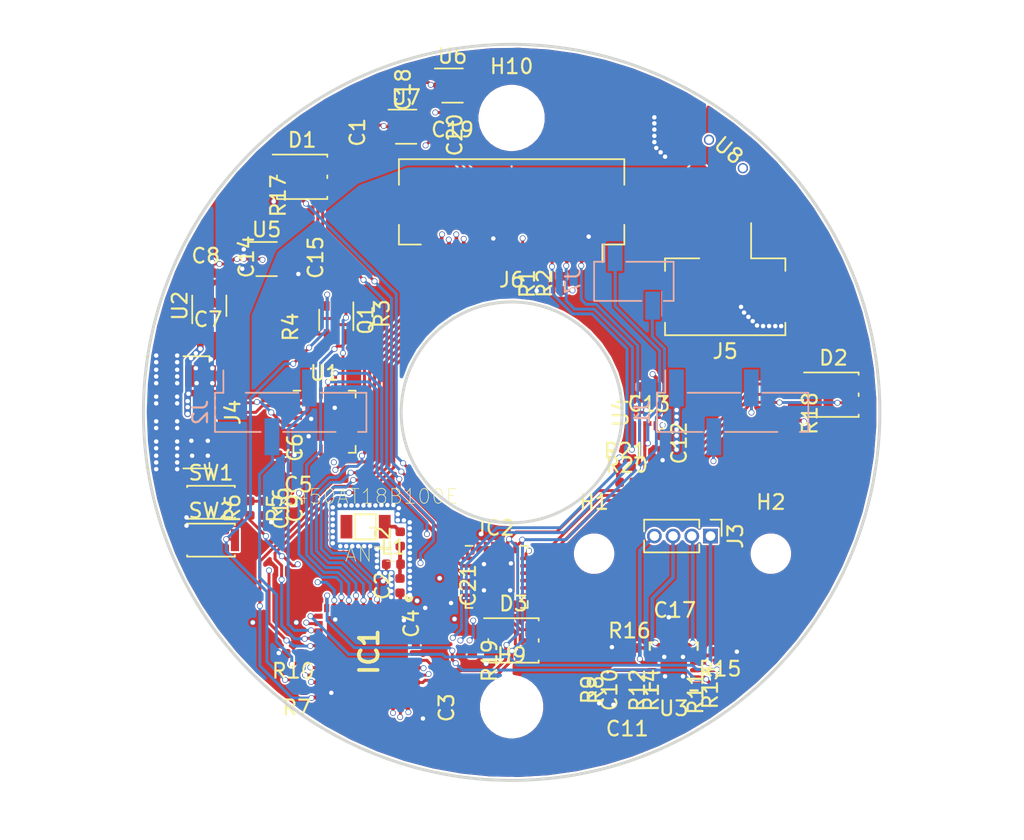
<source format=kicad_pcb>
(kicad_pcb (version 20171130) (host pcbnew 5.1.5-52549c5~84~ubuntu18.04.1)
  (layers (0 F.Cu signal) (1 In1.Cu signal) (2 In2.Cu signal) (31 B.Cu signal) (34 B.Paste user) (35 F.Paste user) (36 B.SilkS user) (37 F.SilkS user) (38 B.Mask user) (39 F.Mask user) (44 Edge.Cuts user))
  (net 0 "")
  (net 1 "Net-(ANT1-Pad1)")
  (net 2 GND)
  (net 3 "Net-(C2-Pad2)")
  (net 4 +3V3)
  (net 5 +5V)
  (net 6 "Net-(C16-Pad1)")
  (net 7 "Net-(C10-Pad1)")
  (net 8 "Net-(C11-Pad1)")
  (net 9 +BATT)
  (net 10 /Sheet5DAF9EB0/LMOTSTEP)
  (net 11 /Sheet5DAF9EB0/LMOTDIR)
  (net 12 /Sheet5DAF9EB0/A2_3)
  (net 13 /Sheet5DAF9EB0/B2_3)
  (net 14 /Sheet5DAF9EB0/B1_3)
  (net 15 /Sheet5DAF9EB0/A1_3)
  (net 16 /Sheet5DAF9EB0/Programmer/D_P)
  (net 17 /Sheet5DAF9EB0/Programmer/D_N)
  (net 18 /Sheet5DAF9EB0/IO0)
  (net 19 /Sheet5DAF9EB0/Programmer/DTR)
  (net 20 /Sheet5DAF9EB0/EN)
  (net 21 /Sheet5DAF9EB0/Programmer/RTS)
  (net 22 /Sheet5DAF9EB0/PENSTEP)
  (net 23 "Net-(R12-Pad1)")
  (net 24 /Sheet5DAF9EB0/PENDIR)
  (net 25 "Net-(R15-Pad2)")
  (net 26 "Net-(R16-Pad2)")
  (net 27 /Sheet5DAF9EB0/RX)
  (net 28 /Sheet5DAF9EB0/TX)
  (net 29 /Sheet5DAF9EB0/SCL)
  (net 30 /Sheet5DAF9EB0/SDA)
  (net 31 "Net-(C2-Pad1)")
  (net 32 /Sheet5DAF9EB0/RMOTDIR)
  (net 33 /Sheet5DAF9EB0/RMOTSTEP)
  (net 34 +2V8)
  (net 35 +1V35)
  (net 36 /Sheet5DAF9EB0/LEDS/L0)
  (net 37 /Sheet5DAF9EB0/LEDS/L2)
  (net 38 "Net-(D1-Pad4)")
  (net 39 /Sheet5DAF9EB0/LEDS/L1)
  (net 40 /Sheet5DAF9EB0/LEDS/L3)
  (net 41 /Sheet5DAF9EB0/LEDS/L5)
  (net 42 "Net-(D2-Pad4)")
  (net 43 /Sheet5DAF9EB0/LEDS/L4)
  (net 44 /Sheet5DAF9EB0/LEDS/L6)
  (net 45 /Sheet5DAF9EB0/LEDS/L8)
  (net 46 "Net-(D3-Pad4)")
  (net 47 /Sheet5DAF9EB0/LEDS/L7)
  (net 48 /Sheet5DAF9EB0/IO5)
  (net 49 /Sheet5DAF9EB0/IO4)
  (net 50 /Sheet5DAF9EB0/IO13)
  (net 51 /Sheet5DAF9EB0/IO14)
  (net 52 /Sheet5DAF9EB0/IO27)
  (net 53 /Sheet5DAF9EB0/IO25)
  (net 54 /Sheet5DAF9EB0/IO35)
  (net 55 /Sheet5DAF9EB0/IO34)
  (net 56 /Sheet5DAF9EB0/S_VN)
  (net 57 /Sheet5DAF9EB0/IO38)
  (net 58 /Sheet5DAF9EB0/IO37)
  (net 59 /Sheet5DAF9EB0/S_VP)
  (net 60 /Sheet5DAF9EB0/Camera/PDWN)
  (net 61 /Sheet5DAF9EB0/Camera/RESET)
  (net 62 /Sheet5DAF9EB0/SCL1)
  (net 63 /Sheet5DAF9EB0/SDA1)
  (net 64 "Net-(Q1-Pad2)")
  (net 65 "Net-(Q1-Pad5)")
  (net 66 +4V)
  (module Connector_JST:JST_PH_B2B-PH-SM4-TB_1x02-1MP_P2.00mm_Vertical (layer F.Cu) (at 14.5 -9.6 180)
    (fp_text reference J5 (at 0 -5.45) (layer F.SilkS))
    (fp_text value Conn_01x02_Male)
    (pad MP smd roundrect (at 3.4 -1.75 180) (size 1.6 3) (layers F.Cu F.Paste F.Mask) (roundrect_rratio 0.15625))
    (pad MP smd roundrect (at -3.4 -1.75 180) (size 1.6 3) (layers F.Cu F.Paste F.Mask) (roundrect_rratio 0.15625))
    (pad 2 smd roundrect (at 1 0.5 180) (size 1 5.5) (layers F.Cu F.Paste F.Mask) (net 66 +4V))
    (pad 1 smd roundrect (at -1 0.5 180) (size 1 5.5) (layers F.Cu F.Paste F.Mask) (net 2 GND))
  )
  (module switch:K3-1296S-E1 (layer F.Cu) (at 14.55 -17.55 320)
    (fp_text reference U8 (at -0.008721 -0.30598 140) (layer F.SilkS))
    (fp_text value MAX314CSE)
    (pad 3 smd rect (at 2.25 2.125 320) (size 1.15 1.25) (layers F.Cu F.Paste F.Mask))
    (pad 2 smd rect (at -2.25 2.125 320) (size 1.15 1.25) (layers F.Cu F.Paste F.Mask) (net 9 +BATT))
    (pad 1 smd rect (at -0.75 2.125 320) (size 1.15 1.25) (layers F.Cu F.Paste F.Mask) (net 66 +4V))
    (pad "" smd rect (at -3.6 1.1 320) (size 0.9 0.8) (layers F.Cu F.Paste F.Mask))
    (pad "" smd rect (at 3.6 1.1 320) (size 0.9 0.8) (layers F.Cu F.Paste F.Mask))
    (pad "" smd rect (at 3.6 -1.1 320) (size 0.9 0.8) (layers F.Cu F.Paste F.Mask))
    (pad "" smd rect (at -3.6 -1.1 320) (size 0.9 0.8) (layers F.Cu F.Paste F.Mask))
    (pad "" np_thru_hole circle (at 1.5 0 320) (size 0.7 0.7) (drill 0.5) (layers *.Cu *.Mask))
    (pad "" np_thru_hole circle (at -1.5 0 320) (size 0.7 0.7) (drill 0.5) (layers *.Cu *.Mask))
  )
  (module Connector_PinSocket_2.54mm:PinSocket_1x02_P2.54mm_Vertical_SMD_Pin1Left (layer B.Cu) (at 8.3 -8.9 270)
    (fp_text reference J7 (at 0 4.14 270) (layer B.SilkS) (effects (justify mirror)))
    (fp_text value Conn_01x02_Female)
    (pad 2 smd rect (at 1.65 -1.27 270) (size 1.9 1) (layers B.Cu B.Paste B.Mask) (net 29 /Sheet5DAF9EB0/SCL))
    (pad 1 smd rect (at -1.65 1.27 270) (size 1.9 1) (layers B.Cu B.Paste B.Mask) (net 30 /Sheet5DAF9EB0/SDA))
  )
  (module Package_TO_SOT_SMD:SOT-363_SC-70-6 (layer F.Cu) (at -11.90498 -6.27634 270)
    (fp_text reference Q1 (at 0 -2 90) (layer F.SilkS))
    (fp_text value MBT3904DW1)
    (pad 6 smd rect (at 0.95 -0.65 270) (size 0.65 0.4) (layers F.Cu F.Paste F.Mask) (net 20 /Sheet5DAF9EB0/EN))
    (pad 4 smd rect (at 0.95 0.65 270) (size 0.65 0.4) (layers F.Cu F.Paste F.Mask) (net 19 /Sheet5DAF9EB0/Programmer/DTR))
    (pad 2 smd rect (at -0.95 0 270) (size 0.65 0.4) (layers F.Cu F.Paste F.Mask) (net 64 "Net-(Q1-Pad2)"))
    (pad 5 smd rect (at 0.95 0 270) (size 0.65 0.4) (layers F.Cu F.Paste F.Mask) (net 65 "Net-(Q1-Pad5)"))
    (pad 3 smd rect (at -0.95 0.65 270) (size 0.65 0.4) (layers F.Cu F.Paste F.Mask) (net 18 /Sheet5DAF9EB0/IO0))
    (pad 1 smd rect (at -0.95 -0.65 270) (size 0.65 0.4) (layers F.Cu F.Paste F.Mask) (net 21 /Sheet5DAF9EB0/Programmer/RTS))
  )
  (module Resistor_SMD:R_0402_1005Metric (layer F.Cu) (at 7.70142 3.77952)
    (fp_text reference R21 (at 0 -1.17) (layer F.SilkS))
    (fp_text value 10K)
    (pad 2 smd roundrect (at 0.485 0) (size 0.59 0.64) (layers F.Cu F.Paste F.Mask) (net 29 /Sheet5DAF9EB0/SCL))
    (pad 1 smd roundrect (at -0.485 0) (size 0.59 0.64) (layers F.Cu F.Paste F.Mask) (net 4 +3V3))
  )
  (module Resistor_SMD:R_0402_1005Metric (layer F.Cu) (at 7.81572 4.7498)
    (fp_text reference R20 (at 0 -1.17) (layer F.SilkS))
    (fp_text value 10K)
    (pad 2 smd roundrect (at 0.485 0) (size 0.59 0.64) (layers F.Cu F.Paste F.Mask) (net 30 /Sheet5DAF9EB0/SDA))
    (pad 1 smd roundrect (at -0.485 0) (size 0.59 0.64) (layers F.Cu F.Paste F.Mask) (net 4 +3V3))
  )
  (module Connector_PinHeader_2.54mm:PinHeader_1x04_P2.54mm_Vertical_SMD_Pin1Left (layer B.Cu) (at -15 0 270)
    (fp_text reference J2 (at 0 6.14 90) (layer B.SilkS) (effects (justify mirror)))
    (fp_text value Conn_01x04_Female)
    (pad 4 smd rect (at 1.655 -3.81 270) (size 2.51 1) (layers B.Cu B.Paste B.Mask) (net 2 GND))
    (pad 2 smd rect (at 1.655 1.27 270) (size 2.51 1) (layers B.Cu B.Paste B.Mask) (net 33 /Sheet5DAF9EB0/RMOTSTEP))
    (pad 3 smd rect (at -1.655 -1.27 270) (size 2.51 1) (layers B.Cu B.Paste B.Mask) (net 32 /Sheet5DAF9EB0/RMOTDIR))
    (pad 1 smd rect (at -1.655 3.81 270) (size 2.51 1) (layers B.Cu B.Paste B.Mask) (net 9 +BATT))
  )
  (module Connector_PinHeader_2.54mm:PinHeader_1x04_P2.54mm_Vertical_SMD_Pin1Left (layer B.Cu) (at 15 0 270)
    (fp_text reference J1 (at 0 6.14 90) (layer B.SilkS) (effects (justify mirror)))
    (fp_text value Conn_01x04_Female)
    (pad 4 smd rect (at 1.655 -3.81 270) (size 2.51 1) (layers B.Cu B.Paste B.Mask) (net 2 GND))
    (pad 2 smd rect (at 1.655 1.27 270) (size 2.51 1) (layers B.Cu B.Paste B.Mask) (net 10 /Sheet5DAF9EB0/LMOTSTEP))
    (pad 3 smd rect (at -1.655 -1.27 270) (size 2.51 1) (layers B.Cu B.Paste B.Mask) (net 11 /Sheet5DAF9EB0/LMOTDIR))
    (pad 1 smd rect (at -1.655 3.81 270) (size 2.51 1) (layers B.Cu B.Paste B.Mask) (net 9 +BATT))
  )
  (module Package_TO_SOT_SMD:SOT-353_SC-70-5 (layer F.Cu) (at -7.1628 -19.4056)
    (fp_text reference U7 (at 0 -2) (layer F.SilkS))
    (fp_text value MIC5366-1.3YC5)
    (pad 5 smd rect (at 0.95 -0.65) (size 0.65 0.4) (layers F.Cu F.Paste F.Mask) (net 35 +1V35))
    (pad 4 smd rect (at 0.95 0.65) (size 0.65 0.4) (layers F.Cu F.Paste F.Mask))
    (pad 2 smd rect (at -0.95 0) (size 0.65 0.4) (layers F.Cu F.Paste F.Mask) (net 2 GND))
    (pad 3 smd rect (at -0.95 0.65) (size 0.65 0.4) (layers F.Cu F.Paste F.Mask) (net 4 +3V3))
    (pad 1 smd rect (at -0.95 -0.65) (size 0.65 0.4) (layers F.Cu F.Paste F.Mask) (net 4 +3V3))
  )
  (module Package_TO_SOT_SMD:SOT-353_SC-70-5 (layer F.Cu) (at -4.0132 -22.1996)
    (fp_text reference U6 (at 0 -2) (layer F.SilkS))
    (fp_text value MIC5366-2.8YC5)
    (pad 5 smd rect (at 0.95 -0.65) (size 0.65 0.4) (layers F.Cu F.Paste F.Mask) (net 34 +2V8))
    (pad 4 smd rect (at 0.95 0.65) (size 0.65 0.4) (layers F.Cu F.Paste F.Mask))
    (pad 2 smd rect (at -0.95 0) (size 0.65 0.4) (layers F.Cu F.Paste F.Mask) (net 2 GND))
    (pad 3 smd rect (at -0.95 0.65) (size 0.65 0.4) (layers F.Cu F.Paste F.Mask) (net 4 +3V3))
    (pad 1 smd rect (at -0.95 -0.65) (size 0.65 0.4) (layers F.Cu F.Paste F.Mask) (net 4 +3V3))
  )
  (module Resistor_SMD:R_0402_1005Metric (layer F.Cu) (at -2.667 16.868 270)
    (fp_text reference R19 (at 0 -1.17 90) (layer F.SilkS))
    (fp_text value 330R)
    (pad 2 smd roundrect (at 0.485 0 270) (size 0.59 0.64) (layers F.Cu F.Paste F.Mask) (net 4 +3V3))
    (pad 1 smd roundrect (at -0.485 0 270) (size 0.59 0.64) (layers F.Cu F.Paste F.Mask) (net 46 "Net-(D3-Pad4)"))
  )
  (module Resistor_SMD:R_0402_1005Metric (layer F.Cu) (at 19.08 0.077 270)
    (fp_text reference R18 (at 0 -1.17 90) (layer F.SilkS))
    (fp_text value 330R)
    (pad 2 smd roundrect (at 0.485 0 270) (size 0.59 0.64) (layers F.Cu F.Paste F.Mask) (net 4 +3V3))
    (pad 1 smd roundrect (at -0.485 0 270) (size 0.59 0.64) (layers F.Cu F.Paste F.Mask) (net 42 "Net-(D2-Pad4)"))
  )
  (module Resistor_SMD:R_0402_1005Metric (layer F.Cu) (at -17.018 -14.709 270)
    (fp_text reference R17 (at 0 -1.17 90) (layer F.SilkS))
    (fp_text value 330R)
    (pad 2 smd roundrect (at 0.485 0 270) (size 0.59 0.64) (layers F.Cu F.Paste F.Mask) (net 4 +3V3))
    (pad 1 smd roundrect (at -0.485 0 270) (size 0.59 0.64) (layers F.Cu F.Paste F.Mask) (net 38 "Net-(D1-Pad4)"))
  )
  (module Resistor_SMD:R_0402_1005Metric (layer F.Cu) (at 3.4036 -8.7606 90)
    (fp_text reference R2 (at 0 -1.17 90) (layer F.SilkS))
    (fp_text value 10K)
    (pad 2 smd roundrect (at 0.485 0 90) (size 0.59 0.64) (layers F.Cu F.Paste F.Mask) (net 61 /Sheet5DAF9EB0/Camera/RESET))
    (pad 1 smd roundrect (at -0.485 0 90) (size 0.59 0.64) (layers F.Cu F.Paste F.Mask) (net 4 +3V3))
  )
  (module Resistor_SMD:R_0402_1005Metric (layer F.Cu) (at 2.2352 -8.7376 90)
    (fp_text reference R1 (at 0 -1.17 90) (layer F.SilkS))
    (fp_text value 10K)
    (pad 2 smd roundrect (at 0.485 0 90) (size 0.59 0.64) (layers F.Cu F.Paste F.Mask) (net 60 /Sheet5DAF9EB0/Camera/PDWN))
    (pad 1 smd roundrect (at -0.485 0 90) (size 0.59 0.64) (layers F.Cu F.Paste F.Mask) (net 2 GND))
  )
  (module Connector_FFC-FPC:Hirose_FH12-24S-0.5SH_1x24-1MP_P0.50mm_Horizontal (layer F.Cu) (at 0 -12.7 180)
    (fp_text reference J6 (at 0 -3.7) (layer F.SilkS))
    (fp_text value Conn_01x24_Female)
    (pad 24 smd rect (at 5.75 -1.85 180) (size 0.3 1.3) (layers F.Cu F.Paste F.Mask))
    (pad 23 smd rect (at 5.25 -1.85 180) (size 0.3 1.3) (layers F.Cu F.Paste F.Mask))
    (pad 22 smd rect (at 4.75 -1.85 180) (size 0.3 1.3) (layers F.Cu F.Paste F.Mask) (net 51 /Sheet5DAF9EB0/IO14))
    (pad 21 smd rect (at 4.25 -1.85 180) (size 0.3 1.3) (layers F.Cu F.Paste F.Mask) (net 50 /Sheet5DAF9EB0/IO13))
    (pad 20 smd rect (at 3.75 -1.85 180) (size 0.3 1.3) (layers F.Cu F.Paste F.Mask) (net 54 /Sheet5DAF9EB0/IO35))
    (pad 19 smd rect (at 3.25 -1.85 180) (size 0.3 1.3) (layers F.Cu F.Paste F.Mask) (net 55 /Sheet5DAF9EB0/IO34))
    (pad 18 smd rect (at 2.75 -1.85 180) (size 0.3 1.3) (layers F.Cu F.Paste F.Mask) (net 56 /Sheet5DAF9EB0/S_VN))
    (pad 17 smd rect (at 2.25 -1.85 180) (size 0.3 1.3) (layers F.Cu F.Paste F.Mask) (net 53 /Sheet5DAF9EB0/IO25))
    (pad 16 smd rect (at 1.75 -1.85 180) (size 0.3 1.3) (layers F.Cu F.Paste F.Mask) (net 57 /Sheet5DAF9EB0/IO38))
    (pad 15 smd rect (at 1.25 -1.85 180) (size 0.3 1.3) (layers F.Cu F.Paste F.Mask) (net 2 GND))
    (pad 14 smd rect (at 0.75 -1.85 180) (size 0.3 1.3) (layers F.Cu F.Paste F.Mask) (net 58 /Sheet5DAF9EB0/IO37))
    (pad 13 smd rect (at 0.25 -1.85 180) (size 0.3 1.3) (layers F.Cu F.Paste F.Mask) (net 49 /Sheet5DAF9EB0/IO4))
    (pad 12 smd rect (at -0.25 -1.85 180) (size 0.3 1.3) (layers F.Cu F.Paste F.Mask) (net 59 /Sheet5DAF9EB0/S_VP))
    (pad 11 smd rect (at -0.75 -1.85 180) (size 0.3 1.3) (layers F.Cu F.Paste F.Mask) (net 4 +3V3))
    (pad 10 smd rect (at -1.25 -1.85 180) (size 0.3 1.3) (layers F.Cu F.Paste F.Mask) (net 35 +1V35))
    (pad 9 smd rect (at -1.75 -1.85 180) (size 0.3 1.3) (layers F.Cu F.Paste F.Mask) (net 52 /Sheet5DAF9EB0/IO27))
    (pad 8 smd rect (at -2.25 -1.85 180) (size 0.3 1.3) (layers F.Cu F.Paste F.Mask) (net 60 /Sheet5DAF9EB0/Camera/PDWN))
    (pad 7 smd rect (at -2.75 -1.85 180) (size 0.3 1.3) (layers F.Cu F.Paste F.Mask) (net 48 /Sheet5DAF9EB0/IO5))
    (pad 6 smd rect (at -3.25 -1.85 180) (size 0.3 1.3) (layers F.Cu F.Paste F.Mask) (net 61 /Sheet5DAF9EB0/Camera/RESET))
    (pad 5 smd rect (at -3.75 -1.85 180) (size 0.3 1.3) (layers F.Cu F.Paste F.Mask) (net 62 /Sheet5DAF9EB0/SCL1))
    (pad 4 smd rect (at -4.25 -1.85 180) (size 0.3 1.3) (layers F.Cu F.Paste F.Mask) (net 34 +2V8))
    (pad 3 smd rect (at -4.75 -1.85 180) (size 0.3 1.3) (layers F.Cu F.Paste F.Mask) (net 63 /Sheet5DAF9EB0/SDA1))
    (pad 2 smd rect (at -5.25 -1.85 180) (size 0.3 1.3) (layers F.Cu F.Paste F.Mask) (net 2 GND))
    (pad 1 smd rect (at -5.75 -1.85 180) (size 0.3 1.3) (layers F.Cu F.Paste F.Mask))
    (pad MP smd rect (at -7.65 1.4 180) (size 1.8 2.2) (layers F.Cu F.Paste F.Mask))
    (pad MP smd rect (at 7.65 1.4 180) (size 1.8 2.2) (layers F.Cu F.Paste F.Mask))
  )
  (module Package_DFN_QFN:VQFN-24-1EP_4x4mm_P0.5mm_EP2.45x2.45mm (layer F.Cu) (at -1.016 11.176)
    (fp_text reference IC2 (at 0 -3.32) (layer F.SilkS))
    (fp_text value PCA9532BS,118)
    (pad 24 smd roundrect (at -1.25 -1.9875) (size 0.25 0.775) (layers F.Cu F.Paste F.Mask) (net 2 GND))
    (pad 23 smd roundrect (at -0.75 -1.9875) (size 0.25 0.775) (layers F.Cu F.Paste F.Mask) (net 2 GND))
    (pad 22 smd roundrect (at -0.25 -1.9875) (size 0.25 0.775) (layers F.Cu F.Paste F.Mask) (net 2 GND))
    (pad 21 smd roundrect (at 0.25 -1.9875) (size 0.25 0.775) (layers F.Cu F.Paste F.Mask) (net 4 +3V3))
    (pad 20 smd roundrect (at 0.75 -1.9875) (size 0.25 0.775) (layers F.Cu F.Paste F.Mask) (net 30 /Sheet5DAF9EB0/SDA))
    (pad 19 smd roundrect (at 1.25 -1.9875) (size 0.25 0.775) (layers F.Cu F.Paste F.Mask) (net 29 /Sheet5DAF9EB0/SCL))
    (pad 18 smd roundrect (at 1.9875 -1.25) (size 0.775 0.25) (layers F.Cu F.Paste F.Mask) (net 4 +3V3))
    (pad 17 smd roundrect (at 1.9875 -0.75) (size 0.775 0.25) (layers F.Cu F.Paste F.Mask) (net 40 /Sheet5DAF9EB0/LEDS/L3))
    (pad 16 smd roundrect (at 1.9875 -0.25) (size 0.775 0.25) (layers F.Cu F.Paste F.Mask) (net 43 /Sheet5DAF9EB0/LEDS/L4))
    (pad 15 smd roundrect (at 1.9875 0.25) (size 0.775 0.25) (layers F.Cu F.Paste F.Mask) (net 41 /Sheet5DAF9EB0/LEDS/L5))
    (pad 14 smd roundrect (at 1.9875 0.75) (size 0.775 0.25) (layers F.Cu F.Paste F.Mask))
    (pad 13 smd roundrect (at 1.9875 1.25) (size 0.775 0.25) (layers F.Cu F.Paste F.Mask))
    (pad 12 smd roundrect (at 1.25 1.9875) (size 0.25 0.775) (layers F.Cu F.Paste F.Mask))
    (pad 11 smd roundrect (at 0.75 1.9875) (size 0.25 0.775) (layers F.Cu F.Paste F.Mask))
    (pad 10 smd roundrect (at 0.25 1.9875) (size 0.25 0.775) (layers F.Cu F.Paste F.Mask) (net 47 /Sheet5DAF9EB0/LEDS/L7))
    (pad 9 smd roundrect (at -0.25 1.9875) (size 0.25 0.775) (layers F.Cu F.Paste F.Mask) (net 2 GND))
    (pad 8 smd roundrect (at -0.75 1.9875) (size 0.25 0.775) (layers F.Cu F.Paste F.Mask) (net 45 /Sheet5DAF9EB0/LEDS/L8))
    (pad 7 smd roundrect (at -1.25 1.9875) (size 0.25 0.775) (layers F.Cu F.Paste F.Mask) (net 44 /Sheet5DAF9EB0/LEDS/L6))
    (pad 6 smd roundrect (at -1.9875 1.25) (size 0.775 0.25) (layers F.Cu F.Paste F.Mask))
    (pad 5 smd roundrect (at -1.9875 0.75) (size 0.775 0.25) (layers F.Cu F.Paste F.Mask))
    (pad 4 smd roundrect (at -1.9875 0.25) (size 0.775 0.25) (layers F.Cu F.Paste F.Mask))
    (pad 3 smd roundrect (at -1.9875 -0.25) (size 0.775 0.25) (layers F.Cu F.Paste F.Mask) (net 39 /Sheet5DAF9EB0/LEDS/L1))
    (pad 2 smd roundrect (at -1.9875 -0.75) (size 0.775 0.25) (layers F.Cu F.Paste F.Mask) (net 37 /Sheet5DAF9EB0/LEDS/L2))
    (pad 1 smd roundrect (at -1.9875 -1.25) (size 0.775 0.25) (layers F.Cu F.Paste F.Mask) (net 36 /Sheet5DAF9EB0/LEDS/L0))
    (pad 25 smd roundrect (at 0 0) (size 2.45 2.45) (layers F.Cu F.Mask) (roundrect_rratio 0.102041) (net 2 GND))
  )
  (module LED_SMD:LED_Kingbright_AAA3528ESGCT (layer F.Cu) (at 0.127 15.494)
    (fp_text reference D3 (at 0 -2.5) (layer F.SilkS))
    (fp_text value LED_BGRA)
    (pad 1 smd rect (at -1.4 -0.725) (size 1.2 0.9) (layers F.Cu F.Paste F.Mask) (net 44 /Sheet5DAF9EB0/LEDS/L6))
    (pad 3 smd rect (at 1.4 0.725) (size 1.2 0.9) (layers F.Cu F.Paste F.Mask) (net 45 /Sheet5DAF9EB0/LEDS/L8))
    (pad 4 smd rect (at -1.4 0.725) (size 1.2 0.9) (layers F.Cu F.Paste F.Mask) (net 46 "Net-(D3-Pad4)"))
    (pad 2 smd rect (at 1.4 -0.725) (size 1.2 0.9) (layers F.Cu F.Paste F.Mask) (net 47 /Sheet5DAF9EB0/LEDS/L7))
  )
  (module LED_SMD:LED_Kingbright_AAA3528ESGCT (layer F.Cu) (at 21.85 -1.2)
    (fp_text reference D2 (at 0 -2.5) (layer F.SilkS))
    (fp_text value LED_BGRA)
    (pad 1 smd rect (at -1.4 -0.725) (size 1.2 0.9) (layers F.Cu F.Paste F.Mask) (net 40 /Sheet5DAF9EB0/LEDS/L3))
    (pad 3 smd rect (at 1.4 0.725) (size 1.2 0.9) (layers F.Cu F.Paste F.Mask) (net 41 /Sheet5DAF9EB0/LEDS/L5))
    (pad 4 smd rect (at -1.4 0.725) (size 1.2 0.9) (layers F.Cu F.Paste F.Mask) (net 42 "Net-(D2-Pad4)"))
    (pad 2 smd rect (at 1.4 -0.725) (size 1.2 0.9) (layers F.Cu F.Paste F.Mask) (net 43 /Sheet5DAF9EB0/LEDS/L4))
  )
  (module LED_SMD:LED_Kingbright_AAA3528ESGCT (layer F.Cu) (at -14.224 -16.002)
    (fp_text reference D1 (at 0 -2.5) (layer F.SilkS))
    (fp_text value LED_BGRA)
    (pad 1 smd rect (at -1.4 -0.725) (size 1.2 0.9) (layers F.Cu F.Paste F.Mask) (net 36 /Sheet5DAF9EB0/LEDS/L0))
    (pad 3 smd rect (at 1.4 0.725) (size 1.2 0.9) (layers F.Cu F.Paste F.Mask) (net 37 /Sheet5DAF9EB0/LEDS/L2))
    (pad 4 smd rect (at -1.4 0.725) (size 1.2 0.9) (layers F.Cu F.Paste F.Mask) (net 38 "Net-(D1-Pad4)"))
    (pad 2 smd rect (at 1.4 -0.725) (size 1.2 0.9) (layers F.Cu F.Paste F.Mask) (net 39 /Sheet5DAF9EB0/LEDS/L1))
  )
  (module Capacitor_SMD:C_0402_1005Metric (layer F.Cu) (at -4.1148 11.7626 270)
    (fp_text reference C21 (at 0 -1.17 90) (layer F.SilkS))
    (fp_text value 1uF)
    (pad 2 smd roundrect (at 0.485 0 270) (size 0.59 0.64) (layers F.Cu F.Paste F.Mask) (net 2 GND))
    (pad 1 smd roundrect (at -0.485 0 270) (size 0.59 0.64) (layers F.Cu F.Paste F.Mask) (net 4 +3V3))
  )
  (module Capacitor_SMD:C_0402_1005Metric (layer F.Cu) (at -5.0292 -18.8468 270)
    (fp_text reference C20 (at 0 -1.17 90) (layer F.SilkS))
    (fp_text value 1uF)
    (pad 2 smd roundrect (at 0.485 0 270) (size 0.59 0.64) (layers F.Cu F.Paste F.Mask) (net 2 GND))
    (pad 1 smd roundrect (at -0.485 0 270) (size 0.59 0.64) (layers F.Cu F.Paste F.Mask) (net 35 +1V35))
  )
  (module Capacitor_SMD:C_0402_1005Metric (layer F.Cu) (at -4.0132 -20.3708 180)
    (fp_text reference C19 (at 0 -1.17) (layer F.SilkS))
    (fp_text value 1uF)
    (pad 2 smd roundrect (at 0.485 0 180) (size 0.59 0.64) (layers F.Cu F.Paste F.Mask) (net 2 GND))
    (pad 1 smd roundrect (at -0.485 0 180) (size 0.59 0.64) (layers F.Cu F.Paste F.Mask) (net 34 +2V8))
  )
  (module Capacitor_SMD:C_0402_1005Metric (layer F.Cu) (at -6.1976 -21.9178 90)
    (fp_text reference C18 (at 0 -1.17 90) (layer F.SilkS))
    (fp_text value 1uF)
    (pad 2 smd roundrect (at 0.485 0 90) (size 0.59 0.64) (layers F.Cu F.Paste F.Mask) (net 2 GND))
    (pad 1 smd roundrect (at -0.485 0 90) (size 0.59 0.64) (layers F.Cu F.Paste F.Mask) (net 4 +3V3))
  )
  (module Capacitor_SMD:C_0402_1005Metric (layer F.Cu) (at -9.2964 -19.0222 90)
    (fp_text reference C1 (at 0 -1.17 90) (layer F.SilkS))
    (fp_text value 1uF)
    (pad 2 smd roundrect (at 0.485 0 90) (size 0.59 0.64) (layers F.Cu F.Paste F.Mask) (net 2 GND))
    (pad 1 smd roundrect (at -0.485 0 90) (size 0.59 0.64) (layers F.Cu F.Paste F.Mask) (net 4 +3V3))
  )
  (module Package_LGA:LGA-14_2x2mm_P0.35mm_LayoutBorder3x4y (layer F.Cu) (at 9.215 0 90)
    (fp_text reference U4 (at 0 -1.8 90) (layer F.SilkS))
    (fp_text value LIS2DH)
    (pad 14 smd rect (at -0.35 -0.7625 90) (size 0.2 0.325) (layers F.Cu F.Paste F.Mask) (net 2 GND))
    (pad 13 smd rect (at 0 -0.7625 90) (size 0.2 0.325) (layers F.Cu F.Paste F.Mask) (net 2 GND))
    (pad 12 smd rect (at 0.35 -0.7625 90) (size 0.2 0.325) (layers F.Cu F.Paste F.Mask) (net 2 GND))
    (pad 11 smd rect (at 0.7625 -0.525 90) (size 0.325 0.2) (layers F.Cu F.Paste F.Mask) (net 2 GND))
    (pad 10 smd rect (at 0.7625 -0.175 90) (size 0.325 0.2) (layers F.Cu F.Paste F.Mask) (net 2 GND))
    (pad 9 smd rect (at 0.7625 0.175 90) (size 0.325 0.2) (layers F.Cu F.Paste F.Mask) (net 2 GND))
    (pad 8 smd rect (at 0.7625 0.525 90) (size 0.325 0.2) (layers F.Cu F.Paste F.Mask) (net 4 +3V3))
    (pad 7 smd rect (at 0.35 0.7625 90) (size 0.2 0.325) (layers F.Cu F.Paste F.Mask) (net 4 +3V3))
    (pad 6 smd rect (at 0 0.7625 90) (size 0.2 0.325) (layers F.Cu F.Paste F.Mask))
    (pad 5 smd rect (at -0.35 0.7625 90) (size 0.2 0.325) (layers F.Cu F.Paste F.Mask))
    (pad 4 smd rect (at -0.7625 0.525 90) (size 0.325 0.2) (layers F.Cu F.Paste F.Mask) (net 4 +3V3))
    (pad 3 smd rect (at -0.7625 0.175 90) (size 0.325 0.2) (layers F.Cu F.Paste F.Mask))
    (pad 2 smd rect (at -0.7625 -0.175 90) (size 0.325 0.2) (layers F.Cu F.Paste F.Mask) (net 30 /Sheet5DAF9EB0/SDA))
    (pad 1 smd rect (at -0.7625 -0.525 90) (size 0.325 0.2) (layers F.Cu F.Paste F.Mask) (net 29 /Sheet5DAF9EB0/SCL))
  )
  (module Resistor_SMD:R_0402_1005Metric (layer F.Cu) (at 7.9986 16.002)
    (fp_text reference R16 (at 0 -1.17) (layer F.SilkS))
    (fp_text value 200m)
    (pad 2 smd roundrect (at 0.485 0) (size 0.59 0.64) (layers F.Cu F.Paste F.Mask) (net 26 "Net-(R16-Pad2)"))
    (pad 1 smd roundrect (at -0.485 0) (size 0.59 0.64) (layers F.Cu F.Paste F.Mask) (net 2 GND))
  )
  (module Resistor_SMD:R_0402_1005Metric (layer F.Cu) (at 14.1502 16.256 180)
    (fp_text reference R15 (at 0 -1.17) (layer F.SilkS))
    (fp_text value 200m)
    (pad 2 smd roundrect (at 0.485 0 180) (size 0.59 0.64) (layers F.Cu F.Paste F.Mask) (net 25 "Net-(R15-Pad2)"))
    (pad 1 smd roundrect (at -0.485 0 180) (size 0.59 0.64) (layers F.Cu F.Paste F.Mask) (net 2 GND))
  )
  (module Inductor_SMD:L_0402_1005Metric (layer F.Cu) (at -7.56158 8.6003 90)
    (fp_text reference L2 (at 0 -1.17 90) (layer F.SilkS))
    (fp_text value 3.3nH)
    (pad 2 smd roundrect (at 0.485 0 90) (size 0.59 0.64) (layers F.Cu F.Paste F.Mask) (net 1 "Net-(ANT1-Pad1)"))
    (pad 1 smd roundrect (at -0.485 0 90) (size 0.59 0.64) (layers F.Cu F.Paste F.Mask) (net 3 "Net-(C2-Pad2)"))
  )
  (module ESP32-PICO-D4:ESP32-PICO-D4_1 (layer F.Cu) (at -9.8044 16.5989 270)
    (fp_text reference IC1 (at -0.341 -0.132 90) (layer F.SilkS) (effects (font (size 1.27 1.27) (thickness 0.254))))
    (fp_text value ESP32-PICO-D4 hide)
    (pad 49 smd rect (at -0.006 -0.013) (size 5.5 5.5) (layers F.Cu F.Paste F.Mask) (net 2 GND))
    (pad 48 smd rect (at -2.75 -3.3 270) (size 0.35 0.55) (layers F.Cu F.Paste F.Mask))
    (pad 47 smd rect (at -2.25 -3.3 270) (size 0.35 0.55) (layers F.Cu F.Paste F.Mask))
    (pad 46 smd rect (at -1.75 -3.3 270) (size 0.35 0.55) (layers F.Cu F.Paste F.Mask) (net 4 +3V3))
    (pad 45 smd rect (at -1.25 -3.3 270) (size 0.35 0.55) (layers F.Cu F.Paste F.Mask))
    (pad 44 smd rect (at -0.75 -3.3 270) (size 0.35 0.55) (layers F.Cu F.Paste F.Mask))
    (pad 43 smd rect (at -0.25 -3.3 270) (size 0.35 0.55) (layers F.Cu F.Paste F.Mask) (net 4 +3V3))
    (pad 42 smd rect (at 0.25 -3.3 270) (size 0.35 0.55) (layers F.Cu F.Paste F.Mask) (net 30 /Sheet5DAF9EB0/SDA))
    (pad 41 smd rect (at 0.75 -3.3 270) (size 0.35 0.55) (layers F.Cu F.Paste F.Mask) (net 28 /Sheet5DAF9EB0/TX))
    (pad 40 smd rect (at 1.25 -3.3 270) (size 0.35 0.55) (layers F.Cu F.Paste F.Mask) (net 27 /Sheet5DAF9EB0/RX))
    (pad 39 smd rect (at 1.75 -3.3 270) (size 0.35 0.55) (layers F.Cu F.Paste F.Mask) (net 29 /Sheet5DAF9EB0/SCL))
    (pad 38 smd rect (at 2.25 -3.3 270) (size 0.35 0.55) (layers F.Cu F.Paste F.Mask))
    (pad 37 smd rect (at 2.75 -3.3 270) (size 0.35 0.55) (layers F.Cu F.Paste F.Mask) (net 4 +3V3))
    (pad 36 smd rect (at 3.3 -2.75) (size 0.35 0.55) (layers F.Cu F.Paste F.Mask) (net 62 /Sheet5DAF9EB0/SCL1))
    (pad 35 smd rect (at 3.3 -2.25) (size 0.35 0.55) (layers F.Cu F.Paste F.Mask) (net 63 /Sheet5DAF9EB0/SDA1))
    (pad 34 smd rect (at 3.3 -1.75) (size 0.35 0.55) (layers F.Cu F.Paste F.Mask) (net 48 /Sheet5DAF9EB0/IO5))
    (pad 33 smd rect (at 3.3 -1.25) (size 0.35 0.55) (layers F.Cu F.Paste F.Mask))
    (pad 32 smd rect (at 3.3 -0.75) (size 0.35 0.55) (layers F.Cu F.Paste F.Mask))
    (pad 31 smd rect (at 3.3 -0.25) (size 0.35 0.55) (layers F.Cu F.Paste F.Mask))
    (pad 30 smd rect (at 3.3 0.25) (size 0.35 0.55) (layers F.Cu F.Paste F.Mask))
    (pad 29 smd rect (at 3.3 0.75) (size 0.35 0.55) (layers F.Cu F.Paste F.Mask))
    (pad 28 smd rect (at 3.3 1.25) (size 0.35 0.55) (layers F.Cu F.Paste F.Mask))
    (pad 27 smd rect (at 3.3 1.75) (size 0.35 0.55) (layers F.Cu F.Paste F.Mask))
    (pad 26 smd rect (at 3.3 2.25) (size 0.35 0.55) (layers F.Cu F.Paste F.Mask))
    (pad 25 smd rect (at 3.3 2.75) (size 0.35 0.55) (layers F.Cu F.Paste F.Mask))
    (pad 24 smd rect (at 2.75 3.3 270) (size 0.35 0.55) (layers F.Cu F.Paste F.Mask) (net 49 /Sheet5DAF9EB0/IO4))
    (pad 23 smd rect (at 2.25 3.3 270) (size 0.35 0.55) (layers F.Cu F.Paste F.Mask) (net 18 /Sheet5DAF9EB0/IO0))
    (pad 22 smd rect (at 1.75 3.3 270) (size 0.35 0.55) (layers F.Cu F.Paste F.Mask) (net 11 /Sheet5DAF9EB0/LMOTDIR))
    (pad 21 smd rect (at 1.25 3.3 270) (size 0.35 0.55) (layers F.Cu F.Paste F.Mask) (net 10 /Sheet5DAF9EB0/LMOTSTEP))
    (pad 20 smd rect (at 0.75 3.3 270) (size 0.35 0.55) (layers F.Cu F.Paste F.Mask) (net 50 /Sheet5DAF9EB0/IO13))
    (pad 19 smd rect (at 0.25 3.3 270) (size 0.35 0.55) (layers F.Cu F.Paste F.Mask) (net 4 +3V3))
    (pad 18 smd rect (at -0.25 3.3 270) (size 0.35 0.55) (layers F.Cu F.Paste F.Mask) (net 33 /Sheet5DAF9EB0/RMOTSTEP))
    (pad 17 smd rect (at -0.75 3.3 270) (size 0.35 0.55) (layers F.Cu F.Paste F.Mask) (net 51 /Sheet5DAF9EB0/IO14))
    (pad 16 smd rect (at -1.25 3.3 270) (size 0.35 0.55) (layers F.Cu F.Paste F.Mask) (net 52 /Sheet5DAF9EB0/IO27))
    (pad 15 smd rect (at -1.75 3.3 270) (size 0.35 0.55) (layers F.Cu F.Paste F.Mask) (net 32 /Sheet5DAF9EB0/RMOTDIR))
    (pad 14 smd rect (at -2.25 3.3 270) (size 0.35 0.55) (layers F.Cu F.Paste F.Mask) (net 53 /Sheet5DAF9EB0/IO25))
    (pad 13 smd rect (at -2.75 3.3 270) (size 0.35 0.55) (layers F.Cu F.Paste F.Mask) (net 24 /Sheet5DAF9EB0/PENDIR))
    (pad 12 smd rect (at -3.3 2.75) (size 0.35 0.55) (layers F.Cu F.Paste F.Mask) (net 22 /Sheet5DAF9EB0/PENSTEP))
    (pad 11 smd rect (at -3.3 2.25) (size 0.35 0.55) (layers F.Cu F.Paste F.Mask) (net 54 /Sheet5DAF9EB0/IO35))
    (pad 10 smd rect (at -3.3 1.75) (size 0.35 0.55) (layers F.Cu F.Paste F.Mask) (net 55 /Sheet5DAF9EB0/IO34))
    (pad 9 smd rect (at -3.3 1.25) (size 0.35 0.55) (layers F.Cu F.Paste F.Mask) (net 20 /Sheet5DAF9EB0/EN))
    (pad 8 smd rect (at -3.3 0.75) (size 0.35 0.55) (layers F.Cu F.Paste F.Mask) (net 56 /Sheet5DAF9EB0/S_VN))
    (pad 7 smd rect (at -3.3 0.25) (size 0.35 0.55) (layers F.Cu F.Paste F.Mask) (net 57 /Sheet5DAF9EB0/IO38))
    (pad 6 smd rect (at -3.3 -0.25) (size 0.35 0.55) (layers F.Cu F.Paste F.Mask) (net 58 /Sheet5DAF9EB0/IO37))
    (pad 5 smd rect (at -3.3 -0.75) (size 0.35 0.55) (layers F.Cu F.Paste F.Mask) (net 59 /Sheet5DAF9EB0/S_VP))
    (pad 4 smd rect (at -3.3 -1.25) (size 0.35 0.55) (layers F.Cu F.Paste F.Mask) (net 4 +3V3))
    (pad 3 smd rect (at -3.3 -1.75) (size 0.35 0.55) (layers F.Cu F.Paste F.Mask) (net 4 +3V3))
    (pad 2 smd rect (at -3.3 -2.25) (size 0.35 0.55) (layers F.Cu F.Paste F.Mask) (net 31 "Net-(C2-Pad1)"))
    (pad 1 smd rect (at -3.3 -2.75) (size 0.35 0.55) (layers F.Cu F.Paste F.Mask) (net 4 +3V3))
  )
  (module 2450AT18B100E:ANT_2450AT18B100E (layer F.Cu) (at -9.91362 7.76732 180)
    (fp_text reference ANT1 (at -0.38 -1.885) (layer F.SilkS) (effects (font (thickness 0.05))))
    (fp_text value 2450AT18B100E (at -0.265 2.055) (layer F.SilkS) (effects (font (thickness 0.05))))
    (pad 2 smd rect (at 1.3 0 180) (size 0.8 1.6) (layers F.Cu F.Paste F.Mask))
    (pad 1 smd rect (at -1.3 0 180) (size 0.8 1.6) (layers F.Cu F.Paste F.Mask) (net 1 "Net-(ANT1-Pad1)"))
  )
  (module Package_TO_SOT_SMD:SOT-353_SC-70-5 (layer F.Cu) (at -16.637 -10.414)
    (fp_text reference U5 (at 0 -2) (layer F.SilkS))
    (fp_text value MIC5366-3.3YC5)
    (pad 5 smd rect (at 0.95 -0.65) (size 0.65 0.4) (layers F.Cu F.Paste F.Mask) (net 4 +3V3))
    (pad 4 smd rect (at 0.95 0.65) (size 0.65 0.4) (layers F.Cu F.Paste F.Mask))
    (pad 2 smd rect (at -0.95 0) (size 0.65 0.4) (layers F.Cu F.Paste F.Mask) (net 2 GND))
    (pad 3 smd rect (at -0.95 0.65) (size 0.65 0.4) (layers F.Cu F.Paste F.Mask) (net 9 +BATT))
    (pad 1 smd rect (at -0.95 -0.65) (size 0.65 0.4) (layers F.Cu F.Paste F.Mask) (net 9 +BATT))
  )
  (module Package_DFN_QFN:QFN-16-1EP_3x3mm_P0.5mm_EP1.8x1.8mm (layer F.Cu) (at 11.006 17.2626 180)
    (fp_text reference U3 (at 0 -2.85) (layer F.SilkS))
    (fp_text value STSPIN220)
    (pad 17 smd rect (at 0 0 180) (size 1.8 1.8) (layers F.Cu F.Mask) (net 2 GND))
    (pad 16 smd oval (at -0.75 -1.475 270) (size 0.75 0.3) (layers F.Cu F.Paste F.Mask) (net 2 GND))
    (pad 15 smd oval (at -0.25 -1.475 270) (size 0.75 0.3) (layers F.Cu F.Paste F.Mask) (net 2 GND))
    (pad 14 smd oval (at 0.25 -1.475 270) (size 0.75 0.3) (layers F.Cu F.Paste F.Mask) (net 9 +BATT))
    (pad 13 smd oval (at 0.75 -1.475 270) (size 0.75 0.3) (layers F.Cu F.Paste F.Mask) (net 9 +BATT))
    (pad 12 smd oval (at 1.475 -0.75 180) (size 0.75 0.3) (layers F.Cu F.Paste F.Mask) (net 23 "Net-(R12-Pad1)"))
    (pad 11 smd oval (at 1.475 -0.25 180) (size 0.75 0.3) (layers F.Cu F.Paste F.Mask) (net 7 "Net-(C10-Pad1)"))
    (pad 10 smd oval (at 1.475 0.25 180) (size 0.75 0.3) (layers F.Cu F.Paste F.Mask) (net 13 /Sheet5DAF9EB0/B2_3))
    (pad 9 smd oval (at 1.475 0.75 180) (size 0.75 0.3) (layers F.Cu F.Paste F.Mask) (net 26 "Net-(R16-Pad2)"))
    (pad 8 smd oval (at 0.75 1.475 270) (size 0.75 0.3) (layers F.Cu F.Paste F.Mask) (net 14 /Sheet5DAF9EB0/B1_3))
    (pad 7 smd oval (at 0.25 1.475 270) (size 0.75 0.3) (layers F.Cu F.Paste F.Mask) (net 2 GND))
    (pad 6 smd oval (at -0.25 1.475 270) (size 0.75 0.3) (layers F.Cu F.Paste F.Mask) (net 9 +BATT))
    (pad 5 smd oval (at -0.75 1.475 270) (size 0.75 0.3) (layers F.Cu F.Paste F.Mask) (net 12 /Sheet5DAF9EB0/A2_3))
    (pad 4 smd oval (at -1.475 0.75 180) (size 0.75 0.3) (layers F.Cu F.Paste F.Mask) (net 25 "Net-(R15-Pad2)"))
    (pad 3 smd oval (at -1.475 0.25 180) (size 0.75 0.3) (layers F.Cu F.Paste F.Mask) (net 15 /Sheet5DAF9EB0/A1_3))
    (pad 2 smd oval (at -1.475 -0.25 180) (size 0.75 0.3) (layers F.Cu F.Paste F.Mask) (net 24 /Sheet5DAF9EB0/PENDIR))
    (pad 1 smd oval (at -1.475 -0.75 180) (size 0.75 0.3) (layers F.Cu F.Paste F.Mask) (net 22 /Sheet5DAF9EB0/PENSTEP))
  )
  (module Package_TO_SOT_SMD:SOT-353_SC-70-5 (layer F.Cu) (at -20.5255 -7.2415 90)
    (fp_text reference U2 (at 0 -2 90) (layer F.SilkS))
    (fp_text value MIC5366-3.3YC5)
    (pad 5 smd rect (at 0.95 -0.65 90) (size 0.65 0.4) (layers F.Cu F.Paste F.Mask) (net 4 +3V3))
    (pad 4 smd rect (at 0.95 0.65 90) (size 0.65 0.4) (layers F.Cu F.Paste F.Mask))
    (pad 2 smd rect (at -0.95 0 90) (size 0.65 0.4) (layers F.Cu F.Paste F.Mask) (net 2 GND))
    (pad 3 smd rect (at -0.95 0.65 90) (size 0.65 0.4) (layers F.Cu F.Paste F.Mask) (net 5 +5V))
    (pad 1 smd rect (at -0.95 -0.65 90) (size 0.65 0.4) (layers F.Cu F.Paste F.Mask) (net 5 +5V))
  )
  (module Package_DFN_QFN:QFN-24-1EP_4x4mm_P0.5mm_EP2.6x2.6mm (layer F.Cu) (at -12.7 0.635)
    (fp_text reference U1 (at 0 -3.3) (layer F.SilkS))
    (fp_text value CP2102N-A01-GQFN24)
    (pad 24 smd roundrect (at -1.25 -1.9375) (size 0.25 0.825) (layers F.Cu F.Paste F.Mask))
    (pad 23 smd roundrect (at -0.75 -1.9375) (size 0.25 0.825) (layers F.Cu F.Paste F.Mask) (net 19 /Sheet5DAF9EB0/Programmer/DTR))
    (pad 22 smd roundrect (at -0.25 -1.9375) (size 0.25 0.825) (layers F.Cu F.Paste F.Mask))
    (pad 21 smd roundrect (at 0.25 -1.9375) (size 0.25 0.825) (layers F.Cu F.Paste F.Mask) (net 27 /Sheet5DAF9EB0/RX))
    (pad 20 smd roundrect (at 0.75 -1.9375) (size 0.25 0.825) (layers F.Cu F.Paste F.Mask) (net 28 /Sheet5DAF9EB0/TX))
    (pad 19 smd roundrect (at 1.25 -1.9375) (size 0.25 0.825) (layers F.Cu F.Paste F.Mask) (net 21 /Sheet5DAF9EB0/Programmer/RTS))
    (pad 18 smd roundrect (at 1.9375 -1.25) (size 0.825 0.25) (layers F.Cu F.Paste F.Mask))
    (pad 17 smd roundrect (at 1.9375 -0.75) (size 0.825 0.25) (layers F.Cu F.Paste F.Mask))
    (pad 16 smd roundrect (at 1.9375 -0.25) (size 0.825 0.25) (layers F.Cu F.Paste F.Mask))
    (pad 15 smd roundrect (at 1.9375 0.25) (size 0.825 0.25) (layers F.Cu F.Paste F.Mask))
    (pad 14 smd roundrect (at 1.9375 0.75) (size 0.825 0.25) (layers F.Cu F.Paste F.Mask))
    (pad 13 smd roundrect (at 1.9375 1.25) (size 0.825 0.25) (layers F.Cu F.Paste F.Mask))
    (pad 12 smd roundrect (at 1.25 1.9375) (size 0.25 0.825) (layers F.Cu F.Paste F.Mask))
    (pad 11 smd roundrect (at 0.75 1.9375) (size 0.25 0.825) (layers F.Cu F.Paste F.Mask))
    (pad 10 smd roundrect (at 0.25 1.9375) (size 0.25 0.825) (layers F.Cu F.Paste F.Mask))
    (pad 9 smd roundrect (at -0.25 1.9375) (size 0.25 0.825) (layers F.Cu F.Paste F.Mask))
    (pad 8 smd roundrect (at -0.75 1.9375) (size 0.25 0.825) (layers F.Cu F.Paste F.Mask) (net 4 +3V3))
    (pad 7 smd roundrect (at -1.25 1.9375) (size 0.25 0.825) (layers F.Cu F.Paste F.Mask) (net 4 +3V3))
    (pad 6 smd roundrect (at -1.9375 1.25) (size 0.825 0.25) (layers F.Cu F.Paste F.Mask) (net 4 +3V3))
    (pad 5 smd roundrect (at -1.9375 0.75) (size 0.825 0.25) (layers F.Cu F.Paste F.Mask) (net 4 +3V3))
    (pad 4 smd roundrect (at -1.9375 0.25) (size 0.825 0.25) (layers F.Cu F.Paste F.Mask) (net 17 /Sheet5DAF9EB0/Programmer/D_N))
    (pad 3 smd roundrect (at -1.9375 -0.25) (size 0.825 0.25) (layers F.Cu F.Paste F.Mask) (net 16 /Sheet5DAF9EB0/Programmer/D_P))
    (pad 2 smd roundrect (at -1.9375 -0.75) (size 0.825 0.25) (layers F.Cu F.Paste F.Mask) (net 2 GND))
    (pad 1 smd roundrect (at -1.9375 -1.25) (size 0.825 0.25) (layers F.Cu F.Paste F.Mask))
    (pad 25 smd roundrect (at 0 0) (size 2.6 2.6) (layers F.Cu F.Mask) (roundrect_rratio 0.096154) (net 2 GND))
  )
  (module Button_Switch_SMD:SW_SPST_CK_KXT3 (layer F.Cu) (at -20.4083 8.67918)
    (fp_text reference SW2 (at 0 -2) (layer F.SilkS))
    (fp_text value SW_Push_Open)
    (pad 2 smd rect (at 1.625 0) (size 0.55 1.5) (layers F.Cu F.Paste F.Mask) (net 18 /Sheet5DAF9EB0/IO0))
    (pad 1 smd rect (at -1.625 0) (size 0.55 1.5) (layers F.Cu F.Paste F.Mask) (net 2 GND))
  )
  (module Button_Switch_SMD:SW_SPST_CK_KXT3 (layer F.Cu) (at -20.4095 6.1087)
    (fp_text reference SW1 (at 0 -2) (layer F.SilkS))
    (fp_text value SW_Push_Open)
    (pad 2 smd rect (at 1.625 0) (size 0.55 1.5) (layers F.Cu F.Paste F.Mask) (net 6 "Net-(C16-Pad1)"))
    (pad 1 smd rect (at -1.625 0) (size 0.55 1.5) (layers F.Cu F.Paste F.Mask) (net 2 GND))
  )
  (module Resistor_SMD:R_0402_1005Metric (layer F.Cu) (at 8.3058 18.8698 270)
    (fp_text reference R14 (at 0 -1.17 90) (layer F.SilkS))
    (fp_text value 1K)
    (pad 2 smd roundrect (at 0.485 0 270) (size 0.59 0.64) (layers F.Cu F.Paste F.Mask) (net 8 "Net-(C11-Pad1)"))
    (pad 1 smd roundrect (at -0.485 0 270) (size 0.59 0.64) (layers F.Cu F.Paste F.Mask) (net 23 "Net-(R12-Pad1)"))
  )
  (module Resistor_SMD:R_0402_1005Metric (layer F.Cu) (at 14.6558 18.7174 90)
    (fp_text reference R13 (at 0 -1.17 90) (layer F.SilkS))
    (fp_text value 10K)
    (pad 2 smd roundrect (at 0.485 0 90) (size 0.59 0.64) (layers F.Cu F.Paste F.Mask) (net 24 /Sheet5DAF9EB0/PENDIR))
    (pad 1 smd roundrect (at -0.485 0 90) (size 0.59 0.64) (layers F.Cu F.Paste F.Mask) (net 9 +BATT))
  )
  (module Resistor_SMD:R_0402_1005Metric (layer F.Cu) (at 7.366 18.8746 270)
    (fp_text reference R12 (at 0 -1.17 90) (layer F.SilkS))
    (fp_text value 10k)
    (pad 2 smd roundrect (at 0.485 0 270) (size 0.59 0.64) (layers F.Cu F.Paste F.Mask) (net 2 GND))
    (pad 1 smd roundrect (at -0.485 0 270) (size 0.59 0.64) (layers F.Cu F.Paste F.Mask) (net 23 "Net-(R12-Pad1)"))
  )
  (module Resistor_SMD:R_0402_1005Metric (layer F.Cu) (at 13.6652 19.0754 90)
    (fp_text reference R11 (at 0 -1.17 90) (layer F.SilkS))
    (fp_text value 10K)
    (pad 2 smd roundrect (at 0.485 0 90) (size 0.59 0.64) (layers F.Cu F.Paste F.Mask) (net 22 /Sheet5DAF9EB0/PENSTEP))
    (pad 1 smd roundrect (at -0.485 0 90) (size 0.59 0.64) (layers F.Cu F.Paste F.Mask) (net 9 +BATT))
  )
  (module Resistor_SMD:R_0402_1005Metric (layer F.Cu) (at -14.8209 16.3957 180)
    (fp_text reference R10 (at 0 -1.17) (layer F.SilkS))
    (fp_text value 10K)
    (pad 2 smd roundrect (at 0.485 0 180) (size 0.59 0.64) (layers F.Cu F.Paste F.Mask) (net 2 GND))
    (pad 1 smd roundrect (at -0.485 0 180) (size 0.59 0.64) (layers F.Cu F.Paste F.Mask) (net 33 /Sheet5DAF9EB0/RMOTSTEP))
  )
  (module Resistor_SMD:R_0402_1005Metric (layer F.Cu) (at 6.4262 18.8444 90)
    (fp_text reference R9 (at 0 -1.17 90) (layer F.SilkS))
    (fp_text value R)
    (pad 2 smd roundrect (at 0.485 0 90) (size 0.59 0.64) (layers F.Cu F.Paste F.Mask) (net 7 "Net-(C10-Pad1)"))
    (pad 1 smd roundrect (at -0.485 0 90) (size 0.59 0.64) (layers F.Cu F.Paste F.Mask) (net 2 GND))
  )
  (module Resistor_SMD:R_0402_1005Metric (layer F.Cu) (at 4.5466 18.8492 270)
    (fp_text reference R8 (at 0 -1.17 90) (layer F.SilkS))
    (fp_text value R)
    (pad 2 smd roundrect (at 0.485 0 270) (size 0.59 0.64) (layers F.Cu F.Paste F.Mask) (net 9 +BATT))
    (pad 1 smd roundrect (at -0.485 0 270) (size 0.59 0.64) (layers F.Cu F.Paste F.Mask) (net 7 "Net-(C10-Pad1)"))
  )
  (module Resistor_SMD:R_0402_1005Metric (layer F.Cu) (at -14.5899 18.8849 180)
    (fp_text reference R7 (at 0 -1.17) (layer F.SilkS))
    (fp_text value 10k)
    (pad 2 smd roundrect (at 0.485 0 180) (size 0.59 0.64) (layers F.Cu F.Paste F.Mask) (net 4 +3V3))
    (pad 1 smd roundrect (at -0.485 0 180) (size 0.59 0.64) (layers F.Cu F.Paste F.Mask) (net 18 /Sheet5DAF9EB0/IO0))
  )
  (module Resistor_SMD:R_0402_1005Metric (layer F.Cu) (at -17.77238 6.51002 90)
    (fp_text reference R6 (at 0 -1.17 90) (layer F.SilkS))
    (fp_text value R)
    (pad 2 smd roundrect (at 0.485 0 90) (size 0.59 0.64) (layers F.Cu F.Paste F.Mask) (net 6 "Net-(C16-Pad1)"))
    (pad 1 smd roundrect (at -0.485 0 90) (size 0.59 0.64) (layers F.Cu F.Paste F.Mask) (net 20 /Sheet5DAF9EB0/EN))
  )
  (module Resistor_SMD:R_0402_1005Metric (layer F.Cu) (at -14.90472 6.52258 90)
    (fp_text reference R5 (at 0 -1.17 90) (layer F.SilkS))
    (fp_text value 10K)
    (pad 2 smd roundrect (at 0.485 0 90) (size 0.59 0.64) (layers F.Cu F.Paste F.Mask) (net 6 "Net-(C16-Pad1)"))
    (pad 1 smd roundrect (at -0.485 0 90) (size 0.59 0.64) (layers F.Cu F.Paste F.Mask) (net 4 +3V3))
  )
  (module Resistor_SMD:R_0402_1005Metric (layer F.Cu) (at -13.83538 -5.79882 90)
    (fp_text reference R4 (at 0 -1.17 90) (layer F.SilkS))
    (fp_text value 10K)
    (pad 2 smd roundrect (at 0.485 0 90) (size 0.59 0.64) (layers F.Cu F.Paste F.Mask) (net 64 "Net-(Q1-Pad2)"))
    (pad 1 smd roundrect (at -0.485 0 90) (size 0.59 0.64) (layers F.Cu F.Paste F.Mask) (net 19 /Sheet5DAF9EB0/Programmer/DTR))
  )
  (module Resistor_SMD:R_0402_1005Metric (layer F.Cu) (at -9.97712 -6.70052 270)
    (fp_text reference R3 (at 0 -1.17 90) (layer F.SilkS))
    (fp_text value 10K)
    (pad 2 smd roundrect (at 0.485 0 270) (size 0.59 0.64) (layers F.Cu F.Paste F.Mask) (net 65 "Net-(Q1-Pad5)"))
    (pad 1 smd roundrect (at -0.485 0 270) (size 0.59 0.64) (layers F.Cu F.Paste F.Mask) (net 21 /Sheet5DAF9EB0/Programmer/RTS))
  )
  (module Inductor_SMD:L_0402_1005Metric (layer F.Cu) (at -8.0264 10.3124)
    (fp_text reference L1 (at 0 -1.17) (layer F.SilkS))
    (fp_text value 2.7nH)
    (pad 2 smd roundrect (at 0.485 0) (size 0.59 0.64) (layers F.Cu F.Paste F.Mask) (net 3 "Net-(C2-Pad2)"))
    (pad 1 smd roundrect (at -0.485 0) (size 0.59 0.64) (layers F.Cu F.Paste F.Mask) (net 2 GND))
  )
  (module Connector_USB:USB_Micro-B_Molex_47346-0001 (layer F.Cu) (at -22.225 0 270)
    (fp_text reference J4 (at 0 -3.3 270) (layer F.SilkS))
    (fp_text value USB_B_Micro)
    (pad 6 smd rect (at 0.84 1.2 270) (size 1.175 1.9) (layers F.Cu F.Paste F.Mask) (net 2 GND))
    (pad 6 smd rect (at -0.84 1.2 270) (size 1.175 1.9) (layers F.Cu F.Paste F.Mask) (net 2 GND))
    (pad 6 smd rect (at 2.91 1.2 270) (size 2.375 1.9) (layers F.Cu F.Paste F.Mask) (net 2 GND))
    (pad 6 smd rect (at -2.91 1.2 270) (size 2.375 1.9) (layers F.Cu F.Paste F.Mask) (net 2 GND))
    (pad 6 smd rect (at 2.4625 -1.1 270) (size 1.475 2.1) (layers F.Cu F.Paste F.Mask) (net 2 GND))
    (pad 6 smd rect (at -2.4625 -1.1 270) (size 1.475 2.1) (layers F.Cu F.Paste F.Mask) (net 2 GND))
    (pad 5 smd rect (at 1.3 -1.46 270) (size 0.45 1.38) (layers F.Cu F.Paste F.Mask) (net 2 GND))
    (pad 4 smd rect (at 0.65 -1.46 270) (size 0.45 1.38) (layers F.Cu F.Paste F.Mask))
    (pad 3 smd rect (at 0 -1.46 270) (size 0.45 1.38) (layers F.Cu F.Paste F.Mask) (net 16 /Sheet5DAF9EB0/Programmer/D_P))
    (pad 2 smd rect (at -0.65 -1.46 270) (size 0.45 1.38) (layers F.Cu F.Paste F.Mask) (net 17 /Sheet5DAF9EB0/Programmer/D_N))
    (pad 1 smd rect (at -1.3 -1.46 270) (size 0.45 1.38) (layers F.Cu F.Paste F.Mask) (net 5 +5V))
  )
  (module Connector_PinHeader_1.27mm:PinHeader_1x04_P1.27mm_Vertical (layer F.Cu) (at 13.5 8.4 270)
    (fp_text reference J3 (at 0 -1.695 90) (layer F.SilkS))
    (fp_text value Conn_01x04_Female)
    (pad 4 thru_hole oval (at 0 3.81 270) (size 1 1) (drill 0.65) (layers *.Cu *.Mask) (net 13 /Sheet5DAF9EB0/B2_3))
    (pad 3 thru_hole oval (at 0 2.54 270) (size 1 1) (drill 0.65) (layers *.Cu *.Mask) (net 14 /Sheet5DAF9EB0/B1_3))
    (pad 2 thru_hole oval (at 0 1.27 270) (size 1 1) (drill 0.65) (layers *.Cu *.Mask) (net 12 /Sheet5DAF9EB0/A2_3))
    (pad 1 thru_hole rect (at 0 0 270) (size 1 1) (drill 0.65) (layers *.Cu *.Mask) (net 15 /Sheet5DAF9EB0/A1_3))
  )
  (module MountingHole:MountingHole_2.5mm (layer F.Cu) (at 0 -20)
    (fp_text reference H10 (at 0 -3.5) (layer F.SilkS))
    (fp_text value MountingHole)
    (pad "" np_thru_hole circle (at 0 0) (size 2.5 2.5) (drill 2.5) (layers *.Cu *.Mask) (clearance 1))
  )
  (module MountingHole:MountingHole_2.5mm (layer F.Cu) (at 0 20)
    (fp_text reference H9 (at 0 -3.5) (layer F.SilkS))
    (fp_text value MountingHole)
    (pad "" np_thru_hole circle (at 0 0) (size 2.5 2.5) (drill 2.5) (layers *.Cu *.Mask) (clearance 0.9))
  )
  (module MountingHole:MountingHole_2.5mm (layer F.Cu) (at 17.6 9.6)
    (fp_text reference H2 (at 0 -3.5) (layer F.SilkS))
    (fp_text value MountingHole)
    (pad 1 np_thru_hole circle (at 0 0) (size 2.5 2.5) (drill 2.5) (layers *.Cu *.Mask))
  )
  (module MountingHole:MountingHole_2.5mm (layer F.Cu) (at 5.6 9.6)
    (fp_text reference H1 (at 0 -3.5) (layer F.SilkS))
    (fp_text value MountingHole)
    (pad 1 np_thru_hole circle (at 0 0) (size 2.5 2.5) (drill 2.5) (layers *.Cu *.Mask))
  )
  (module Capacitor_SMD:C_0402_1005Metric (layer F.Cu) (at 11.072 14.605)
    (fp_text reference C17 (at 0 -1.17) (layer F.SilkS))
    (fp_text value 1uF)
    (pad 2 smd roundrect (at 0.485 0) (size 0.59 0.64) (layers F.Cu F.Paste F.Mask) (net 9 +BATT))
    (pad 1 smd roundrect (at -0.485 0) (size 0.59 0.64) (layers F.Cu F.Paste F.Mask) (net 2 GND))
  )
  (module Capacitor_SMD:C_0402_1005Metric (layer F.Cu) (at -16.83512 6.52018 270)
    (fp_text reference C16 (at 0 -1.17 90) (layer F.SilkS))
    (fp_text value 0.1uF)
    (pad 2 smd roundrect (at 0.485 0 270) (size 0.59 0.64) (layers F.Cu F.Paste F.Mask) (net 2 GND))
    (pad 1 smd roundrect (at -0.485 0 270) (size 0.59 0.64) (layers F.Cu F.Paste F.Mask) (net 6 "Net-(C16-Pad1)"))
  )
  (module Capacitor_SMD:C_0402_1005Metric (layer F.Cu) (at -14.478 -10.518 270)
    (fp_text reference C15 (at 0 -1.17 90) (layer F.SilkS))
    (fp_text value 1uF)
    (pad 2 smd roundrect (at 0.485 0 270) (size 0.59 0.64) (layers F.Cu F.Paste F.Mask) (net 2 GND))
    (pad 1 smd roundrect (at -0.485 0 270) (size 0.59 0.64) (layers F.Cu F.Paste F.Mask) (net 4 +3V3))
  )
  (module Capacitor_SMD:C_0402_1005Metric (layer F.Cu) (at -19.177 -10.564 270)
    (fp_text reference C14 (at 0 -1.17 90) (layer F.SilkS))
    (fp_text value 1uF)
    (pad 2 smd roundrect (at 0.485 0 270) (size 0.59 0.64) (layers F.Cu F.Paste F.Mask) (net 2 GND))
    (pad 1 smd roundrect (at -0.485 0 270) (size 0.59 0.64) (layers F.Cu F.Paste F.Mask) (net 9 +BATT))
  )
  (module Capacitor_SMD:C_0402_1005Metric (layer F.Cu) (at 9.321 -1.7285 180)
    (fp_text reference C13 (at 0 -1.17) (layer F.SilkS))
    (fp_text value 0.1uF)
    (pad 2 smd roundrect (at 0.485 0 180) (size 0.59 0.64) (layers F.Cu F.Paste F.Mask) (net 2 GND))
    (pad 1 smd roundrect (at -0.485 0 180) (size 0.59 0.64) (layers F.Cu F.Paste F.Mask) (net 4 +3V3))
  )
  (module Capacitor_SMD:C_0402_1005Metric (layer F.Cu) (at 10.2035 2.0845 270)
    (fp_text reference C12 (at 0 -1.17 90) (layer F.SilkS))
    (fp_text value 0.1uF)
    (pad 2 smd roundrect (at 0.485 0 270) (size 0.59 0.64) (layers F.Cu F.Paste F.Mask) (net 2 GND))
    (pad 1 smd roundrect (at -0.485 0 270) (size 0.59 0.64) (layers F.Cu F.Paste F.Mask) (net 4 +3V3))
  )
  (module Capacitor_SMD:C_0402_1005Metric (layer F.Cu) (at 7.8462 20.32 180)
    (fp_text reference C11 (at 0 -1.17) (layer F.SilkS))
    (fp_text value 22nF)
    (pad 2 smd roundrect (at 0.485 0 180) (size 0.59 0.64) (layers F.Cu F.Paste F.Mask) (net 2 GND))
    (pad 1 smd roundrect (at -0.485 0 180) (size 0.59 0.64) (layers F.Cu F.Paste F.Mask) (net 8 "Net-(C11-Pad1)"))
  )
  (module Capacitor_SMD:C_0402_1005Metric (layer F.Cu) (at 5.4864 18.8468 270)
    (fp_text reference C10 (at 0 -1.17 90) (layer F.SilkS))
    (fp_text value 0.1uF)
    (pad 2 smd roundrect (at 0.485 0 270) (size 0.59 0.64) (layers F.Cu F.Paste F.Mask) (net 2 GND))
    (pad 1 smd roundrect (at -0.485 0 270) (size 0.59 0.64) (layers F.Cu F.Paste F.Mask) (net 7 "Net-(C10-Pad1)"))
  )
  (module Capacitor_SMD:C_0402_1005Metric (layer F.Cu) (at -15.86992 6.52258 270)
    (fp_text reference C9 (at 0 -1.17 90) (layer F.SilkS))
    (fp_text value 0.1uF)
    (pad 2 smd roundrect (at 0.485 0 270) (size 0.59 0.64) (layers F.Cu F.Paste F.Mask) (net 2 GND))
    (pad 1 smd roundrect (at -0.485 0 270) (size 0.59 0.64) (layers F.Cu F.Paste F.Mask) (net 6 "Net-(C16-Pad1)"))
  )
  (module Capacitor_SMD:C_0402_1005Metric (layer F.Cu) (at -20.7645 -9.4615)
    (fp_text reference C8 (at 0 -1.17) (layer F.SilkS))
    (fp_text value 1uF)
    (pad 2 smd roundrect (at 0.485 0) (size 0.59 0.64) (layers F.Cu F.Paste F.Mask) (net 2 GND))
    (pad 1 smd roundrect (at -0.485 0) (size 0.59 0.64) (layers F.Cu F.Paste F.Mask) (net 4 +3V3))
  )
  (module Capacitor_SMD:C_0402_1005Metric (layer F.Cu) (at -20.6145 -5.1435)
    (fp_text reference C7 (at 0 -1.17) (layer F.SilkS))
    (fp_text value 1uF)
    (pad 2 smd roundrect (at 0.485 0) (size 0.59 0.64) (layers F.Cu F.Paste F.Mask) (net 2 GND))
    (pad 1 smd roundrect (at -0.485 0) (size 0.59 0.64) (layers F.Cu F.Paste F.Mask) (net 5 +5V))
  )
  (module Capacitor_SMD:C_0402_1005Metric (layer F.Cu) (at -15.875 2.39 270)
    (fp_text reference C6 (at 0 -1.17 90) (layer F.SilkS))
    (fp_text value 0.1uF)
    (pad 2 smd roundrect (at 0.485 0 270) (size 0.59 0.64) (layers F.Cu F.Paste F.Mask) (net 2 GND))
    (pad 1 smd roundrect (at -0.485 0 270) (size 0.59 0.64) (layers F.Cu F.Paste F.Mask) (net 4 +3V3))
  )
  (module Capacitor_SMD:C_0402_1005Metric (layer F.Cu) (at -14.478 3.7465 180)
    (fp_text reference C5 (at 0 -1.17) (layer F.SilkS))
    (fp_text value 4.7uF)
    (pad 2 smd roundrect (at 0.485 0 180) (size 0.59 0.64) (layers F.Cu F.Paste F.Mask) (net 2 GND))
    (pad 1 smd roundrect (at -0.485 0 180) (size 0.59 0.64) (layers F.Cu F.Paste F.Mask) (net 4 +3V3))
  )
  (module Capacitor_SMD:C_0402_1005Metric (layer F.Cu) (at -5.6388 14.3486 90)
    (fp_text reference C4 (at 0 -1.17 90) (layer F.SilkS))
    (fp_text value 0.1uF)
    (pad 2 smd roundrect (at 0.485 0 90) (size 0.59 0.64) (layers F.Cu F.Paste F.Mask) (net 2 GND))
    (pad 1 smd roundrect (at -0.485 0 90) (size 0.59 0.64) (layers F.Cu F.Paste F.Mask) (net 4 +3V3))
  )
  (module Capacitor_SMD:C_0402_1005Metric (layer F.Cu) (at -5.588 20.066 270)
    (fp_text reference C3 (at 0 -1.17 90) (layer F.SilkS))
    (fp_text value 47uF)
    (pad 2 smd roundrect (at 0.485 0 270) (size 0.59 0.64) (layers F.Cu F.Paste F.Mask) (net 2 GND))
    (pad 1 smd roundrect (at -0.485 0 270) (size 0.59 0.64) (layers F.Cu F.Paste F.Mask) (net 4 +3V3))
  )
  (module Capacitor_SMD:C_0402_1005Metric (layer F.Cu) (at -7.5819 11.7729 90)
    (fp_text reference C2 (at 0 -1.17 90) (layer F.SilkS))
    (fp_text value 1.2pF)
    (pad 2 smd roundrect (at 0.485 0 90) (size 0.59 0.64) (layers F.Cu F.Paste F.Mask) (net 3 "Net-(C2-Pad2)"))
    (pad 1 smd roundrect (at -0.485 0 90) (size 0.59 0.64) (layers F.Cu F.Paste F.Mask) (net 31 "Net-(C2-Pad1)"))
  )
  (gr_circle (center 0 0) (end 7.5 0) (layer Edge.Cuts) (width 0.2))
  (gr_circle (center 0 0) (end 25 0) (layer Edge.Cuts) (width 0.2))
  (segment (start -7.90956 7.76732) (end -7.56158 8.1153) (width 0.25) (layer F.Cu) (net 1))
  (segment (start -8.61362 7.76732) (end -7.90956 7.76732) (width 0.25) (layer F.Cu) (net 1))
  (via (at -13.60678 0.44196) (size 0.4) (drill 0.3) (layers F.Cu B.Cu) (net 2))
  (via (at -8.1788 12.5476) (size 0.4) (drill 0.3) (layers F.Cu B.Cu) (net 2))
  (via (at 10.3632 16.6116) (size 0.4) (drill 0.3) (layers F.Cu B.Cu) (net 2))
  (via (at -22.7076 -3.8608) (size 0.4) (drill 0.3) (layers F.Cu B.Cu) (net 2))
  (via (at -24.13 -3.8608) (size 0.4) (drill 0.3) (layers F.Cu B.Cu) (net 2))
  (via (at -21.3868 -1.9812) (size 0.4) (drill 0.3) (layers F.Cu B.Cu) (net 2))
  (via (at -20.32 -1.9812) (size 0.4) (drill 0.3) (layers F.Cu B.Cu) (net 2))
  (via (at -20.32 -2.9972) (size 0.4) (drill 0.3) (layers F.Cu B.Cu) (net 2))
  (via (at -7.3152 14.1224) (size 0.4) (drill 0.3) (layers F.Cu B.Cu) (net 2))
  (via (at -11.97356 14.0716) (size 0.4) (drill 0.3) (layers F.Cu B.Cu) (net 2))
  (via (at -12.2428 19.05) (size 0.4) (drill 0.3) (layers F.Cu B.Cu) (net 2))
  (via (at -0.0508 10.2616) (size 0.4) (drill 0.3) (layers F.Cu B.Cu) (net 2))
  (via (at -0.1016 12.0904) (size 0.4) (drill 0.3) (layers F.Cu B.Cu) (net 2))
  (via (at -1.8796 12.0904) (size 0.4) (drill 0.3) (layers F.Cu B.Cu) (net 2))
  (via (at -5.1816 -20.3708) (size 0.4) (drill 0.3) (layers F.Cu B.Cu) (net 2))
  (segment (start -4.4982 -20.3708) (end -5.1816 -20.3708) (width 0.2) (layer F.Cu) (net 2))
  (via (at -5.842 -18.1356) (size 0.4) (drill 0.3) (layers F.Cu B.Cu) (net 2))
  (segment (start -5.0292 -18.3618) (end -5.6158 -18.3618) (width 0.2) (layer F.Cu) (net 2))
  (segment (start -5.6158 -18.3618) (end -5.842 -18.1356) (width 0.2) (layer F.Cu) (net 2))
  (via (at -8.6868 -19.4564) (size 0.4) (drill 0.3) (layers F.Cu B.Cu) (net 2))
  (segment (start -8.1128 -19.4056) (end -8.636 -19.4056) (width 0.2) (layer F.Cu) (net 2))
  (segment (start -8.636 -19.4056) (end -8.6868 -19.4564) (width 0.2) (layer F.Cu) (net 2))
  (segment (start -8.7376 -19.5072) (end -8.6868 -19.4564) (width 0.2) (layer F.Cu) (net 2))
  (segment (start -9.2964 -19.5072) (end -8.7376 -19.5072) (width 0.2) (layer F.Cu) (net 2))
  (via (at -5.4864 -22.2504) (size 0.4) (drill 0.3) (layers F.Cu B.Cu) (net 2))
  (segment (start -4.9632 -22.1996) (end -5.4356 -22.1996) (width 0.2) (layer F.Cu) (net 2))
  (segment (start -5.4356 -22.1996) (end -5.4864 -22.2504) (width 0.2) (layer F.Cu) (net 2))
  (segment (start -5.6388 -22.4028) (end -5.4864 -22.2504) (width 0.2) (layer F.Cu) (net 2))
  (segment (start -6.1976 -22.4028) (end -5.6388 -22.4028) (width 0.2) (layer F.Cu) (net 2))
  (via (at 5.2324 -11.938) (size 0.4) (drill 0.3) (layers F.Cu B.Cu) (net 2))
  (segment (start 5.25 -10.85) (end 5.25 -11.9204) (width 0.2) (layer F.Cu) (net 2))
  (segment (start 5.25 -11.9204) (end 5.2324 -11.938) (width 0.2) (layer F.Cu) (net 2))
  (segment (start -2.266 9.1885) (end -1.266 9.1885) (width 0.2) (layer F.Cu) (net 2))
  (segment (start -1.766 10.426) (end -1.016 11.176) (width 0.2) (layer F.Cu) (net 2))
  (segment (start -1.766 9.1885) (end -1.766 10.426) (width 0.2) (layer F.Cu) (net 2))
  (segment (start -1.016 12.401) (end -1.016 11.176) (width 0.2) (layer F.Cu) (net 2))
  (segment (start -1.266 13.1635) (end -1.266 12.651) (width 0.2) (layer F.Cu) (net 2))
  (segment (start -1.266 12.651) (end -1.016 12.401) (width 0.2) (layer F.Cu) (net 2))
  (via (at -1.8796 10.3124) (size 0.4) (drill 0.3) (layers F.Cu B.Cu) (net 2))
  (via (at -4.1148 12.954) (size 0.4) (drill 0.3) (layers F.Cu B.Cu) (net 2))
  (segment (start -4.1148 12.2476) (end -4.1148 12.954) (width 0.2) (layer F.Cu) (net 2))
  (segment (start 9.39 -0.7625) (end 8.69 -0.7625) (width 0.2) (layer F.Cu) (net 2))
  (segment (start 8.836 -0.9665) (end 9.04 -0.7625) (width 0.2) (layer F.Cu) (net 2))
  (segment (start 8.836 -1.7285) (end 8.836 -0.9665) (width 0.2) (layer F.Cu) (net 2))
  (segment (start 8.4525 -0.35) (end 8.4525 0.35) (width 0.2) (layer F.Cu) (net 2))
  (via (at -20.4216 -3.6068) (size 0.4) (drill 0.3) (layers F.Cu B.Cu) (net 2))
  (segment (start -20.1295 -5.1435) (end -20.1295 -3.8989) (width 0.45) (layer F.Cu) (net 2))
  (segment (start -20.1295 -3.8989) (end -20.4216 -3.6068) (width 0.45) (layer F.Cu) (net 2))
  (segment (start -21.125 -2.9034) (end -20.4216 -3.6068) (width 0.45) (layer F.Cu) (net 2))
  (segment (start -21.125 -2.4625) (end -21.125 -2.9034) (width 0.45) (layer F.Cu) (net 2))
  (via (at -21.4376 -2.9972) (size 0.4) (drill 0.3) (layers F.Cu B.Cu) (net 2))
  (via (at -22.7076 -3.4036) (size 0.4) (drill 0.3) (layers F.Cu B.Cu) (net 2))
  (via (at -24.13 -3.4036) (size 0.4) (drill 0.3) (layers F.Cu B.Cu) (net 2))
  (via (at -22.7076 -2.8956) (size 0.4) (drill 0.3) (layers F.Cu B.Cu) (net 2))
  (via (at -24.13 -2.8956) (size 0.4) (drill 0.3) (layers F.Cu B.Cu) (net 2))
  (via (at -24.13 -2.4384) (size 0.4) (drill 0.3) (layers F.Cu B.Cu) (net 2))
  (via (at -22.7076 -2.4384) (size 0.4) (drill 0.3) (layers F.Cu B.Cu) (net 2))
  (via (at -22.7076 -1.9812) (size 0.4) (drill 0.3) (layers F.Cu B.Cu) (net 2))
  (via (at -24.13 -1.9812) (size 0.4) (drill 0.3) (layers F.Cu B.Cu) (net 2))
  (via (at -24.13 2.9464) (size 0.4) (drill 0.3) (layers F.Cu B.Cu) (net 2))
  (via (at -22.7076 1.9812) (size 0.4) (drill 0.3) (layers F.Cu B.Cu) (net 2))
  (via (at -22.7076 2.4384) (size 0.4) (drill 0.3) (layers F.Cu B.Cu) (net 2))
  (via (at -22.7076 3.4036) (size 0.4) (drill 0.3) (layers F.Cu B.Cu) (net 2))
  (via (at -22.7076 3.8608) (size 0.4) (drill 0.3) (layers F.Cu B.Cu) (net 2))
  (via (at -24.13 3.8608) (size 0.4) (drill 0.3) (layers F.Cu B.Cu) (net 2))
  (via (at -24.13 1.9812) (size 0.4) (drill 0.3) (layers F.Cu B.Cu) (net 2))
  (via (at -24.13 3.4036) (size 0.4) (drill 0.3) (layers F.Cu B.Cu) (net 2))
  (via (at -24.13 2.4384) (size 0.4) (drill 0.3) (layers F.Cu B.Cu) (net 2))
  (via (at -22.7076 2.9464) (size 0.4) (drill 0.3) (layers F.Cu B.Cu) (net 2))
  (via (at -20.6248 1.9304) (size 0.4) (drill 0.3) (layers F.Cu B.Cu) (net 2))
  (via (at -21.6916 2.9464) (size 0.4) (drill 0.3) (layers F.Cu B.Cu) (net 2))
  (via (at -21.7424 1.9304) (size 0.4) (drill 0.3) (layers F.Cu B.Cu) (net 2))
  (via (at -20.6248 2.9464) (size 0.4) (drill 0.3) (layers F.Cu B.Cu) (net 2))
  (segment (start -20.765 2.1025) (end -21.125 2.4625) (width 0.45) (layer F.Cu) (net 2))
  (segment (start -20.765 1.3) (end -20.765 2.1025) (width 0.45) (layer F.Cu) (net 2))
  (via (at -22.7076 1.0668) (size 0.4) (drill 0.3) (layers F.Cu B.Cu) (net 2))
  (via (at -24.13 1.0668) (size 0.4) (drill 0.3) (layers F.Cu B.Cu) (net 2))
  (via (at -22.7076 0.6096) (size 0.4) (drill 0.3) (layers F.Cu B.Cu) (net 2))
  (via (at -24.13 0.6096) (size 0.4) (drill 0.3) (layers F.Cu B.Cu) (net 2))
  (via (at -22.7076 -1.0668) (size 0.4) (drill 0.3) (layers F.Cu B.Cu) (net 2))
  (via (at -24.13 -0.6096) (size 0.4) (drill 0.3) (layers F.Cu B.Cu) (net 2))
  (via (at -22.7076 -0.6096) (size 0.4) (drill 0.3) (layers F.Cu B.Cu) (net 2))
  (via (at -24.13 -1.0668) (size 0.4) (drill 0.3) (layers F.Cu B.Cu) (net 2))
  (segment (start -22.072 6.1595) (end -22.072 7.1368) (width 0.45) (layer F.Cu) (net 2))
  (segment (start -22.072 7.1368) (end -22.072 7.6956) (width 0.45) (layer F.Cu) (net 2))
  (via (at -22.072 7.1368) (size 0.4) (drill 0.3) (layers F.Cu B.Cu) (net 2))
  (segment (start -22.072 7.6956) (end -22.072 8.6995) (width 0.45) (layer F.Cu) (net 2))
  (via (at -22.072 7.6956) (size 0.4) (drill 0.3) (layers F.Cu B.Cu) (net 2))
  (segment (start -15.87232 7.00518) (end -15.86992 7.00758) (width 0.45) (layer F.Cu) (net 2))
  (via (at -16.32712 7.45998) (size 0.4) (drill 0.3) (layers F.Cu B.Cu) (net 2))
  (segment (start -16.32952 7.45758) (end -16.32712 7.45998) (width 0.45) (layer F.Cu) (net 2))
  (segment (start -16.32952 7.00518) (end -16.32952 7.45758) (width 0.45) (layer F.Cu) (net 2))
  (segment (start -16.83512 7.00518) (end -16.32952 7.00518) (width 0.45) (layer F.Cu) (net 2))
  (segment (start -16.32952 7.00518) (end -15.87232 7.00518) (width 0.45) (layer F.Cu) (net 2))
  (via (at -20.32 -10.2108) (size 0.4) (drill 0.3) (layers F.Cu B.Cu) (net 2))
  (segment (start -20.2795 -9.4615) (end -20.2795 -10.1703) (width 0.2) (layer F.Cu) (net 2))
  (segment (start -20.2795 -10.1703) (end -20.32 -10.2108) (width 0.2) (layer F.Cu) (net 2))
  (segment (start -20.1882 -10.079) (end -20.32 -10.2108) (width 0.2) (layer F.Cu) (net 2))
  (segment (start -19.177 -10.079) (end -19.8422 -10.079) (width 0.2) (layer F.Cu) (net 2))
  (segment (start -18.842 -10.414) (end -18.6436 -10.414) (width 0.2) (layer F.Cu) (net 2))
  (segment (start -19.177 -10.079) (end -18.842 -10.414) (width 0.2) (layer F.Cu) (net 2))
  (via (at -16.9164 -10.3632) (size 0.4) (drill 0.3) (layers F.Cu B.Cu) (net 2))
  (segment (start -17.587 -10.414) (end -16.9672 -10.414) (width 0.2) (layer F.Cu) (net 2))
  (segment (start -16.9672 -10.414) (end -16.9164 -10.3632) (width 0.2) (layer F.Cu) (net 2))
  (segment (start -18.1864 -10.414) (end -17.587 -10.414) (width 0.2) (layer F.Cu) (net 2))
  (via (at -18.1864 -10.414) (size 0.4) (drill 0.3) (layers F.Cu B.Cu) (net 2))
  (segment (start -18.6436 -10.414) (end -18.1864 -10.414) (width 0.2) (layer F.Cu) (net 2))
  (via (at -18.6436 -10.414) (size 0.4) (drill 0.3) (layers F.Cu B.Cu) (net 2))
  (segment (start -19.8422 -10.079) (end -20.1882 -10.079) (width 0.2) (layer F.Cu) (net 2))
  (via (at -19.8422 -10.079) (size 0.4) (drill 0.3) (layers F.Cu B.Cu) (net 2))
  (via (at -14.478 -9.398) (size 0.4) (drill 0.3) (layers F.Cu B.Cu) (net 2))
  (segment (start -14.478 -10.033) (end -14.478 -9.398) (width 0.2) (layer F.Cu) (net 2))
  (segment (start -13.325 0.01) (end -12.7 0.635) (width 0.2) (layer F.Cu) (net 2))
  (segment (start -14.5125 0.01) (end -13.325 0.01) (width 0.2) (layer F.Cu) (net 2))
  (segment (start -14.6375 -0.115) (end -14.5125 0.01) (width 0.2) (layer F.Cu) (net 2))
  (segment (start 6.4238 19.3318) (end 6.4262 19.3294) (width 0.25) (layer F.Cu) (net 2))
  (segment (start 7.3358 19.3294) (end 7.366 19.3596) (width 0.25) (layer F.Cu) (net 2))
  (segment (start 7.3612 19.3644) (end 7.366 19.3596) (width 0.25) (layer F.Cu) (net 2))
  (via (at 6.8072 15.9512) (size 0.4) (drill 0.3) (layers F.Cu B.Cu) (net 2))
  (segment (start 7.5136 16.002) (end 6.858 16.002) (width 0.25) (layer F.Cu) (net 2))
  (segment (start 6.858 16.002) (end 6.8072 15.9512) (width 0.25) (layer F.Cu) (net 2))
  (via (at 6.9088 19.8628) (size 0.4) (drill 0.3) (layers F.Cu B.Cu) (net 2))
  (segment (start 7.3612 20.32) (end 7.3612 19.8072) (width 0.25) (layer F.Cu) (net 2))
  (segment (start 6.9644 19.8072) (end 6.9088 19.8628) (width 0.25) (layer F.Cu) (net 2))
  (segment (start 7.3612 19.8072) (end 6.9644 19.8072) (width 0.25) (layer F.Cu) (net 2))
  (segment (start 7.3612 19.8072) (end 7.3612 19.3644) (width 0.25) (layer F.Cu) (net 2))
  (segment (start 6.9088 19.3548) (end 6.9088 19.8628) (width 0.25) (layer F.Cu) (net 2))
  (segment (start 6.9342 19.3294) (end 6.9088 19.3548) (width 0.25) (layer F.Cu) (net 2))
  (segment (start 6.4262 19.3294) (end 6.9342 19.3294) (width 0.25) (layer F.Cu) (net 2))
  (segment (start 6.9342 19.3294) (end 7.3358 19.3294) (width 0.25) (layer F.Cu) (net 2))
  (via (at 5.9436 19.7612) (size 0.4) (drill 0.3) (layers F.Cu B.Cu) (net 2))
  (segment (start 5.9666 19.7382) (end 5.9436 19.7612) (width 0.25) (layer F.Cu) (net 2))
  (segment (start 5.9666 19.3318) (end 5.9666 19.7382) (width 0.25) (layer F.Cu) (net 2))
  (segment (start 5.4864 19.3318) (end 5.9666 19.3318) (width 0.25) (layer F.Cu) (net 2))
  (segment (start 5.9666 19.3318) (end 6.4238 19.3318) (width 0.25) (layer F.Cu) (net 2))
  (segment (start 11.256 18.7376) (end 11.756 18.7376) (width 0.25) (layer F.Cu) (net 2))
  (via (at 11.6332 16.6116) (size 0.4) (drill 0.3) (layers F.Cu B.Cu) (net 2))
  (via (at 11.6332 17.9324) (size 0.4) (drill 0.3) (layers F.Cu B.Cu) (net 2))
  (via (at 10.414 17.9324) (size 0.4) (drill 0.3) (layers F.Cu B.Cu) (net 2))
  (segment (start 11.756 18.0126) (end 11.006 17.2626) (width 0.25) (layer F.Cu) (net 2))
  (segment (start 11.756 18.7376) (end 11.756 18.0126) (width 0.25) (layer F.Cu) (net 2))
  (via (at 15.2908 16.256) (size 0.4) (drill 0.3) (layers F.Cu B.Cu) (net 2))
  (segment (start 14.6352 16.256) (end 15.2908 16.256) (width 0.25) (layer F.Cu) (net 2))
  (segment (start 10.756 17.0126) (end 11.006 17.2626) (width 0.25) (layer F.Cu) (net 2))
  (segment (start 10.756 15.7876) (end 10.756 17.0126) (width 0.25) (layer F.Cu) (net 2))
  (via (at 10.668 13.9192) (size 0.4) (drill 0.3) (layers F.Cu B.Cu) (net 2))
  (segment (start 10.587 14.605) (end 10.587 14.0002) (width 0.25) (layer F.Cu) (net 2))
  (segment (start 10.587 14.0002) (end 10.668 13.9192) (width 0.25) (layer F.Cu) (net 2))
  (segment (start -20.5255 -5.5395) (end -20.5255 -6.2915) (width 0.25) (layer F.Cu) (net 2))
  (segment (start -20.1295 -5.1435) (end -20.5255 -5.5395) (width 0.25) (layer F.Cu) (net 2))
  (via (at -8.1788 12.1412) (size 0.4) (drill 0.3) (layers F.Cu B.Cu) (net 2))
  (via (at -8.1788 11.7348) (size 0.4) (drill 0.3) (layers F.Cu B.Cu) (net 2))
  (via (at -8.1788 11.3284) (size 0.4) (drill 0.3) (layers F.Cu B.Cu) (net 2))
  (via (at -9.144 10.5156) (size 0.4) (drill 0.3) (layers F.Cu B.Cu) (net 2))
  (via (at -8.9916 10.922) (size 0.4) (drill 0.3) (layers F.Cu B.Cu) (net 2))
  (via (at -8.1788 10.922) (size 0.4) (drill 0.3) (layers F.Cu B.Cu) (net 2))
  (via (at -8.5852 10.922) (size 0.4) (drill 0.3) (layers F.Cu B.Cu) (net 2))
  (via (at -9.144 10.1092) (size 0.4) (drill 0.3) (layers F.Cu B.Cu) (net 2))
  (via (at -9.144 9.7028) (size 0.4) (drill 0.3) (layers F.Cu B.Cu) (net 2))
  (via (at -9.144 9.2964) (size 0.4) (drill 0.3) (layers F.Cu B.Cu) (net 2))
  (via (at -12.1412 6.4516) (size 0.4) (drill 0.3) (layers F.Cu B.Cu) (net 2))
  (via (at -12.1412 6.858) (size 0.4) (drill 0.3) (layers F.Cu B.Cu) (net 2))
  (via (at -12.1412 7.2644) (size 0.4) (drill 0.3) (layers F.Cu B.Cu) (net 2))
  (via (at -12.1412 7.6708) (size 0.4) (drill 0.3) (layers F.Cu B.Cu) (net 2))
  (via (at -12.1412 8.0772) (size 0.4) (drill 0.3) (layers F.Cu B.Cu) (net 2))
  (via (at -12.1412 8.4836) (size 0.4) (drill 0.3) (layers F.Cu B.Cu) (net 2))
  (via (at -12.1412 8.89) (size 0.4) (drill 0.3) (layers F.Cu B.Cu) (net 2))
  (via (at -6.9088 9.5504) (size 0.4) (drill 0.3) (layers F.Cu B.Cu) (net 2))
  (via (at -6.9088 9.9568) (size 0.4) (drill 0.3) (layers F.Cu B.Cu) (net 2))
  (via (at -6.9088 10.7696) (size 0.4) (drill 0.3) (layers F.Cu B.Cu) (net 2))
  (via (at -6.9088 11.176) (size 0.4) (drill 0.3) (layers F.Cu B.Cu) (net 2))
  (via (at -6.9088 12.3952) (size 0.4) (drill 0.3) (layers F.Cu B.Cu) (net 2))
  (via (at -6.9088 11.9888) (size 0.4) (drill 0.3) (layers F.Cu B.Cu) (net 2))
  (via (at -6.9088 11.5824) (size 0.4) (drill 0.3) (layers F.Cu B.Cu) (net 2))
  (via (at -6.9088 10.3632) (size 0.4) (drill 0.3) (layers F.Cu B.Cu) (net 2))
  (via (at -11.6332 9.0932) (size 0.4) (drill 0.3) (layers F.Cu B.Cu) (net 2))
  (via (at -10.0076 9.0932) (size 0.4) (drill 0.3) (layers F.Cu B.Cu) (net 2))
  (via (at -9.6012 9.0932) (size 0.4) (drill 0.3) (layers F.Cu B.Cu) (net 2))
  (via (at -11.2268 9.0932) (size 0.4) (drill 0.3) (layers F.Cu B.Cu) (net 2))
  (via (at -10.8204 9.0932) (size 0.4) (drill 0.3) (layers F.Cu B.Cu) (net 2))
  (via (at -10.414 9.0932) (size 0.4) (drill 0.3) (layers F.Cu B.Cu) (net 2))
  (via (at -11.684 6.3246) (size 0.4) (drill 0.3) (layers F.Cu B.Cu) (net 2))
  (via (at -11.2776 6.3246) (size 0.4) (drill 0.3) (layers F.Cu B.Cu) (net 2))
  (via (at -9.652 6.3246) (size 0.4) (drill 0.3) (layers F.Cu B.Cu) (net 2))
  (via (at -9.2456 6.3246) (size 0.4) (drill 0.3) (layers F.Cu B.Cu) (net 2))
  (via (at -10.8712 6.3246) (size 0.4) (drill 0.3) (layers F.Cu B.Cu) (net 2))
  (via (at -10.4648 6.3246) (size 0.4) (drill 0.3) (layers F.Cu B.Cu) (net 2))
  (via (at -10.0584 6.3246) (size 0.4) (drill 0.3) (layers F.Cu B.Cu) (net 2))
  (via (at -8.0264 6.2992) (size 0.4) (drill 0.3) (layers F.Cu B.Cu) (net 2))
  (via (at -7.6581 6.50748) (size 0.4) (drill 0.3) (layers F.Cu B.Cu) (net 2))
  (via (at -8.4328 6.2992) (size 0.4) (drill 0.3) (layers F.Cu B.Cu) (net 2))
  (via (at -8.8392 6.2992) (size 0.4) (drill 0.3) (layers F.Cu B.Cu) (net 2))
  (via (at -6.91896 8.28294) (size 0.4) (drill 0.3) (layers F.Cu B.Cu) (net 2))
  (via (at -6.91896 7.87654) (size 0.4) (drill 0.3) (layers F.Cu B.Cu) (net 2))
  (via (at -7.3152 7.33552) (size 0.4) (drill 0.3) (layers F.Cu B.Cu) (net 2))
  (via (at -6.91896 7.47014) (size 0.4) (drill 0.3) (layers F.Cu B.Cu) (net 2))
  (via (at -6.9088 9.144) (size 0.4) (drill 0.3) (layers F.Cu B.Cu) (net 2))
  (via (at -6.9088 8.7122) (size 0.4) (drill 0.3) (layers F.Cu B.Cu) (net 2))
  (segment (start -5.6388 13.8636) (end -5.6388 13.5128) (width 0.2) (layer F.Cu) (net 2))
  (via (at -5.8674 13.2842) (size 0.4) (drill 0.3) (layers F.Cu B.Cu) (net 2))
  (segment (start -5.6388 13.5128) (end -5.8674 13.2842) (width 0.2) (layer F.Cu) (net 2))
  (via (at -13.7795 1.6256) (size 0.4) (drill 0.3) (layers F.Cu B.Cu) (net 2))
  (segment (start -8.5114 10.8482) (end -8.5852 10.922) (width 0.2) (layer F.Cu) (net 2))
  (segment (start -8.5114 10.3124) (end -8.5114 10.8482) (width 0.2) (layer F.Cu) (net 2))
  (via (at 1.7018 -8.255) (size 0.4) (drill 0.3) (layers F.Cu B.Cu) (net 2))
  (segment (start 2.2352 -8.2526) (end 1.7042 -8.2526) (width 0.25) (layer F.Cu) (net 2))
  (segment (start 1.7042 -8.2526) (end 1.7018 -8.255) (width 0.25) (layer F.Cu) (net 2))
  (via (at -1.2446 -11.811) (size 0.4) (drill 0.3) (layers F.Cu B.Cu) (net 2))
  (segment (start -1.25 -10.85) (end -1.25 -11.8056) (width 0.2) (layer F.Cu) (net 2))
  (segment (start -1.25 -11.8056) (end -1.2446 -11.811) (width 0.2) (layer F.Cu) (net 2))
  (via (at -15.80896 16.34998) (size 0.4) (drill 0.3) (layers F.Cu B.Cu) (net 2))
  (segment (start -15.76324 16.3957) (end -15.80896 16.34998) (width 0.2) (layer F.Cu) (net 2))
  (segment (start -15.3059 16.3957) (end -15.76324 16.3957) (width 0.2) (layer F.Cu) (net 2))
  (segment (start -5.588 20.551) (end -5.908 20.551) (width 0.2) (layer F.Cu) (net 2))
  (via (at -6.0212 20.79781) (size 0.4) (drill 0.3) (layers F.Cu B.Cu) (net 2))
  (segment (start -5.908 20.551) (end -6.0212 20.6642) (width 0.2) (layer F.Cu) (net 2))
  (segment (start -6.0212 20.6642) (end -6.0212 20.79781) (width 0.2) (layer F.Cu) (net 2))
  (via (at -14.742563 2.8956) (size 0.4) (drill 0.3) (layers F.Cu B.Cu) (net 2))
  (segment (start -15.875 2.875) (end -14.763163 2.875) (width 0.2) (layer F.Cu) (net 2))
  (segment (start -14.763163 2.875) (end -14.742563 2.8956) (width 0.2) (layer F.Cu) (net 2))
  (segment (start -14.963 3.116037) (end -14.742563 2.8956) (width 0.2) (layer F.Cu) (net 2))
  (segment (start -14.963 3.7465) (end -14.963 3.116037) (width 0.2) (layer F.Cu) (net 2))
  (via (at -12.00912 -0.30988) (size 0.4) (drill 0.3) (layers F.Cu B.Cu) (net 2))
  (via (at -7.72668 7.32536) (size 0.4) (drill 0.3) (layers F.Cu B.Cu) (net 2))
  (via (at -7.72922 6.91642) (size 0.4) (drill 0.3) (layers F.Cu B.Cu) (net 2))
  (via (at 10.25 3.25) (size 0.4) (drill 0.3) (layers F.Cu B.Cu) (net 2))
  (segment (start 10.2035 3.2035) (end 10.25 3.25) (width 0.2) (layer F.Cu) (net 2))
  (segment (start 10.2035 2.5695) (end 10.2035 3.2035) (width 0.2) (layer F.Cu) (net 2))
  (segment (start 9.04 -0.256767) (end 9.146446 -0.150321) (width 0.2) (layer F.Cu) (net 2))
  (via (at 9.146446 -0.150321) (size 0.4) (drill 0.3) (layers F.Cu B.Cu) (net 2))
  (segment (start 8.4525 0) (end 8.996125 0) (width 0.2) (layer F.Cu) (net 2))
  (segment (start 9.04 -0.7625) (end 9.04 -0.256767) (width 0.2) (layer F.Cu) (net 2))
  (segment (start 8.996125 0) (end 9.146446 -0.150321) (width 0.2) (layer F.Cu) (net 2))
  (segment (start 15.5 -10.1) (end 15.5 -7.49) (width 0.45) (layer F.Cu) (net 2))
  (segment (start 16.7 -5.86) (end 17.07 -5.86) (width 0.45) (layer F.Cu) (net 2))
  (segment (start 15.575 -7.495) (end 15.575 -7.165) (width 0.45) (layer F.Cu) (net 2))
  (segment (start 15.54 -7.53) (end 15.575 -7.495) (width 0.45) (layer F.Cu) (net 2))
  (segment (start 15.575 -6.985) (end 15.78 -6.78) (width 0.45) (layer F.Cu) (net 2))
  (segment (start 18.3 -5.86) (end 18.3 -5.86) (width 0.45) (layer F.Cu) (net 2))
  (via (at 18.3 -5.86) (size 0.4) (drill 0.3) (layers F.Cu B.Cu) (net 2))
  (segment (start 17.9 -5.86) (end 18.3 -5.86) (width 0.45) (layer F.Cu) (net 2))
  (via (at 17.9 -5.86) (size 0.4) (drill 0.3) (layers F.Cu B.Cu) (net 2))
  (segment (start 17.48 -5.86) (end 17.9 -5.86) (width 0.45) (layer F.Cu) (net 2))
  (via (at 17.48 -5.86) (size 0.4) (drill 0.3) (layers F.Cu B.Cu) (net 2))
  (segment (start 17.07 -5.86) (end 17.48 -5.86) (width 0.45) (layer F.Cu) (net 2))
  (via (at 17.07 -5.86) (size 0.4) (drill 0.3) (layers F.Cu B.Cu) (net 2))
  (segment (start 16.66 -5.9) (end 16.7 -5.86) (width 0.45) (layer F.Cu) (net 2))
  (via (at 16.66 -5.9) (size 0.4) (drill 0.3) (layers F.Cu B.Cu) (net 2))
  (segment (start 16.365 -6.195) (end 16.66 -5.9) (width 0.45) (layer F.Cu) (net 2))
  (via (at 16.365 -6.195) (size 0.4) (drill 0.3) (layers F.Cu B.Cu) (net 2))
  (segment (start 16.075 -6.485) (end 16.365 -6.195) (width 0.45) (layer F.Cu) (net 2))
  (via (at 16.075 -6.485) (size 0.4) (drill 0.3) (layers F.Cu B.Cu) (net 2))
  (segment (start 15.78 -6.78) (end 16.075 -6.485) (width 0.45) (layer F.Cu) (net 2))
  (via (at 15.78 -6.78) (size 0.4) (drill 0.3) (layers F.Cu B.Cu) (net 2))
  (segment (start 15.575 -7.165) (end 15.575 -6.985) (width 0.45) (layer F.Cu) (net 2))
  (via (at 15.575 -7.165) (size 0.4) (drill 0.3) (layers F.Cu B.Cu) (net 2))
  (segment (start -7.5819 11.2879) (end -7.5819 9.4004) (width 0.25) (layer F.Cu) (net 3))
  (segment (start -7.56158 10.29222) (end -7.5414 10.3124) (width 0.25) (layer F.Cu) (net 3))
  (segment (start -7.56158 9.0853) (end -7.56158 10.29222) (width 0.25) (layer F.Cu) (net 3))
  (via (at 19.842 0.6128) (size 0.4) (drill 0.3) (layers F.Cu B.Cu) (net 4))
  (segment (start 19.08 0.562) (end 19.7912 0.562) (width 0.25) (layer F.Cu) (net 4))
  (segment (start 19.7912 0.562) (end 19.842 0.6128) (width 0.25) (layer F.Cu) (net 4))
  (segment (start 9.74 1.136) (end 10.2035 1.5995) (width 0.2) (layer F.Cu) (net 4))
  (segment (start 9.74 0.7625) (end 9.74 1.136) (width 0.2) (layer F.Cu) (net 4))
  (segment (start 9.9775 -0.525) (end 9.74 -0.7625) (width 0.2) (layer F.Cu) (net 4))
  (segment (start 9.9775 -0.35) (end 9.9775 -0.525) (width 0.2) (layer F.Cu) (net 4))
  (segment (start 9.74 -1.6625) (end 9.806 -1.7285) (width 0.2) (layer F.Cu) (net 4))
  (segment (start 9.74 -0.7625) (end 9.74 -1.6625) (width 0.2) (layer F.Cu) (net 4))
  (segment (start 0.75 -10.85) (end 0.75 -11.8752) (width 0.2) (layer F.Cu) (net 4))
  (segment (start -17.018 -14.224) (end -16.256 -14.224) (width 0.25) (layer F.Cu) (net 4))
  (segment (start -16.256 -14.224) (end -16.1544 -14.3256) (width 0.25) (layer F.Cu) (net 4))
  (via (at -16.1544 -14.3256) (size 0.4) (drill 0.3) (layers F.Cu B.Cu) (net 4))
  (via (at 0.7493 -11.8237) (size 0.4) (drill 0.3) (layers F.Cu B.Cu) (net 4))
  (segment (start 0.75 -11.8752) (end 0.75 -11.8244) (width 0.2) (layer F.Cu) (net 4))
  (segment (start 0.75 -11.8244) (end 0.7493 -11.8237) (width 0.2) (layer F.Cu) (net 4))
  (via (at -4.88696 11.26998) (size 0.4) (drill 0.3) (layers F.Cu B.Cu) (net 4))
  (segment (start -4.1148 11.2776) (end -4.87934 11.2776) (width 0.2) (layer F.Cu) (net 4))
  (segment (start -4.87934 11.2776) (end -4.88696 11.26998) (width 0.2) (layer F.Cu) (net 4))
  (via (at -2.08026 8.25754) (size 0.4) (drill 0.3) (layers F.Cu B.Cu) (net 4))
  (segment (start -1.30946 8.25754) (end -2.08026 8.25754) (width 0.2) (layer F.Cu) (net 4))
  (segment (start -0.766 9.1885) (end -0.766 8.801) (width 0.2) (layer F.Cu) (net 4))
  (segment (start -0.766 8.801) (end -1.30946 8.25754) (width 0.2) (layer F.Cu) (net 4))
  (segment (start 0.9715 9.926) (end 0.9715 9.613463) (width 0.2) (layer F.Cu) (net 4))
  (segment (start 0.9715 9.613463) (end 1.183281 9.401682) (width 0.2) (layer F.Cu) (net 4))
  (via (at 1.183281 9.401682) (size 0.4) (drill 0.3) (layers F.Cu B.Cu) (net 4))
  (segment (start -8.0544 13.2989) (end -8.5544 13.2989) (width 0.2) (layer F.Cu) (net 4))
  (via (at -6.42112 12.8016) (size 0.4) (drill 0.3) (layers F.Cu B.Cu) (net 4))
  (segment (start -7.0544 13.2989) (end -6.91842 13.2989) (width 0.2) (layer F.Cu) (net 4))
  (segment (start -6.91842 13.2989) (end -6.42112 12.8016) (width 0.2) (layer F.Cu) (net 4))
  (via (at -14.62024 14.27226) (size 0.4) (drill 0.3) (layers F.Cu B.Cu) (net 4))
  (via (at -3.87858 14.03858) (size 0.4) (drill 0.3) (layers F.Cu B.Cu) (net 4))
  (segment (start -5.6388 14.8336) (end -4.6736 14.8336) (width 0.2) (layer F.Cu) (net 4))
  (segment (start -4.6736 14.8336) (end -3.87858 14.03858) (width 0.2) (layer F.Cu) (net 4))
  (via (at -1.73482 17.07388) (size 0.4) (drill 0.3) (layers F.Cu B.Cu) (net 4))
  (via (at -17.57172 14.2748) (size 0.4) (drill 0.3) (layers F.Cu B.Cu) (net 4))
  (segment (start 7.21642 4.6355) (end 7.33072 4.7498) (width 0.25) (layer F.Cu) (net 4))
  (segment (start 7.21642 3.77952) (end 7.21642 4.6355) (width 0.25) (layer F.Cu) (net 4))
  (via (at 7.309185 3.067285) (size 0.4) (drill 0.3) (layers F.Cu B.Cu) (net 4))
  (segment (start 7.21642 3.77952) (end 7.21642 3.16005) (width 0.25) (layer F.Cu) (net 4))
  (segment (start 7.21642 3.16005) (end 7.309185 3.067285) (width 0.25) (layer F.Cu) (net 4))
  (via (at 4.13287 -8.2804) (size 0.4) (drill 0.3) (layers F.Cu B.Cu) (net 4))
  (segment (start 3.4036 -8.2756) (end 4.12807 -8.2756) (width 0.2) (layer F.Cu) (net 4))
  (segment (start 4.12807 -8.2756) (end 4.13287 -8.2804) (width 0.2) (layer F.Cu) (net 4))
  (via (at 10.254021 0.8636) (size 0.4) (drill 0.3) (layers F.Cu B.Cu) (net 4))
  (segment (start 10.2035 1.5995) (end 10.2035 0.914121) (width 0.2) (layer F.Cu) (net 4))
  (segment (start 10.2035 0.914121) (end 10.254021 0.8636) (width 0.2) (layer F.Cu) (net 4))
  (via (at 9.57299 -2.597142) (size 0.4) (drill 0.3) (layers F.Cu B.Cu) (net 4))
  (segment (start 9.806 -2.364132) (end 9.57299 -2.597142) (width 0.25) (layer F.Cu) (net 4))
  (segment (start 9.806 -1.7285) (end 9.806 -2.364132) (width 0.25) (layer F.Cu) (net 4))
  (via (at -8.724241 11.462697) (size 0.4) (drill 0.3) (layers F.Cu B.Cu) (net 4))
  (segment (start -8.5544 12.8239) (end -8.724241 12.654059) (width 0.2) (layer F.Cu) (net 4))
  (segment (start -8.5544 13.2989) (end -8.5544 12.8239) (width 0.2) (layer F.Cu) (net 4))
  (segment (start -8.724241 11.745539) (end -8.724241 11.462697) (width 0.2) (layer F.Cu) (net 4))
  (segment (start -8.724241 12.654059) (end -8.724241 11.745539) (width 0.2) (layer F.Cu) (net 4))
  (via (at -21.9964 0.1016) (size 0.4) (drill 0.3) (layers F.Cu B.Cu) (net 5))
  (segment (start -21.9964 -1.2086) (end -21.9964 -0.762) (width 0.45) (layer F.Cu) (net 5))
  (segment (start -20.765 -1.3) (end -21.905 -1.3) (width 0.45) (layer F.Cu) (net 5))
  (segment (start -21.905 -1.3) (end -21.9403 -1.2647) (width 0.45) (layer F.Cu) (net 5))
  (segment (start -21.9964 -0.3556) (end -21.9964 0.1016) (width 0.45) (layer F.Cu) (net 5))
  (via (at -21.9964 -0.3556) (size 0.4) (drill 0.3) (layers F.Cu B.Cu) (net 5))
  (segment (start -21.9964 -0.762) (end -21.9964 -0.3556) (width 0.45) (layer F.Cu) (net 5))
  (via (at -21.9964 -0.762) (size 0.4) (drill 0.3) (layers F.Cu B.Cu) (net 5))
  (segment (start -21.9403 -1.2647) (end -21.9964 -1.2086) (width 0.45) (layer F.Cu) (net 5))
  (via (at -21.9403 -1.2647) (size 0.4) (drill 0.3) (layers F.Cu B.Cu) (net 5))
  (segment (start -21.9964 -1.2086) (end -21.9403 -1.2647) (width 0.45) (layer B.Cu) (net 5))
  (segment (start -21.9964 0.1016) (end -21.9964 -1.2086) (width 0.45) (layer B.Cu) (net 5))
  (via (at -21.1328 -4.318) (size 0.4) (drill 0.3) (layers F.Cu B.Cu) (net 5))
  (segment (start -21.9403 -1.2647) (end -21.9403 -3.5105) (width 0.45) (layer B.Cu) (net 5))
  (segment (start -21.9403 -3.5105) (end -21.7678 -3.683) (width 0.45) (layer B.Cu) (net 5))
  (segment (start -21.4376 -4.0132) (end -21.1328 -4.318) (width 0.45) (layer B.Cu) (net 5))
  (via (at -21.4376 -4.0132) (size 0.4) (drill 0.3) (layers F.Cu B.Cu) (net 5))
  (segment (start -21.7678 -3.683) (end -21.4376 -4.0132) (width 0.45) (layer B.Cu) (net 5))
  (via (at -21.7678 -3.683) (size 0.4) (drill 0.3) (layers F.Cu B.Cu) (net 5))
  (segment (start -21.7678 -3.683) (end -21.1328 -4.318) (width 0.45) (layer F.Cu) (net 5))
  (segment (start -21.1328 -5.1102) (end -21.0995 -5.1435) (width 0.45) (layer F.Cu) (net 5))
  (segment (start -21.1328 -4.318) (end -21.1328 -5.1102) (width 0.45) (layer F.Cu) (net 5))
  (segment (start -21.1755 -5.2195) (end -21.0995 -5.1435) (width 0.45) (layer F.Cu) (net 5))
  (segment (start -21.1755 -6.2915) (end -21.1755 -5.2195) (width 0.45) (layer F.Cu) (net 5))
  (segment (start -20.969899 -6.868501) (end -20.123899 -6.868501) (width 0.25) (layer F.Cu) (net 5))
  (segment (start -21.1755 -6.2915) (end -21.1755 -6.6629) (width 0.25) (layer F.Cu) (net 5))
  (segment (start -19.8755 -6.620102) (end -19.8755 -6.2915) (width 0.25) (layer F.Cu) (net 5))
  (segment (start -20.123899 -6.868501) (end -19.8755 -6.620102) (width 0.25) (layer F.Cu) (net 5))
  (segment (start -21.1755 -6.6629) (end -20.969899 -6.868501) (width 0.25) (layer F.Cu) (net 5))
  (segment (start -14.82912 5.96198) (end -14.90472 6.03758) (width 0.2) (layer F.Cu) (net 6))
  (segment (start -18.461 6.1087) (end -18.7845 6.1087) (width 0.2) (layer F.Cu) (net 6))
  (segment (start -18.38748 6.03518) (end -18.461 6.1087) (width 0.2) (layer F.Cu) (net 6))
  (segment (start -16.83512 6.03518) (end -18.38748 6.03518) (width 0.2) (layer F.Cu) (net 6))
  (segment (start -16.83272 6.03758) (end -16.83512 6.03518) (width 0.2) (layer F.Cu) (net 6))
  (segment (start -14.90472 6.03758) (end -16.83272 6.03758) (width 0.2) (layer F.Cu) (net 6))
  (segment (start 8.906 17.5126) (end 9.531 17.5126) (width 0.25) (layer F.Cu) (net 7))
  (segment (start 6.978 17.5126) (end 8.906 17.5126) (width 0.25) (layer F.Cu) (net 7))
  (segment (start 6.4262 18.0644) (end 6.978 17.5126) (width 0.25) (layer F.Cu) (net 7))
  (segment (start 6.4262 18.3594) (end 6.4262 18.0644) (width 0.25) (layer F.Cu) (net 7))
  (segment (start 4.5514 18.3594) (end 4.5466 18.3642) (width 0.25) (layer F.Cu) (net 7))
  (segment (start 6.4262 18.3594) (end 4.5514 18.3594) (width 0.25) (layer F.Cu) (net 7))
  (segment (start 8.3058 20.2946) (end 8.3312 20.32) (width 0.25) (layer F.Cu) (net 8))
  (segment (start 8.3058 19.3548) (end 8.3058 20.2946) (width 0.25) (layer F.Cu) (net 8))
  (via (at -18.288 -9.7536) (size 0.4) (drill 0.3) (layers F.Cu B.Cu) (net 9))
  (segment (start -17.587 -9.764) (end -18.2776 -9.764) (width 0.2) (layer F.Cu) (net 9))
  (segment (start -18.2776 -9.764) (end -18.288 -9.7536) (width 0.2) (layer F.Cu) (net 9))
  (via (at -18.1864 -11.0744) (size 0.4) (drill 0.3) (layers F.Cu B.Cu) (net 9))
  (segment (start -17.587 -11.064) (end -18.176 -11.064) (width 0.2) (layer F.Cu) (net 9))
  (segment (start -18.176 -11.064) (end -18.1864 -11.0744) (width 0.2) (layer F.Cu) (net 9))
  (segment (start -18.2118 -11.049) (end -18.1864 -11.0744) (width 0.2) (layer F.Cu) (net 9))
  (segment (start -19.177 -11.049) (end -18.2118 -11.049) (width 0.2) (layer F.Cu) (net 9))
  (via (at 11.1995 2.53092) (size 0.4) (drill 0.3) (layers F.Cu B.Cu) (net 9))
  (segment (start 11.1995 2.0534) (end 11.1995 2.53092) (width 0.45) (layer B.Cu) (net 9))
  (via (at 11.1995 2.0534) (size 0.4) (drill 0.3) (layers F.Cu B.Cu) (net 9))
  (segment (start 11.1995 1.58604) (end 11.1995 2.0534) (width 0.45) (layer B.Cu) (net 9))
  (via (at 11.1995 1.58604) (size 0.4) (drill 0.3) (layers F.Cu B.Cu) (net 9))
  (segment (start 11.1995 1.1644) (end 11.1995 1.58604) (width 0.45) (layer B.Cu) (net 9))
  (via (at 11.1995 1.1644) (size 0.4) (drill 0.3) (layers F.Cu B.Cu) (net 9))
  (segment (start 11.1995 0.71736) (end 11.1995 1.1644) (width 0.45) (layer B.Cu) (net 9))
  (via (at 11.1995 0.71736) (size 0.4) (drill 0.3) (layers F.Cu B.Cu) (net 9))
  (segment (start 11.1995 0.29064) (end 11.1995 0.71736) (width 0.45) (layer B.Cu) (net 9))
  (via (at 11.1995 0.29064) (size 0.4) (drill 0.3) (layers F.Cu B.Cu) (net 9))
  (segment (start 11.1995 -0.1564) (end 11.1995 0.29064) (width 0.45) (layer B.Cu) (net 9))
  (via (at 11.1995 -0.1564) (size 0.4) (drill 0.3) (layers F.Cu B.Cu) (net 9))
  (segment (start 11.21438 -0.17128) (end 11.1995 -0.1564) (width 0.45) (layer B.Cu) (net 9))
  (segment (start 11.21438 -1.59746) (end 11.21438 -0.17128) (width 0.45) (layer B.Cu) (net 9))
  (segment (start 11.460476 -17.368428) (end 10.418428 -17.368428) (width 0.45) (layer F.Cu) (net 9))
  (segment (start 10.411572 -17.368428) (end 10.115 -17.665) (width 0.45) (layer F.Cu) (net 9))
  (segment (start 9.69 -18.09) (end 9.69 -18.36) (width 0.45) (layer F.Cu) (net 9))
  (segment (start 10.418428 -17.368428) (end 10.411572 -17.368428) (width 0.45) (layer F.Cu) (net 9))
  (via (at 10.418428 -17.368428) (size 0.4) (drill 0.3) (layers F.Cu B.Cu) (net 9))
  (segment (start 10.115 -17.665) (end 9.82 -17.96) (width 0.45) (layer F.Cu) (net 9))
  (via (at 10.115 -17.665) (size 0.4) (drill 0.3) (layers F.Cu B.Cu) (net 9))
  (segment (start 9.82 -17.96) (end 9.69 -18.09) (width 0.45) (layer F.Cu) (net 9))
  (via (at 9.82 -17.96) (size 0.4) (drill 0.3) (layers F.Cu B.Cu) (net 9))
  (segment (start 9.69 -18.36) (end 9.69 -18.78) (width 0.45) (layer F.Cu) (net 9))
  (via (at 9.69 -18.36) (size 0.4) (drill 0.3) (layers F.Cu B.Cu) (net 9))
  (segment (start 9.69 -18.78) (end 9.69 -19.21) (width 0.45) (layer F.Cu) (net 9))
  (via (at 9.69 -18.78) (size 0.4) (drill 0.3) (layers F.Cu B.Cu) (net 9))
  (segment (start 9.69 -19.21) (end 9.69 -19.63) (width 0.45) (layer F.Cu) (net 9))
  (via (at 9.69 -19.21) (size 0.4) (drill 0.3) (layers F.Cu B.Cu) (net 9))
  (segment (start 9.69 -19.63) (end 9.69 -20.04) (width 0.45) (layer F.Cu) (net 9))
  (via (at 9.69 -19.63) (size 0.4) (drill 0.3) (layers F.Cu B.Cu) (net 9))
  (via (at 9.69 -20.04) (size 0.4) (drill 0.3) (layers F.Cu B.Cu) (net 9))
  (via (at -14.0208 17.8562) (size 0.4) (drill 0.3) (layers F.Cu B.Cu) (net 10))
  (segment (start -13.1044 17.8489) (end -14.0135 17.8489) (width 0.2) (layer F.Cu) (net 10))
  (segment (start -14.0135 17.8489) (end -14.0208 17.8562) (width 0.2) (layer F.Cu) (net 10))
  (via (at 13.70076 3.31216) (size 0.4) (drill 0.3) (layers F.Cu B.Cu) (net 10))
  (segment (start 13.70076 1.6) (end 13.70076 3.029318) (width 0.2) (layer B.Cu) (net 10))
  (segment (start 13.70076 3.029318) (end 13.70076 3.31216) (width 0.2) (layer B.Cu) (net 10))
  (via (at -13.6144 18.3134) (size 0.4) (drill 0.3) (layers F.Cu B.Cu) (net 11))
  (segment (start -13.1044 18.3489) (end -13.5789 18.3489) (width 0.2) (layer F.Cu) (net 11))
  (segment (start -13.5789 18.3489) (end -13.6144 18.3134) (width 0.2) (layer F.Cu) (net 11))
  (via (at 16.2814 0.01016) (size 0.4) (drill 0.3) (layers F.Cu B.Cu) (net 11))
  (segment (start 16.2814 -0.272682) (end 16.2814 0.01016) (width 0.2) (layer B.Cu) (net 11))
  (segment (start 16.2814 -1.6) (end 16.2814 -0.272682) (width 0.2) (layer B.Cu) (net 11))
  (via (at 12.2936 15.6464) (size 0.4) (drill 0.3) (layers F.Cu B.Cu) (net 12))
  (segment (start 11.756 15.7876) (end 12.1524 15.7876) (width 0.25) (layer F.Cu) (net 12))
  (segment (start 12.1524 15.7876) (end 12.2936 15.6464) (width 0.25) (layer F.Cu) (net 12))
  (segment (start 12.2936 8.4636) (end 12.23 8.4) (width 0.25) (layer B.Cu) (net 12))
  (segment (start 12.2936 15.6464) (end 12.2936 8.4636) (width 0.25) (layer B.Cu) (net 12))
  (segment (start 9.531 17.0126) (end 8.906 17.0126) (width 0.25) (layer F.Cu) (net 13))
  (segment (start 8.70333 9.38667) (end 8.70333 16.751378) (width 0.25) (layer B.Cu) (net 13))
  (segment (start 9.69 8.4) (end 8.70333 9.38667) (width 0.25) (layer B.Cu) (net 13))
  (segment (start 8.70333 16.80993) (end 8.70333 16.751378) (width 0.25) (layer F.Cu) (net 13))
  (via (at 8.70333 16.751378) (size 0.4) (drill 0.3) (layers F.Cu B.Cu) (net 13))
  (segment (start 8.906 17.0126) (end 8.70333 16.80993) (width 0.25) (layer F.Cu) (net 13))
  (segment (start 10.256 15.7876) (end 9.8948 15.7876) (width 0.25) (layer F.Cu) (net 14))
  (via (at 9.7536 15.6464) (size 0.4) (drill 0.3) (layers F.Cu B.Cu) (net 14))
  (segment (start 9.8948 15.7876) (end 9.7536 15.6464) (width 0.25) (layer F.Cu) (net 14))
  (segment (start 9.553601 15.446401) (end 9.553601 12.633299) (width 0.25) (layer B.Cu) (net 14))
  (segment (start 9.7536 15.6464) (end 9.553601 15.446401) (width 0.25) (layer B.Cu) (net 14))
  (segment (start 10.96 11.2269) (end 10.96 8.4) (width 0.25) (layer B.Cu) (net 14))
  (segment (start 9.553601 12.633299) (end 10.96 11.2269) (width 0.25) (layer B.Cu) (net 14))
  (segment (start 13.33751 17.0126) (end 13.3604 17.03549) (width 0.25) (layer F.Cu) (net 15))
  (segment (start 13.5 8.4) (end 13.5 16.89589) (width 0.25) (layer B.Cu) (net 15))
  (segment (start 12.481 17.0126) (end 13.33751 17.0126) (width 0.25) (layer F.Cu) (net 15))
  (via (at 13.3604 17.03549) (size 0.4) (drill 0.3) (layers F.Cu B.Cu) (net 15))
  (segment (start 13.5 16.89589) (end 13.3604 17.03549) (width 0.25) (layer B.Cu) (net 15))
  (segment (start -16.923242 -0.449862) (end -15.884862 -0.449862) (width 0.2) (layer F.Cu) (net 16))
  (segment (start -15.884862 -0.449862) (end -15.05 0.385) (width 0.2) (layer F.Cu) (net 16))
  (segment (start -17.373104 0) (end -16.923242 -0.449862) (width 0.2) (layer F.Cu) (net 16))
  (segment (start -15.05 0.385) (end -14.6375 0.385) (width 0.2) (layer F.Cu) (net 16))
  (segment (start -20.765 0) (end -17.373104 0) (width 0.2) (layer F.Cu) (net 16))
  (via (at -16.319502 0.00254) (size 0.4) (drill 0.3) (layers F.Cu B.Cu) (net 17))
  (segment (start -14.6375 0.885) (end -15.437042 0.885) (width 0.2) (layer F.Cu) (net 17))
  (segment (start -15.437042 0.885) (end -16.319502 0.00254) (width 0.2) (layer F.Cu) (net 17))
  (via (at -17.29232 -0.70358) (size 0.4) (drill 0.3) (layers F.Cu B.Cu) (net 17))
  (segment (start -16.319502 0.00254) (end -17.025622 -0.70358) (width 0.2) (layer B.Cu) (net 17))
  (segment (start -17.025622 -0.70358) (end -17.29232 -0.70358) (width 0.2) (layer B.Cu) (net 17))
  (segment (start -17.3459 -0.65) (end -17.29232 -0.70358) (width 0.2) (layer F.Cu) (net 17))
  (segment (start -20.765 -0.65) (end -17.3459 -0.65) (width 0.2) (layer F.Cu) (net 17))
  (segment (start -14.0689 18.8489) (end -14.1049 18.8849) (width 0.2) (layer F.Cu) (net 18))
  (segment (start -13.1044 18.8489) (end -14.0689 18.8489) (width 0.2) (layer F.Cu) (net 18))
  (via (at -19.37512 8.61568) (size 0.4) (drill 0.3) (layers F.Cu B.Cu) (net 18))
  (segment (start -18.8468 8.61568) (end -18.7833 8.67918) (width 0.2) (layer F.Cu) (net 18))
  (segment (start -19.37512 8.61568) (end -18.8468 8.61568) (width 0.2) (layer F.Cu) (net 18))
  (via (at -15.37716 18.17116) (size 0.4) (drill 0.3) (layers F.Cu B.Cu) (net 18))
  (segment (start -14.1049 18.8849) (end -14.81864 18.17116) (width 0.2) (layer F.Cu) (net 18))
  (segment (start -14.81864 18.17116) (end -15.37716 18.17116) (width 0.2) (layer F.Cu) (net 18))
  (segment (start -14.285 -3.846041) (end -14.827971 -3.30307) (width 0.2) (layer F.Cu) (net 18))
  (via (at -14.827971 -3.30307) (size 0.4) (drill 0.3) (layers F.Cu B.Cu) (net 18))
  (segment (start -15.390832 -3.30307) (end -15.110813 -3.30307) (width 0.2) (layer B.Cu) (net 18))
  (segment (start -15.110813 -3.30307) (end -14.827971 -3.30307) (width 0.2) (layer B.Cu) (net 18))
  (segment (start -17.729481 6.970041) (end -17.729481 -0.964421) (width 0.2) (layer B.Cu) (net 18))
  (segment (start -19.37512 8.61568) (end -17.729481 6.970041) (width 0.2) (layer B.Cu) (net 18))
  (segment (start -17.729481 -0.964421) (end -15.390832 -3.30307) (width 0.2) (layer B.Cu) (net 18))
  (via (at -13.74648 -4.39674) (size 0.4) (drill 0.3) (layers F.Cu B.Cu) (net 18))
  (segment (start -14.285 -3.846041) (end -14.285 -3.85822) (width 0.2) (layer F.Cu) (net 18))
  (segment (start -14.285 -3.85822) (end -13.74648 -4.39674) (width 0.2) (layer F.Cu) (net 18))
  (via (at -12.51966 -8.001) (size 0.4) (drill 0.3) (layers F.Cu B.Cu) (net 18))
  (segment (start -13.74648 -4.39674) (end -12.51966 -5.62356) (width 0.2) (layer B.Cu) (net 18))
  (segment (start -12.51966 -5.62356) (end -12.51966 -8.001) (width 0.2) (layer B.Cu) (net 18))
  (segment (start -12.51966 -7.26166) (end -12.55498 -7.22634) (width 0.2) (layer F.Cu) (net 18))
  (segment (start -12.51966 -8.001) (end -12.51966 -7.26166) (width 0.2) (layer F.Cu) (net 18))
  (segment (start -16.61349 16.93483) (end -16.61349 12.185212) (width 0.2) (layer B.Cu) (net 18))
  (segment (start -15.37716 18.17116) (end -16.61349 16.93483) (width 0.2) (layer B.Cu) (net 18))
  (segment (start -16.61349 12.185212) (end -19.37512 9.423582) (width 0.2) (layer B.Cu) (net 18))
  (segment (start -19.37512 9.423582) (end -19.37512 8.898522) (width 0.2) (layer B.Cu) (net 18))
  (segment (start -19.37512 8.898522) (end -19.37512 8.61568) (width 0.2) (layer B.Cu) (net 18))
  (segment (start -13.462 -3.953) (end -13.462 -1.3145) (width 0.2) (layer F.Cu) (net 19))
  (segment (start -12.55498 -5.32634) (end -12.55498 -4.86002) (width 0.2) (layer F.Cu) (net 19))
  (segment (start -13.462 -1.3145) (end -13.45 -1.3025) (width 0.2) (layer F.Cu) (net 19))
  (segment (start -12.55498 -4.86002) (end -13.462 -3.953) (width 0.2) (layer F.Cu) (net 19))
  (segment (start -12.5675 -5.31382) (end -12.55498 -5.32634) (width 0.2) (layer F.Cu) (net 19))
  (segment (start -13.83538 -5.31382) (end -12.5675 -5.31382) (width 0.2) (layer F.Cu) (net 19))
  (via (at -11.049 12.7762) (size 0.4) (drill 0.3) (layers F.Cu B.Cu) (net 20))
  (segment (start -11.0544 13.2989) (end -11.0544 12.7816) (width 0.2) (layer F.Cu) (net 20))
  (segment (start -11.0544 12.7816) (end -11.049 12.7762) (width 0.2) (layer F.Cu) (net 20))
  (via (at -15.596575 9.77426) (size 0.4) (drill 0.3) (layers F.Cu B.Cu) (net 20))
  (segment (start -17.77238 7.3152) (end -16.683672 8.403908) (width 0.2) (layer F.Cu) (net 20))
  (segment (start -15.596575 9.77426) (end -16.683672 8.687163) (width 0.2) (layer B.Cu) (net 20))
  (segment (start -17.77238 6.99502) (end -17.77238 7.3152) (width 0.2) (layer F.Cu) (net 20))
  (via (at -16.683672 8.403908) (size 0.4) (drill 0.3) (layers F.Cu B.Cu) (net 20))
  (segment (start -16.683672 8.687163) (end -16.683672 8.403908) (width 0.2) (layer B.Cu) (net 20))
  (via (at -14.52118 10.31748) (size 0.4) (drill 0.3) (layers F.Cu B.Cu) (net 20))
  (segment (start -14.62532 10.42162) (end -14.52118 10.31748) (width 0.2) (layer F.Cu) (net 20))
  (segment (start -14.86662 10.42162) (end -14.62532 10.42162) (width 0.2) (layer F.Cu) (net 20))
  (segment (start -15.596575 9.77426) (end -15.51398 9.77426) (width 0.2) (layer F.Cu) (net 20))
  (segment (start -15.51398 9.77426) (end -14.86662 10.42162) (width 0.2) (layer F.Cu) (net 20))
  (segment (start -12.9667 -1.56464) (end -12.95146 -1.57988) (width 0.2) (layer B.Cu) (net 20))
  (segment (start -12.9667 -3.3655) (end -12.231979 -4.100221) (width 0.2) (layer B.Cu) (net 20))
  (segment (start -12.231979 -4.100221) (end -12.03198 -4.30022) (width 0.2) (layer B.Cu) (net 20))
  (segment (start -12.9667 -1.56464) (end -12.9667 -3.3655) (width 0.2) (layer B.Cu) (net 20))
  (via (at -12.03198 -4.30022) (size 0.4) (drill 0.3) (layers F.Cu B.Cu) (net 20))
  (segment (start -11.831981 -4.500219) (end -12.03198 -4.30022) (width 0.2) (layer F.Cu) (net 20))
  (segment (start -11.25498 -5.32634) (end -11.25498 -4.76226) (width 0.2) (layer F.Cu) (net 20))
  (segment (start -11.517021 -4.500219) (end -11.831981 -4.500219) (width 0.2) (layer F.Cu) (net 20))
  (segment (start -11.25498 -4.76226) (end -11.517021 -4.500219) (width 0.2) (layer F.Cu) (net 20))
  (segment (start -11.777148 10.874389) (end -12.741186 10.874389) (width 0.2) (layer B.Cu) (net 20))
  (segment (start -12.9667 2.629464) (end -12.9667 -1.56464) (width 0.2) (layer B.Cu) (net 20))
  (segment (start -13.9192 3.581964) (end -12.9667 2.629464) (width 0.2) (layer B.Cu) (net 20))
  (segment (start -12.741186 10.874389) (end -13.9192 9.696375) (width 0.2) (layer B.Cu) (net 20))
  (segment (start -11.049 11.602537) (end -11.777148 10.874389) (width 0.2) (layer B.Cu) (net 20))
  (segment (start -13.9192 9.696375) (end -13.9192 3.581964) (width 0.2) (layer B.Cu) (net 20))
  (segment (start -11.049 12.7762) (end -11.049 11.602537) (width 0.2) (layer B.Cu) (net 20))
  (via (at -11.24458 -6.43636) (size 0.4) (drill 0.3) (layers F.Cu B.Cu) (net 21))
  (segment (start -11.24458 -7.21594) (end -11.25498 -7.22634) (width 0.2) (layer F.Cu) (net 21))
  (segment (start -11.24458 -6.43636) (end -11.24458 -7.21594) (width 0.2) (layer F.Cu) (net 21))
  (segment (start -10.01794 -7.22634) (end -9.97712 -7.18552) (width 0.2) (layer F.Cu) (net 21))
  (segment (start -11.25498 -7.22634) (end -10.01794 -7.22634) (width 0.2) (layer F.Cu) (net 21))
  (segment (start -11.45 -1.3025) (end -11.45 -4.02812) (width 0.2) (layer F.Cu) (net 21))
  (via (at -11.449997 -4.028117) (size 0.4) (drill 0.3) (layers F.Cu B.Cu) (net 21))
  (segment (start -11.4427 -4.035414) (end -11.449997 -4.028117) (width 0.2) (layer B.Cu) (net 21))
  (segment (start -11.24458 -6.43636) (end -11.4427 -6.23824) (width 0.2) (layer B.Cu) (net 21))
  (segment (start -11.4427 -6.23824) (end -11.4427 -4.035414) (width 0.2) (layer B.Cu) (net 21))
  (segment (start 12.481 18.0126) (end 13.0874 18.0126) (width 0.25) (layer F.Cu) (net 22))
  (via (at -12.5222 12.446) (size 0.4) (drill 0.3) (layers F.Cu B.Cu) (net 22))
  (segment (start -12.5544 13.2989) (end -12.5544 12.4782) (width 0.2) (layer F.Cu) (net 22))
  (segment (start -12.5544 12.4782) (end -12.5222 12.446) (width 0.2) (layer F.Cu) (net 22))
  (via (at 13.208 18.1356) (size 0.4) (drill 0.3) (layers F.Cu B.Cu) (net 22))
  (segment (start 13.0874 18.015) (end 13.208 18.1356) (width 0.25) (layer F.Cu) (net 22))
  (segment (start 13.0874 18.0126) (end 13.0874 18.015) (width 0.25) (layer F.Cu) (net 22))
  (segment (start 13.208 18.1356) (end 13.6652 18.5904) (width 0.25) (layer F.Cu) (net 22))
  (via (at -3.796561 17.039486) (size 0.4) (drill 0.3) (layers F.Cu B.Cu) (net 22))
  (segment (start -12.5222 12.446) (end -12.5222 14.15034) (width 0.2) (layer B.Cu) (net 22))
  (segment (start -4.228149 15.989961) (end -4.02815 16.18996) (width 0.2) (layer B.Cu) (net 22))
  (segment (start -12.5222 14.15034) (end -10.682579 15.989961) (width 0.2) (layer B.Cu) (net 22))
  (segment (start -10.682579 15.989961) (end -4.228149 15.989961) (width 0.2) (layer B.Cu) (net 22))
  (segment (start -4.02815 16.807897) (end -4.02815 16.18996) (width 0.2) (layer F.Cu) (net 22))
  (segment (start -3.796561 17.039486) (end -4.02815 16.807897) (width 0.2) (layer F.Cu) (net 22))
  (via (at -4.02815 16.18996) (size 0.4) (drill 0.3) (layers F.Cu B.Cu) (net 22))
  (segment (start 12.468362 18.1356) (end 11.838161 17.505399) (width 0.2) (layer B.Cu) (net 22))
  (segment (start -3.330648 17.505399) (end -3.596562 17.239485) (width 0.2) (layer B.Cu) (net 22))
  (segment (start 13.208 18.1356) (end 12.468362 18.1356) (width 0.2) (layer B.Cu) (net 22))
  (segment (start 11.838161 17.505399) (end -3.330648 17.505399) (width 0.2) (layer B.Cu) (net 22))
  (segment (start -3.596562 17.239485) (end -3.796561 17.039486) (width 0.2) (layer B.Cu) (net 22))
  (segment (start 7.3708 18.3848) (end 7.366 18.3896) (width 0.25) (layer F.Cu) (net 23))
  (segment (start 8.3058 18.3848) (end 7.3708 18.3848) (width 0.25) (layer F.Cu) (net 23))
  (segment (start 8.678 18.0126) (end 8.3058 18.3848) (width 0.25) (layer F.Cu) (net 23))
  (segment (start 9.531 18.0126) (end 8.678 18.0126) (width 0.25) (layer F.Cu) (net 23))
  (segment (start 14.6558 17.9374) (end 14.6558 18.2324) (width 0.25) (layer F.Cu) (net 24))
  (segment (start 14.231 17.5126) (end 14.6558 17.9374) (width 0.25) (layer F.Cu) (net 24))
  (via (at 13.9446 17.4625) (size 0.4) (drill 0.3) (layers F.Cu B.Cu) (net 24))
  (segment (start 13.9947 17.5126) (end 13.9446 17.4625) (width 0.25) (layer F.Cu) (net 24))
  (segment (start 12.481 17.5126) (end 13.9947 17.5126) (width 0.25) (layer F.Cu) (net 24))
  (segment (start 13.9446 17.4625) (end 14.231 17.5126) (width 0.25) (layer F.Cu) (net 24))
  (segment (start -13.647305 13.8489) (end -13.650495 13.84571) (width 0.2) (layer F.Cu) (net 24))
  (via (at -13.650495 13.84571) (size 0.4) (drill 0.3) (layers F.Cu B.Cu) (net 24))
  (segment (start -13.1044 13.8489) (end -13.647305 13.8489) (width 0.2) (layer F.Cu) (net 24))
  (segment (start -11.059293 16.436912) (end -4.675072 16.436912) (width 0.2) (layer B.Cu) (net 24))
  (segment (start 0.375304 17.178388) (end 12.27891 17.178388) (width 0.2) (layer B.Cu) (net 24))
  (segment (start -13.650495 13.84571) (end -11.059293 16.436912) (width 0.2) (layer B.Cu) (net 24))
  (segment (start -4.675072 16.436912) (end -4.495023 16.616961) (width 0.2) (layer B.Cu) (net 24))
  (segment (start -3.88923 16.609342) (end -0.193742 16.609342) (width 0.2) (layer B.Cu) (net 24))
  (segment (start 12.563022 17.4625) (end 13.661758 17.4625) (width 0.2) (layer B.Cu) (net 24))
  (segment (start -3.896849 16.616961) (end -3.88923 16.609342) (width 0.2) (layer B.Cu) (net 24))
  (segment (start 13.661758 17.4625) (end 13.9446 17.4625) (width 0.2) (layer B.Cu) (net 24))
  (segment (start -4.495023 16.616961) (end -3.896849 16.616961) (width 0.2) (layer B.Cu) (net 24))
  (segment (start -0.193742 16.609342) (end 0.375304 17.178388) (width 0.2) (layer B.Cu) (net 24))
  (segment (start 12.27891 17.178388) (end 12.563022 17.4625) (width 0.2) (layer B.Cu) (net 24))
  (segment (start 13.4086 16.5126) (end 13.6652 16.256) (width 0.25) (layer F.Cu) (net 25))
  (segment (start 12.481 16.5126) (end 13.4086 16.5126) (width 0.25) (layer F.Cu) (net 25))
  (segment (start 9.531 16.1126) (end 9.4204 16.002) (width 0.25) (layer F.Cu) (net 26))
  (segment (start 9.4204 16.002) (end 8.7786 16.002) (width 0.25) (layer F.Cu) (net 26))
  (segment (start 8.7786 16.002) (end 8.4836 16.002) (width 0.25) (layer F.Cu) (net 26))
  (segment (start 9.531 16.5126) (end 9.531 16.1126) (width 0.25) (layer F.Cu) (net 26))
  (via (at -12.4714 -2.0701) (size 0.4) (drill 0.3) (layers F.Cu B.Cu) (net 27))
  (segment (start -12.45 -1.3025) (end -12.45 -2.0487) (width 0.2) (layer F.Cu) (net 27))
  (segment (start -12.45 -2.0487) (end -12.4714 -2.0701) (width 0.2) (layer F.Cu) (net 27))
  (via (at -5.75056 8.2677) (size 0.4) (drill 0.3) (layers F.Cu B.Cu) (net 27))
  (segment (start -9.144 4.0767) (end -5.75056 7.47014) (width 0.2) (layer B.Cu) (net 27))
  (segment (start -9.144 -1.5113) (end -9.144 4.0767) (width 0.2) (layer B.Cu) (net 27))
  (segment (start -12.4714 -2.0701) (end -9.7028 -2.0701) (width 0.2) (layer B.Cu) (net 27))
  (segment (start -9.7028 -2.0701) (end -9.144 -1.5113) (width 0.2) (layer B.Cu) (net 27))
  (segment (start -5.75056 7.47014) (end -5.75056 8.2677) (width 0.2) (layer B.Cu) (net 27))
  (segment (start -5.71053 17.8489) (end -5.6388 17.77717) (width 0.2) (layer F.Cu) (net 27))
  (via (at -5.6388 17.77717) (size 0.4) (drill 0.3) (layers F.Cu B.Cu) (net 27))
  (segment (start -6.5044 17.8489) (end -5.71053 17.8489) (width 0.2) (layer F.Cu) (net 27))
  (via (at -11.9634 -2.6543) (size 0.4) (drill 0.3) (layers F.Cu B.Cu) (net 28))
  (segment (start -11.95 -1.3025) (end -11.95 -2.6409) (width 0.2) (layer F.Cu) (net 28))
  (segment (start -11.95 -2.6409) (end -11.9634 -2.6543) (width 0.2) (layer F.Cu) (net 28))
  (via (at -6.1849 10.23874) (size 0.4) (drill 0.3) (layers F.Cu B.Cu) (net 28))
  (segment (start -9.824537 -2.6543) (end -11.9634 -2.6543) (width 0.2) (layer B.Cu) (net 28))
  (segment (start -6.1849 10.23874) (end -6.1849 9.5885) (width 0.2) (layer B.Cu) (net 28))
  (segment (start -5.3086 8.7122) (end -5.3086 7.449638) (width 0.2) (layer B.Cu) (net 28))
  (segment (start -6.1849 9.5885) (end -5.3086 8.7122) (width 0.2) (layer B.Cu) (net 28))
  (segment (start -5.3086 7.449638) (end -8.816989 3.941249) (width 0.2) (layer B.Cu) (net 28))
  (segment (start -8.816989 -1.646752) (end -9.824537 -2.6543) (width 0.2) (layer B.Cu) (net 28))
  (segment (start -8.816989 3.941249) (end -8.816989 -1.646752) (width 0.2) (layer B.Cu) (net 28))
  (via (at -5.985056 17.379869) (size 0.4) (drill 0.3) (layers F.Cu B.Cu) (net 28))
  (segment (start -6.016025 17.3489) (end -5.985056 17.379869) (width 0.2) (layer F.Cu) (net 28))
  (segment (start -6.5044 17.3489) (end -6.016025 17.3489) (width 0.2) (layer F.Cu) (net 28))
  (segment (start 8.69 3.6544) (end 8.5852 3.7592) (width 0.2) (layer F.Cu) (net 29))
  (segment (start 8.69 0.7625) (end 8.69 3.6544) (width 0.2) (layer F.Cu) (net 29))
  (via (at 8.5852 3.7592) (size 0.4) (drill 0.3) (layers F.Cu B.Cu) (net 29))
  (segment (start -6.5044 18.3489) (end -6.0299 18.3489) (width 0.2) (layer F.Cu) (net 29))
  (segment (start -6.0299 18.3489) (end -6.0198 18.3388) (width 0.2) (layer F.Cu) (net 29))
  (segment (start 3.694282 8.650118) (end 0.720682 8.650118) (width 0.2) (layer B.Cu) (net 29))
  (segment (start 8.5852 3.7592) (end 3.694282 8.650118) (width 0.2) (layer B.Cu) (net 29))
  (segment (start 0.234 9.1885) (end 0.720682 8.701818) (width 0.2) (layer F.Cu) (net 29))
  (segment (start 0.720682 8.701818) (end 0.720682 8.650118) (width 0.2) (layer F.Cu) (net 29))
  (via (at 0.720682 8.650118) (size 0.4) (drill 0.3) (layers F.Cu B.Cu) (net 29))
  (via (at 0.024697 16.20239) (size 0.4) (drill 0.3) (layers F.Cu B.Cu) (net 29))
  (segment (start 0.024697 16.485232) (end 0.024697 16.20239) (width 0.2) (layer F.Cu) (net 29))
  (segment (start 0.024697 16.842368) (end 0.024697 16.485232) (width 0.2) (layer F.Cu) (net 29))
  (segment (start -1.337115 18.20418) (end 0.024697 16.842368) (width 0.2) (layer F.Cu) (net 29))
  (segment (start -6.0198 18.3388) (end -5.88518 18.20418) (width 0.2) (layer F.Cu) (net 29))
  (segment (start -5.88518 18.20418) (end -1.337115 18.20418) (width 0.2) (layer F.Cu) (net 29))
  (segment (start 8.20674 3.7592) (end 8.18642 3.77952) (width 0.25) (layer F.Cu) (net 29))
  (segment (start 8.5852 3.7592) (end 8.20674 3.7592) (width 0.25) (layer F.Cu) (net 29))
  (segment (start 0.7366 15.490487) (end 0.224696 16.002391) (width 0.2) (layer B.Cu) (net 29))
  (segment (start 0.720682 8.650118) (end 0.7366 8.666036) (width 0.2) (layer B.Cu) (net 29))
  (segment (start 0.224696 16.002391) (end 0.024697 16.20239) (width 0.2) (layer B.Cu) (net 29))
  (segment (start 0.7366 8.666036) (end 0.7366 15.490487) (width 0.2) (layer B.Cu) (net 29))
  (segment (start 9.55 -5.15) (end 9.55 -7.23) (width 0.2) (layer B.Cu) (net 29))
  (segment (start 10.377011 -4.322989) (end 9.55 -5.15) (width 0.2) (layer B.Cu) (net 29))
  (segment (start 9.827011 0.335451) (end 10.377011 -0.214548) (width 0.2) (layer B.Cu) (net 29))
  (segment (start 9.827011 2.517389) (end 9.827011 0.335451) (width 0.2) (layer B.Cu) (net 29))
  (segment (start 8.5852 3.7592) (end 9.827011 2.517389) (width 0.2) (layer B.Cu) (net 29))
  (segment (start 9.55 -7.23) (end 9.57 -7.25) (width 0.2) (layer B.Cu) (net 29))
  (segment (start 10.377011 -0.214548) (end 10.377011 -4.322989) (width 0.2) (layer B.Cu) (net 29))
  (segment (start -0.266 8.801) (end -0.266 9.1885) (width 0.2) (layer F.Cu) (net 30))
  (segment (start -6.5044 16.8489) (end -5.7571 16.8489) (width 0.2) (layer F.Cu) (net 30))
  (segment (start -5.7571 16.8489) (end -5.7404 16.8656) (width 0.2) (layer F.Cu) (net 30))
  (via (at -0.345998 15.80134) (size 0.4) (drill 0.3) (layers F.Cu B.Cu) (net 30))
  (segment (start -0.17526 8.61314) (end -0.266 8.801) (width 0.2) (layer F.Cu) (net 30))
  (via (at -0.17526 8.61314) (size 0.4) (drill 0.3) (layers F.Cu B.Cu) (net 30))
  (segment (start 3.05562 8.128) (end 0.30988 8.128) (width 0.2) (layer F.Cu) (net 30))
  (segment (start 7.791422 5.314978) (end 5.868642 5.314978) (width 0.2) (layer F.Cu) (net 30))
  (segment (start 9.04 4.0664) (end 7.791422 5.314978) (width 0.2) (layer F.Cu) (net 30))
  (segment (start 0.30988 8.128) (end 0.024739 8.413141) (width 0.2) (layer F.Cu) (net 30))
  (segment (start 5.868642 5.314978) (end 3.05562 8.128) (width 0.2) (layer F.Cu) (net 30))
  (segment (start 0.024739 8.413141) (end -0.17526 8.61314) (width 0.2) (layer F.Cu) (net 30))
  (segment (start -0.4064 16.811002) (end -0.4064 15.861742) (width 0.2) (layer F.Cu) (net 30))
  (segment (start -1.472567 17.877169) (end -0.4064 16.811002) (width 0.2) (layer F.Cu) (net 30))
  (segment (start -0.4064 15.861742) (end -0.345998 15.80134) (width 0.2) (layer F.Cu) (net 30))
  (segment (start -4.728831 17.877169) (end -1.472567 17.877169) (width 0.2) (layer F.Cu) (net 30))
  (segment (start -5.7404 16.8656) (end -4.728831 17.877169) (width 0.2) (layer F.Cu) (net 30))
  (segment (start 0.409589 15.045753) (end 0.409589 9.197989) (width 0.2) (layer B.Cu) (net 30))
  (segment (start 0.024739 8.813139) (end -0.17526 8.61314) (width 0.2) (layer B.Cu) (net 30))
  (segment (start -0.345998 15.80134) (end 0.409589 15.045753) (width 0.2) (layer B.Cu) (net 30))
  (segment (start 0.409589 9.197989) (end 0.024739 8.813139) (width 0.2) (layer B.Cu) (net 30))
  (via (at 9.25 2.1) (size 0.4) (drill 0.3) (layers F.Cu B.Cu) (net 30))
  (segment (start 9.04 0.7625) (end 9.04 2.56) (width 0.2) (layer F.Cu) (net 30))
  (segment (start 9.04 2.31) (end 9.25 2.1) (width 0.2) (layer F.Cu) (net 30))
  (segment (start 9.04 2.56) (end 9.04 2.31) (width 0.2) (layer F.Cu) (net 30))
  (segment (start 9.04 2.56) (end 9.04 4.0664) (width 0.2) (layer F.Cu) (net 30))
  (segment (start 10.05 -4.187538) (end 7.03 -7.207538) (width 0.2) (layer B.Cu) (net 30))
  (segment (start 7.03 -9.4) (end 7.03 -10.55) (width 0.2) (layer B.Cu) (net 30))
  (segment (start 7.03 -7.207538) (end 7.03 -9.4) (width 0.2) (layer B.Cu) (net 30))
  (segment (start 10.05 -0.349998) (end 10.05 -4.187538) (width 0.2) (layer B.Cu) (net 30))
  (segment (start 9.25 0.450002) (end 10.05 -0.349998) (width 0.2) (layer B.Cu) (net 30))
  (segment (start 9.25 2.1) (end 9.25 0.450002) (width 0.2) (layer B.Cu) (net 30))
  (segment (start -7.5544 12.2854) (end -7.5819 12.2579) (width 0.25) (layer F.Cu) (net 31))
  (segment (start -7.5544 13.2989) (end -7.5544 12.2854) (width 0.25) (layer F.Cu) (net 31))
  (via (at -13.6144 14.8082) (size 0.4) (drill 0.3) (layers F.Cu B.Cu) (net 32))
  (segment (start -13.1044 14.8489) (end -13.5737 14.8489) (width 0.2) (layer F.Cu) (net 32))
  (segment (start -13.5737 14.8489) (end -13.6144 14.8082) (width 0.2) (layer F.Cu) (net 32))
  (segment (start -15.169573 14.385867) (end -15.169573 1.141153) (width 0.2) (layer B.Cu) (net 32))
  (segment (start -13.6144 14.8082) (end -14.74724 14.8082) (width 0.2) (layer B.Cu) (net 32))
  (segment (start -13.8303 -1.5697) (end -13.8 -1.6) (width 0.2) (layer B.Cu) (net 32))
  (segment (start -13.8303 -0.19812) (end -13.8303 -1.5697) (width 0.2) (layer B.Cu) (net 32))
  (segment (start -15.169573 1.141153) (end -13.8303 -0.19812) (width 0.2) (layer B.Cu) (net 32))
  (segment (start -14.74724 14.8082) (end -15.169573 14.385867) (width 0.2) (layer B.Cu) (net 32))
  (segment (start -14.2049 16.5267) (end -14.3359 16.3957) (width 0.2) (layer F.Cu) (net 33))
  (segment (start -14.2891 16.3489) (end -14.3359 16.3957) (width 0.2) (layer F.Cu) (net 33))
  (segment (start -13.1044 16.3489) (end -14.2891 16.3489) (width 0.2) (layer F.Cu) (net 33))
  (via (at -14.927262 17.098962) (size 0.4) (drill 0.3) (layers F.Cu B.Cu) (net 33))
  (segment (start -14.719162 17.098962) (end -14.927262 17.098962) (width 0.2) (layer F.Cu) (net 33))
  (segment (start -14.3359 16.3957) (end -14.3359 16.7157) (width 0.2) (layer F.Cu) (net 33))
  (segment (start -14.3359 16.7157) (end -14.719162 17.098962) (width 0.2) (layer F.Cu) (net 33))
  (segment (start -14.927262 16.81612) (end -14.927262 17.098962) (width 0.2) (layer B.Cu) (net 33))
  (segment (start -14.927262 16.623716) (end -14.927262 16.81612) (width 0.2) (layer B.Cu) (net 33))
  (segment (start -15.970618 15.58036) (end -14.927262 16.623716) (width 0.2) (layer B.Cu) (net 33))
  (segment (start -16.23568 3.31724) (end -16.2306 3.32232) (width 0.2) (layer B.Cu) (net 33))
  (segment (start -17.110674 4.202394) (end -17.110674 11.225566) (width 0.2) (layer B.Cu) (net 33))
  (segment (start -16.2306 3.32232) (end -17.110674 4.202394) (width 0.2) (layer B.Cu) (net 33))
  (segment (start -16.23568 1.64592) (end -16.23568 3.31724) (width 0.2) (layer B.Cu) (net 33))
  (segment (start -17.110674 11.225566) (end -15.970618 12.365622) (width 0.2) (layer B.Cu) (net 33))
  (segment (start -15.970618 12.365622) (end -15.970618 15.58036) (width 0.2) (layer B.Cu) (net 33))
  (segment (start -3.5282 -20.6908) (end -3.5282 -20.3708) (width 0.2) (layer F.Cu) (net 34))
  (segment (start -3.90906 -21.07166) (end -3.5282 -20.6908) (width 0.2) (layer F.Cu) (net 34))
  (segment (start -3.90906 -22.52874) (end -3.90906 -21.07166) (width 0.2) (layer F.Cu) (net 34))
  (segment (start -3.0632 -22.8496) (end -3.5882 -22.8496) (width 0.2) (layer F.Cu) (net 34))
  (segment (start -3.5882 -22.8496) (end -3.90906 -22.52874) (width 0.2) (layer F.Cu) (net 34))
  (segment (start -3.5282 -17.2082) (end -3.5282 -20.3708) (width 0.2) (layer F.Cu) (net 34))
  (segment (start 1.43 -12.25) (end -3.5282 -17.2082) (width 0.2) (layer F.Cu) (net 34))
  (segment (start 3.68 -12.25) (end 1.43 -12.25) (width 0.2) (layer F.Cu) (net 34))
  (segment (start 4.25 -10.85) (end 4.25 -11.68) (width 0.2) (layer F.Cu) (net 34))
  (segment (start 4.25 -11.68) (end 3.68 -12.25) (width 0.2) (layer F.Cu) (net 34))
  (segment (start -5.889 -19.3318) (end -5.0292 -19.3318) (width 0.2) (layer F.Cu) (net 35))
  (segment (start -6.2128 -20.0556) (end -6.2128 -19.6556) (width 0.2) (layer F.Cu) (net 35))
  (segment (start -6.2128 -19.6556) (end -5.889 -19.3318) (width 0.2) (layer F.Cu) (net 35))
  (segment (start 1.25 -11.967537) (end 1.25 -11.7) (width 0.2) (layer F.Cu) (net 35))
  (segment (start 1.25 -11.7) (end 1.25 -10.85) (width 0.2) (layer F.Cu) (net 35))
  (segment (start -3.855211 -17.072748) (end 1.25 -11.967537) (width 0.2) (layer F.Cu) (net 35))
  (segment (start -3.855211 -18.477811) (end -3.855211 -17.072748) (width 0.2) (layer F.Cu) (net 35))
  (segment (start -5.0292 -19.3318) (end -4.7092 -19.3318) (width 0.2) (layer F.Cu) (net 35))
  (segment (start -4.7092 -19.3318) (end -3.855211 -18.477811) (width 0.2) (layer F.Cu) (net 35))
  (segment (start -14.5288 -14.75316) (end -14.159419 -14.383779) (width 0.25) (layer F.Cu) (net 36))
  (segment (start -14.159419 -14.383779) (end -13.95942 -14.18378) (width 0.25) (layer F.Cu) (net 36))
  (segment (start -14.774 -16.727) (end -14.5288 -16.4818) (width 0.25) (layer F.Cu) (net 36))
  (segment (start -15.624 -16.727) (end -14.774 -16.727) (width 0.25) (layer F.Cu) (net 36))
  (segment (start -14.5288 -16.4818) (end -14.5288 -14.75316) (width 0.25) (layer F.Cu) (net 36))
  (via (at -13.95942 -14.18378) (size 0.4) (drill 0.3) (layers F.Cu B.Cu) (net 36))
  (via (at -7.366 3.4544) (size 0.4) (drill 0.3) (layers F.Cu B.Cu) (net 36))
  (segment (start -6.8199 4.0005) (end -7.366 3.4544) (width 0.2) (layer F.Cu) (net 36))
  (segment (start -6.8199 5.1181) (end -6.8199 4.0005) (width 0.2) (layer F.Cu) (net 36))
  (segment (start -3.0035 9.926) (end -3.0035 8.9345) (width 0.2) (layer F.Cu) (net 36))
  (segment (start -3.0035 8.9345) (end -6.8199 5.1181) (width 0.2) (layer F.Cu) (net 36))
  (segment (start -7.829297 2.991103) (end -7.829297 -8.053657) (width 0.2) (layer B.Cu) (net 36))
  (segment (start -7.366 3.4544) (end -7.829297 2.991103) (width 0.2) (layer B.Cu) (net 36))
  (segment (start -7.829297 -8.053657) (end -13.759421 -13.983781) (width 0.2) (layer B.Cu) (net 36))
  (segment (start -13.759421 -13.983781) (end -13.95942 -14.18378) (width 0.2) (layer B.Cu) (net 36))
  (via (at -9.3091 -8.9027) (size 0.4) (drill 0.3) (layers F.Cu B.Cu) (net 37))
  (segment (start -12.824 -14.1) (end -12.824 -15.277) (width 0.2) (layer F.Cu) (net 37))
  (segment (start -12.827 -12.4206) (end -12.827 -14.097) (width 0.2) (layer F.Cu) (net 37))
  (segment (start -9.3091 -8.9027) (end -12.827 -12.4206) (width 0.2) (layer F.Cu) (net 37))
  (segment (start -12.827 -14.097) (end -12.824 -14.1) (width 0.2) (layer F.Cu) (net 37))
  (via (at -7.486198 4.019805) (size 0.4) (drill 0.3) (layers F.Cu B.Cu) (net 37))
  (segment (start -3.391 10.426) (end -3.775089 10.041911) (width 0.2) (layer F.Cu) (net 37))
  (segment (start -3.77509 8.627545) (end -7.153289 5.249346) (width 0.2) (layer F.Cu) (net 37))
  (segment (start -7.286199 4.219804) (end -7.486198 4.019805) (width 0.2) (layer F.Cu) (net 37))
  (segment (start -7.5057 4.0767) (end -7.486198 4.057198) (width 0.2) (layer F.Cu) (net 37))
  (segment (start -7.153289 5.249346) (end -7.153289 4.352714) (width 0.2) (layer F.Cu) (net 37))
  (segment (start -7.486198 4.057198) (end -7.486198 4.019805) (width 0.2) (layer F.Cu) (net 37))
  (segment (start -7.153289 4.352714) (end -7.286199 4.219804) (width 0.2) (layer F.Cu) (net 37))
  (segment (start -3.0035 10.426) (end -3.391 10.426) (width 0.2) (layer F.Cu) (net 37))
  (segment (start -3.775089 10.041911) (end -3.77509 8.627545) (width 0.2) (layer F.Cu) (net 37))
  (segment (start -8.156308 -7.749908) (end -8.156308 3.349695) (width 0.2) (layer B.Cu) (net 37))
  (segment (start -9.3091 -8.9027) (end -8.156308 -7.749908) (width 0.2) (layer B.Cu) (net 37))
  (segment (start -8.156308 3.349695) (end -7.686197 3.819806) (width 0.2) (layer B.Cu) (net 37))
  (segment (start -7.686197 3.819806) (end -7.486198 4.019805) (width 0.2) (layer B.Cu) (net 37))
  (segment (start -16.935 -15.277) (end -17.018 -15.194) (width 0.25) (layer F.Cu) (net 38))
  (segment (start -15.624 -15.277) (end -16.935 -15.277) (width 0.25) (layer F.Cu) (net 38))
  (via (at -10.0584 -9.0043) (size 0.4) (drill 0.3) (layers F.Cu B.Cu) (net 39))
  (segment (start -13.624 -16.727) (end -12.824 -16.727) (width 0.2) (layer F.Cu) (net 39))
  (segment (start -13.9573 -14.8209) (end -13.9573 -16.3937) (width 0.2) (layer F.Cu) (net 39))
  (segment (start -13.1572 -14.0208) (end -13.9573 -14.8209) (width 0.2) (layer F.Cu) (net 39))
  (segment (start -13.9573 -16.3937) (end -13.624 -16.727) (width 0.2) (layer F.Cu) (net 39))
  (segment (start -10.0584 -9.0043) (end -13.1572 -12.1031) (width 0.2) (layer F.Cu) (net 39))
  (segment (start -13.1572 -12.1031) (end -13.1572 -14.0208) (width 0.2) (layer F.Cu) (net 39))
  (segment (start -4.1021 8.762997) (end -7.626577 5.23852) (width 0.2) (layer F.Cu) (net 39))
  (segment (start -7.626577 4.810619) (end -7.626577 4.527777) (width 0.2) (layer F.Cu) (net 39))
  (via (at -7.626577 4.527777) (size 0.4) (drill 0.3) (layers F.Cu B.Cu) (net 39))
  (segment (start -3.0035 10.926) (end -3.391 10.926) (width 0.2) (layer F.Cu) (net 39))
  (segment (start -7.626577 5.23852) (end -7.626577 4.810619) (width 0.2) (layer F.Cu) (net 39))
  (segment (start -4.1021 10.2149) (end -4.1021 8.762997) (width 0.2) (layer F.Cu) (net 39))
  (segment (start -3.391 10.926) (end -4.1021 10.2149) (width 0.2) (layer F.Cu) (net 39))
  (segment (start -7.826576 4.327778) (end -7.626577 4.527777) (width 0.2) (layer B.Cu) (net 39))
  (segment (start -8.483319 3.671035) (end -7.826576 4.327778) (width 0.2) (layer B.Cu) (net 39))
  (segment (start -8.483319 -7.429219) (end -8.483319 3.671035) (width 0.2) (layer B.Cu) (net 39))
  (segment (start -10.0584 -9.0043) (end -8.483319 -7.429219) (width 0.2) (layer B.Cu) (net 39))
  (segment (start 9.073084 5.641989) (end 16.640073 -1.925) (width 0.2) (layer F.Cu) (net 40))
  (segment (start 19.65 -1.925) (end 20.45 -1.925) (width 0.2) (layer F.Cu) (net 40))
  (segment (start 6.143011 5.641989) (end 9.073084 5.641989) (width 0.2) (layer F.Cu) (net 40))
  (segment (start 16.640073 -1.925) (end 19.65 -1.925) (width 0.2) (layer F.Cu) (net 40))
  (segment (start 1.359 10.426) (end 6.143011 5.641989) (width 0.2) (layer F.Cu) (net 40))
  (segment (start 0.9715 10.426) (end 1.359 10.426) (width 0.2) (layer F.Cu) (net 40))
  (via (at 18.19 -0.67) (size 0.4) (drill 0.3) (layers F.Cu B.Cu) (net 41))
  (via (at 22.12 -0.65) (size 0.4) (drill 0.3) (layers F.Cu B.Cu) (net 41))
  (segment (start 18.19 -0.67) (end 22.1 -0.67) (width 0.2) (layer B.Cu) (net 41))
  (segment (start 22.1 -0.67) (end 22.12 -0.65) (width 0.2) (layer B.Cu) (net 41))
  (segment (start 23.075 -0.65) (end 23.25 -0.475) (width 0.2) (layer F.Cu) (net 41))
  (segment (start 22.12 -0.65) (end 23.075 -0.65) (width 0.2) (layer F.Cu) (net 41))
  (segment (start 18.18 -0.68) (end 18.19 -0.67) (width 0.2) (layer F.Cu) (net 41))
  (segment (start 16.28 -0.64) (end 16.32 -0.68) (width 0.2) (layer F.Cu) (net 41))
  (segment (start 1.0965 11.301) (end 1.4625 11.301) (width 0.2) (layer F.Cu) (net 41))
  (segment (start 0.9715 11.426) (end 1.0965 11.301) (width 0.2) (layer F.Cu) (net 41))
  (segment (start 1.4625 11.301) (end 6.4516 6.3119) (width 0.2) (layer F.Cu) (net 41))
  (segment (start 6.4516 6.3119) (end 9.3381 6.3119) (width 0.2) (layer F.Cu) (net 41))
  (segment (start 9.3381 6.3119) (end 16.28 -0.63) (width 0.2) (layer F.Cu) (net 41))
  (segment (start 16.32 -0.68) (end 18.18 -0.68) (width 0.2) (layer F.Cu) (net 41))
  (segment (start 16.28 -0.63) (end 16.28 -0.64) (width 0.2) (layer F.Cu) (net 41))
  (segment (start 19.163 -0.491) (end 19.08 -0.408) (width 0.25) (layer F.Cu) (net 42))
  (segment (start 20.474 -0.491) (end 19.163 -0.491) (width 0.25) (layer F.Cu) (net 42))
  (segment (start 22.542011 -1.217011) (end 23.25 -1.925) (width 0.2) (layer F.Cu) (net 43))
  (segment (start 9.192649 5.984889) (end 16.394548 -1.217011) (width 0.2) (layer F.Cu) (net 43))
  (segment (start 6.300111 5.984889) (end 9.192649 5.984889) (width 0.2) (layer F.Cu) (net 43))
  (segment (start 0.9715 10.926) (end 1.359 10.926) (width 0.2) (layer F.Cu) (net 43))
  (segment (start 16.394548 -1.217011) (end 22.542011 -1.217011) (width 0.2) (layer F.Cu) (net 43))
  (segment (start 1.359 10.926) (end 6.300111 5.984889) (width 0.2) (layer F.Cu) (net 43))
  (segment (start -1.273 14.769) (end -1.423 14.769) (width 0.2) (layer F.Cu) (net 44))
  (segment (start -1.423 14.769) (end -2.141 14.051) (width 0.2) (layer F.Cu) (net 44))
  (segment (start -2.141 14.051) (end -2.141 13.2885) (width 0.2) (layer F.Cu) (net 44))
  (segment (start -2.141 13.2885) (end -2.266 13.1635) (width 0.2) (layer F.Cu) (net 44))
  (segment (start 0.727 16.219) (end 1.527 16.219) (width 0.2) (layer F.Cu) (net 45))
  (segment (start 0.256 15.748) (end 0.727 16.219) (width 0.2) (layer F.Cu) (net 45))
  (segment (start -1.766 13.551) (end -1.225001 14.091999) (width 0.2) (layer F.Cu) (net 45))
  (segment (start -1.766 13.1635) (end -1.766 13.551) (width 0.2) (layer F.Cu) (net 45))
  (segment (start -1.225001 14.091999) (end -0.543663 14.091999) (width 0.2) (layer F.Cu) (net 45))
  (segment (start -0.543663 14.091999) (end 0.254 14.889662) (width 0.2) (layer F.Cu) (net 45))
  (segment (start 0.254 14.889662) (end 0.254 15.748) (width 0.2) (layer F.Cu) (net 45))
  (segment (start 0.254 15.748) (end 0.256 15.748) (width 0.2) (layer F.Cu) (net 45))
  (segment (start -2.503 16.219) (end -2.667 16.383) (width 0.2) (layer F.Cu) (net 46))
  (segment (start -1.273 16.219) (end -2.503 16.219) (width 0.2) (layer F.Cu) (net 46))
  (segment (start -0.766 13.46043) (end -0.766 13.1635) (width 0.2) (layer F.Cu) (net 47))
  (segment (start -0.44842 13.77801) (end -0.766 13.46043) (width 0.2) (layer F.Cu) (net 47))
  (segment (start -0.39519 13.77801) (end -0.44842 13.77801) (width 0.2) (layer F.Cu) (net 47))
  (segment (start 1.527 14.769) (end 0.5958 14.769) (width 0.2) (layer F.Cu) (net 47))
  (segment (start 0.5958 14.769) (end -0.39519 13.77801) (width 0.2) (layer F.Cu) (net 47))
  (via (at 2.7432 -9.906) (size 0.4) (drill 0.3) (layers F.Cu B.Cu) (net 48))
  (segment (start 2.75 -10.85) (end 2.75 -9.9128) (width 0.2) (layer F.Cu) (net 48))
  (segment (start 2.75 -9.9128) (end 2.7432 -9.906) (width 0.2) (layer F.Cu) (net 48))
  (via (at -8.0518 20.4216) (size 0.4) (drill 0.3) (layers F.Cu B.Cu) (net 48))
  (segment (start -8.0544 19.8989) (end -8.0544 20.419) (width 0.2) (layer F.Cu) (net 48))
  (segment (start -8.0544 20.419) (end -8.0518 20.4216) (width 0.2) (layer F.Cu) (net 48))
  (via (at -3.997267 15.315629) (size 0.4) (drill 0.3) (layers F.Cu B.Cu) (net 48))
  (segment (start -3.797268 15.11563) (end -3.997267 15.315629) (width 0.2) (layer B.Cu) (net 48))
  (segment (start -3.405491 14.723853) (end -3.797268 15.11563) (width 0.2) (layer B.Cu) (net 48))
  (segment (start -3.405491 10.237908) (end -3.405491 14.723853) (width 0.2) (layer B.Cu) (net 48))
  (segment (start -1.006672 7.839089) (end -3.405491 10.237908) (width 0.2) (layer B.Cu) (net 48))
  (segment (start 3.283403 7.839089) (end -1.006672 7.839089) (width 0.2) (layer B.Cu) (net 48))
  (segment (start 7.739098 3.383394) (end 3.283403 7.839089) (width 0.2) (layer B.Cu) (net 48))
  (segment (start 7.739098 2.329958) (end 7.739098 3.383394) (width 0.2) (layer B.Cu) (net 48))
  (segment (start 7.830538 2.238518) (end 7.739098 2.329958) (width 0.2) (layer B.Cu) (net 48))
  (segment (start 2.75082 -9.89838) (end 2.75082 -8.077017) (width 0.2) (layer B.Cu) (net 48))
  (segment (start 2.75082 -8.077017) (end 4.141259 -6.686578) (width 0.2) (layer B.Cu) (net 48))
  (segment (start 4.141259 -6.686578) (end 5.469498 -6.686578) (width 0.2) (layer B.Cu) (net 48))
  (segment (start 5.469498 -6.686578) (end 7.830538 -4.325538) (width 0.2) (layer B.Cu) (net 48))
  (segment (start 2.7432 -9.906) (end 2.75082 -9.89838) (width 0.2) (layer B.Cu) (net 48))
  (segment (start 7.830538 -4.325538) (end 7.830538 2.238518) (width 0.2) (layer B.Cu) (net 48))
  (via (at -13.589 19.4056) (size 0.4) (drill 0.3) (layers F.Cu B.Cu) (net 49))
  (segment (start -13.1044 19.3489) (end -13.5323 19.3489) (width 0.2) (layer F.Cu) (net 49))
  (segment (start -13.5323 19.3489) (end -13.589 19.4056) (width 0.2) (layer F.Cu) (net 49))
  (via (at -17.09166 13.14958) (size 0.4) (drill 0.3) (layers F.Cu B.Cu) (net 49))
  (segment (start -14.899823 19.4056) (end -17.09166 17.213763) (width 0.2) (layer B.Cu) (net 49))
  (segment (start -13.589 19.4056) (end -14.899823 19.4056) (width 0.2) (layer B.Cu) (net 49))
  (segment (start -17.09166 13.432422) (end -17.09166 13.14958) (width 0.2) (layer B.Cu) (net 49))
  (segment (start -17.09166 17.213763) (end -17.09166 13.432422) (width 0.2) (layer B.Cu) (net 49))
  (segment (start -0.25 -10) (end -1.73149 -8.51851) (width 0.2) (layer F.Cu) (net 49))
  (segment (start -10.204792 5.023245) (end -11.99044 5.023245) (width 0.2) (layer F.Cu) (net 49))
  (segment (start -8.653836 -3.356316) (end -8.653836 3.472289) (width 0.2) (layer F.Cu) (net 49))
  (segment (start -17.09166 10.124465) (end -17.09166 12.866738) (width 0.2) (layer F.Cu) (net 49))
  (segment (start -17.09166 12.866738) (end -17.09166 13.14958) (width 0.2) (layer F.Cu) (net 49))
  (segment (start -1.73149 -8.51851) (end -3.491642 -8.51851) (width 0.2) (layer F.Cu) (net 49))
  (segment (start -11.99044 5.023245) (end -17.09166 10.124465) (width 0.2) (layer F.Cu) (net 49))
  (segment (start -8.653836 3.472289) (end -10.204792 5.023245) (width 0.2) (layer F.Cu) (net 49))
  (segment (start -0.25 -10.85) (end -0.25 -10) (width 0.2) (layer F.Cu) (net 49))
  (segment (start -3.491642 -8.51851) (end -8.653836 -3.356316) (width 0.2) (layer F.Cu) (net 49))
  (via (at -4.2672 -11.7348) (size 0.4) (drill 0.3) (layers F.Cu B.Cu) (net 50))
  (segment (start -4.25 -10.85) (end -4.25 -11.7176) (width 0.25) (layer F.Cu) (net 50))
  (segment (start -4.25 -11.7176) (end -4.2672 -11.7348) (width 0.25) (layer F.Cu) (net 50))
  (via (at -13.6652 17.322806) (size 0.4) (drill 0.3) (layers F.Cu B.Cu) (net 50))
  (segment (start -13.639106 17.3489) (end -13.6652 17.322806) (width 0.2) (layer F.Cu) (net 50))
  (segment (start -13.1044 17.3489) (end -13.639106 17.3489) (width 0.2) (layer F.Cu) (net 50))
  (via (at -4.7244 -12.0904) (size 0.4) (drill 0.3) (layers F.Cu B.Cu) (net 51))
  (segment (start -4.75 -10.85) (end -4.75 -12.0648) (width 0.25) (layer F.Cu) (net 51))
  (segment (start -4.75 -12.0648) (end -4.7244 -12.0904) (width 0.25) (layer F.Cu) (net 51))
  (via (at -13.6652 15.875) (size 0.4) (drill 0.3) (layers F.Cu B.Cu) (net 51))
  (segment (start -13.1044 15.8489) (end -13.6391 15.8489) (width 0.2) (layer F.Cu) (net 51))
  (segment (start -13.6391 15.8489) (end -13.6652 15.875) (width 0.2) (layer F.Cu) (net 51))
  (segment (start -14.81074 15.875) (end -15.15618 15.52956) (width 0.2) (layer B.Cu) (net 51))
  (segment (start -13.6652 15.875) (end -14.81074 15.875) (width 0.2) (layer B.Cu) (net 51))
  (via (at -15.28572 15.49908) (size 0.4) (drill 0.3) (layers F.Cu B.Cu) (net 51))
  (segment (start -15.15618 15.52956) (end -15.25524 15.52956) (width 0.2) (layer B.Cu) (net 51))
  (segment (start -15.25524 15.52956) (end -15.28572 15.49908) (width 0.2) (layer B.Cu) (net 51))
  (segment (start -16.46965 11.020497) (end -16.46965 10.737655) (width 0.2) (layer F.Cu) (net 51))
  (segment (start -16.46965 14.31515) (end -16.46965 11.020497) (width 0.2) (layer F.Cu) (net 51))
  (segment (start -15.28572 15.49908) (end -16.46965 14.31515) (width 0.2) (layer F.Cu) (net 51))
  (via (at -16.46965 10.737655) (size 0.4) (drill 0.3) (layers F.Cu B.Cu) (net 51))
  (via (at -14.05349 15.38253) (size 0.4) (drill 0.3) (layers F.Cu B.Cu) (net 52))
  (segment (start -13.1044 15.3489) (end -14.01986 15.3489) (width 0.2) (layer F.Cu) (net 52))
  (segment (start -14.01986 15.3489) (end -14.05349 15.38253) (width 0.2) (layer F.Cu) (net 52))
  (segment (start -14.714112 15.38253) (end -15.61563 14.481012) (width 0.2) (layer B.Cu) (net 52))
  (via (at -15.61563 11.361173) (size 0.4) (drill 0.3) (layers F.Cu B.Cu) (net 52))
  (segment (start -14.05349 15.38253) (end -14.714112 15.38253) (width 0.2) (layer B.Cu) (net 52))
  (segment (start -15.61563 11.644015) (end -15.61563 11.361173) (width 0.2) (layer B.Cu) (net 52))
  (segment (start -15.61563 14.481012) (end -15.61563 11.644015) (width 0.2) (layer B.Cu) (net 52))
  (segment (start -16.060991 9.966181) (end -15.61563 10.411542) (width 0.2) (layer F.Cu) (net 52))
  (segment (start -7.999814 -3.085414) (end -7.999814 3.743193) (width 0.2) (layer F.Cu) (net 52))
  (segment (start -10.140102 5.883481) (end -12.388213 5.883481) (width 0.2) (layer F.Cu) (net 52))
  (segment (start -15.61563 10.411542) (end -15.61563 11.078331) (width 0.2) (layer F.Cu) (net 52))
  (segment (start -16.060991 9.556259) (end -16.060991 9.966181) (width 0.2) (layer F.Cu) (net 52))
  (segment (start -7.999814 3.743193) (end -10.140102 5.883481) (width 0.2) (layer F.Cu) (net 52))
  (segment (start -12.388213 5.883481) (end -16.060991 9.556259) (width 0.2) (layer F.Cu) (net 52))
  (segment (start -3.223928 -7.8613) (end -7.999814 -3.085414) (width 0.2) (layer F.Cu) (net 52))
  (segment (start 1.75 -10) (end -0.3887 -7.8613) (width 0.2) (layer F.Cu) (net 52))
  (segment (start 1.75 -10.85) (end 1.75 -10) (width 0.2) (layer F.Cu) (net 52))
  (segment (start -15.61563 11.078331) (end -15.61563 11.361173) (width 0.2) (layer F.Cu) (net 52))
  (segment (start -0.3887 -7.8613) (end -3.223928 -7.8613) (width 0.2) (layer F.Cu) (net 52))
  (segment (start -13.877329 14.3489) (end -13.940428 14.285801) (width 0.2) (layer F.Cu) (net 53))
  (via (at -13.940428 14.285801) (size 0.4) (drill 0.3) (layers F.Cu B.Cu) (net 53))
  (segment (start -13.1044 14.3489) (end -13.877329 14.3489) (width 0.2) (layer F.Cu) (net 53))
  (via (at -11.96848 3.9116) (size 0.4) (drill 0.3) (layers F.Cu B.Cu) (net 53))
  (segment (start -3.897998 -9.49954) (end -9.634869 -3.762669) (width 0.2) (layer F.Cu) (net 53))
  (segment (start -2.75046 -9.49954) (end -3.897998 -9.49954) (width 0.2) (layer F.Cu) (net 53))
  (segment (start -9.634869 3.040533) (end -9.962658 3.368322) (width 0.2) (layer F.Cu) (net 53))
  (segment (start -2.25 -10) (end -2.75046 -9.49954) (width 0.2) (layer F.Cu) (net 53))
  (segment (start -11.768481 3.711601) (end -11.96848 3.9116) (width 0.2) (layer F.Cu) (net 53))
  (segment (start -11.425202 3.368322) (end -11.768481 3.711601) (width 0.2) (layer F.Cu) (net 53))
  (segment (start -2.25 -10.85) (end -2.25 -10) (width 0.2) (layer F.Cu) (net 53))
  (segment (start -9.634869 -3.762669) (end -9.634869 3.040533) (width 0.2) (layer F.Cu) (net 53))
  (segment (start -9.962658 3.368322) (end -11.425202 3.368322) (width 0.2) (layer F.Cu) (net 53))
  (via (at -3.7592 -12.0904) (size 0.4) (drill 0.3) (layers F.Cu B.Cu) (net 54))
  (segment (start -3.75 -10.85) (end -3.75 -12.0812) (width 0.25) (layer F.Cu) (net 54))
  (segment (start -3.75 -12.0812) (end -3.7592 -12.0904) (width 0.25) (layer F.Cu) (net 54))
  (via (at -12.0396 12.7762) (size 0.4) (drill 0.3) (layers F.Cu B.Cu) (net 54))
  (segment (start -12.0544 13.2989) (end -12.0544 12.791) (width 0.2) (layer F.Cu) (net 54))
  (segment (start -12.0544 12.791) (end -12.0396 12.7762) (width 0.2) (layer F.Cu) (net 54))
  (via (at -13.17 11.54) (size 0.4) (drill 0.3) (layers F.Cu B.Cu) (net 54))
  (segment (start -12.5773 11.54) (end -13.17 11.54) (width 0.2) (layer B.Cu) (net 54))
  (segment (start -12.0396 12.7762) (end -12.0396 12.0777) (width 0.2) (layer B.Cu) (net 54))
  (segment (start -12.0396 12.0777) (end -12.5773 11.54) (width 0.2) (layer B.Cu) (net 54))
  (via (at -3.2512 -11.7856) (size 0.4) (drill 0.3) (layers F.Cu B.Cu) (net 55))
  (segment (start -3.25 -10.85) (end -3.25 -11.7844) (width 0.25) (layer F.Cu) (net 55))
  (segment (start -3.25 -11.7844) (end -3.2512 -11.7856) (width 0.25) (layer F.Cu) (net 55))
  (via (at -11.557 12.5476) (size 0.4) (drill 0.3) (layers F.Cu B.Cu) (net 55))
  (segment (start -11.5544 13.2989) (end -11.5544 12.5502) (width 0.2) (layer F.Cu) (net 55))
  (segment (start -11.5544 12.5502) (end -11.557 12.5476) (width 0.2) (layer F.Cu) (net 55))
  (via (at -14.43228 5.47878) (size 0.4) (drill 0.3) (layers F.Cu B.Cu) (net 55))
  (via (at -12.068984 3.39426) (size 0.4) (drill 0.3) (layers F.Cu B.Cu) (net 55))
  (segment (start -12.876638 11.2014) (end -14.43228 9.645758) (width 0.2) (layer B.Cu) (net 55))
  (segment (start -11.9126 11.2014) (end -12.876638 11.2014) (width 0.2) (layer B.Cu) (net 55))
  (segment (start -11.557 11.557) (end -11.9126 11.2014) (width 0.2) (layer B.Cu) (net 55))
  (segment (start -14.43228 9.645758) (end -14.43228 5.761622) (width 0.2) (layer B.Cu) (net 55))
  (segment (start -14.43228 5.761622) (end -14.43228 5.47878) (width 0.2) (layer B.Cu) (net 55))
  (segment (start -11.557 12.5476) (end -11.557 11.557) (width 0.2) (layer B.Cu) (net 55))
  (via (at -10.5664 12.446) (size 0.4) (drill 0.3) (layers F.Cu B.Cu) (net 56))
  (segment (start -10.5544 13.2989) (end -10.5544 12.458) (width 0.2) (layer F.Cu) (net 56))
  (segment (start -10.5544 12.458) (end -10.5664 12.446) (width 0.2) (layer F.Cu) (net 56))
  (segment (start -13.59213 6.46743) (end -13.59213 6.3373) (width 0.2) (layer B.Cu) (net 56))
  (via (at -10.16 2.94132) (size 0.4) (drill 0.3) (layers F.Cu B.Cu) (net 56))
  (segment (start -2.75 -10) (end -2.92345 -9.82655) (width 0.2) (layer F.Cu) (net 56))
  (segment (start -9.99 -3.87) (end -9.99 2.79) (width 0.2) (layer F.Cu) (net 56))
  (segment (start -10.14132 2.94132) (end -10.16 2.94132) (width 0.2) (layer F.Cu) (net 56))
  (segment (start -4.03345 -9.82655) (end -9.99 -3.87) (width 0.2) (layer F.Cu) (net 56))
  (segment (start -2.75 -10.85) (end -2.75 -10) (width 0.2) (layer F.Cu) (net 56))
  (segment (start -2.92345 -9.82655) (end -4.03345 -9.82655) (width 0.2) (layer F.Cu) (net 56))
  (segment (start -9.99 2.79) (end -10.14132 2.94132) (width 0.2) (layer F.Cu) (net 56))
  (segment (start -10.49 3.67) (end -10.16 3.34) (width 0.2) (layer B.Cu) (net 56))
  (segment (start -11.10204 3.67) (end -10.49 3.67) (width 0.2) (layer B.Cu) (net 56))
  (segment (start -11.854461 4.422421) (end -11.10204 3.67) (width 0.2) (layer B.Cu) (net 56))
  (segment (start -12.421379 4.422421) (end -11.854461 4.422421) (width 0.2) (layer B.Cu) (net 56))
  (segment (start -13.579207 5.580249) (end -12.421379 4.422421) (width 0.2) (layer B.Cu) (net 56))
  (segment (start -13.59213 6.46743) (end -13.579207 6.454507) (width 0.2) (layer B.Cu) (net 56))
  (segment (start -10.16 3.34) (end -10.16 2.94132) (width 0.2) (layer B.Cu) (net 56))
  (segment (start -13.579207 6.454507) (end -13.579207 5.580249) (width 0.2) (layer B.Cu) (net 56))
  (segment (start -10.5664 12.446) (end -10.5664 11.610886) (width 0.2) (layer B.Cu) (net 56))
  (segment (start -13.59213 9.560982) (end -13.59213 6.46743) (width 0.2) (layer B.Cu) (net 56))
  (segment (start -10.5664 11.610886) (end -11.629908 10.547378) (width 0.2) (layer B.Cu) (net 56))
  (segment (start -11.629908 10.547378) (end -12.605734 10.547378) (width 0.2) (layer B.Cu) (net 56))
  (segment (start -12.605734 10.547378) (end -13.59213 9.560982) (width 0.2) (layer B.Cu) (net 56))
  (via (at -10.0584 12.7762) (size 0.4) (drill 0.3) (layers F.Cu B.Cu) (net 57))
  (segment (start -10.0544 13.2989) (end -10.0544 12.7802) (width 0.2) (layer F.Cu) (net 57))
  (segment (start -10.0544 12.7802) (end -10.0584 12.7762) (width 0.2) (layer F.Cu) (net 57))
  (segment (start -9.307858 3.201385) (end -10.203483 4.09701) (width 0.2) (layer F.Cu) (net 57))
  (segment (start -1.75 -10) (end -2.57747 -9.17253) (width 0.2) (layer F.Cu) (net 57))
  (segment (start -11.576042 4.749432) (end -11.123619 4.297009) (width 0.2) (layer B.Cu) (net 57))
  (segment (start -2.57747 -9.17253) (end -3.762546 -9.17253) (width 0.2) (layer F.Cu) (net 57))
  (segment (start -10.203483 4.09701) (end -10.640778 4.09701) (width 0.2) (layer F.Cu) (net 57))
  (segment (start -11.123619 4.297009) (end -10.92362 4.09701) (width 0.2) (layer B.Cu) (net 57))
  (segment (start -1.75 -10.85) (end -1.75 -10) (width 0.2) (layer F.Cu) (net 57))
  (segment (start -12.285928 4.749432) (end -11.576042 4.749432) (width 0.2) (layer B.Cu) (net 57))
  (segment (start -9.307858 -3.627216) (end -9.307858 3.201385) (width 0.2) (layer F.Cu) (net 57))
  (segment (start -3.762546 -9.17253) (end -9.307858 -3.627216) (width 0.2) (layer F.Cu) (net 57))
  (segment (start -13.252196 5.7157) (end -12.285928 4.749432) (width 0.2) (layer B.Cu) (net 57))
  (segment (start -13.252196 9.415125) (end -13.252196 5.7157) (width 0.2) (layer B.Cu) (net 57))
  (segment (start -12.446954 10.220367) (end -13.252196 9.415125) (width 0.2) (layer B.Cu) (net 57))
  (segment (start -10.0584 11.656424) (end -11.494457 10.220367) (width 0.2) (layer B.Cu) (net 57))
  (segment (start -10.0584 12.7762) (end -10.0584 11.656424) (width 0.2) (layer B.Cu) (net 57))
  (segment (start -10.640778 4.09701) (end -10.92362 4.09701) (width 0.2) (layer F.Cu) (net 57))
  (via (at -10.92362 4.09701) (size 0.4) (drill 0.3) (layers F.Cu B.Cu) (net 57))
  (segment (start -11.494457 10.220367) (end -12.446954 10.220367) (width 0.2) (layer B.Cu) (net 57))
  (via (at -10.754779 4.596243) (size 0.4) (drill 0.3) (layers F.Cu B.Cu) (net 58))
  (segment (start -0.75 -10.85) (end -0.75 -10) (width 0.2) (layer F.Cu) (net 58))
  (segment (start -8.980847 3.336837) (end -10.240253 4.596243) (width 0.2) (layer F.Cu) (net 58))
  (segment (start -10.471937 4.596243) (end -10.754779 4.596243) (width 0.2) (layer F.Cu) (net 58))
  (segment (start -10.240253 4.596243) (end -10.471937 4.596243) (width 0.2) (layer F.Cu) (net 58))
  (segment (start -8.980847 -3.491766) (end -8.980847 3.336837) (width 0.2) (layer F.Cu) (net 58))
  (segment (start -1.90448 -8.84552) (end -3.627094 -8.84552) (width 0.2) (layer F.Cu) (net 58))
  (segment (start -0.75 -10) (end -1.90448 -8.84552) (width 0.2) (layer F.Cu) (net 58))
  (segment (start -3.627094 -8.84552) (end -8.980847 -3.491766) (width 0.2) (layer F.Cu) (net 58))
  (segment (start -11.359006 9.893356) (end -9.585666 11.666696) (width 0.2) (layer B.Cu) (net 58))
  (via (at -9.585666 12.407974) (size 0.4) (drill 0.3) (layers F.Cu B.Cu) (net 58))
  (segment (start -10.754779 4.596243) (end -10.954778 4.796242) (width 0.2) (layer B.Cu) (net 58))
  (segment (start -9.5544 13.2989) (end -9.585666 13.267634) (width 0.2) (layer F.Cu) (net 58))
  (segment (start -9.585666 13.267634) (end -9.585666 12.690816) (width 0.2) (layer F.Cu) (net 58))
  (segment (start -9.585666 12.690816) (end -9.585666 12.407974) (width 0.2) (layer F.Cu) (net 58))
  (segment (start -11.236835 5.076443) (end -12.09441 5.076443) (width 0.2) (layer B.Cu) (net 58))
  (segment (start -12.09441 5.076443) (end -12.925185 5.907218) (width 0.2) (layer B.Cu) (net 58))
  (segment (start -12.925185 5.907218) (end -12.925185 9.279673) (width 0.2) (layer B.Cu) (net 58))
  (segment (start -12.925185 9.279673) (end -12.311502 9.893356) (width 0.2) (layer B.Cu) (net 58))
  (segment (start -9.585666 12.125132) (end -9.585666 12.407974) (width 0.2) (layer B.Cu) (net 58))
  (segment (start -9.585666 11.666696) (end -9.585666 12.125132) (width 0.2) (layer B.Cu) (net 58))
  (segment (start -10.954778 4.796242) (end -10.956634 4.796242) (width 0.2) (layer B.Cu) (net 58))
  (segment (start -12.311502 9.893356) (end -11.359006 9.893356) (width 0.2) (layer B.Cu) (net 58))
  (segment (start -10.956634 4.796242) (end -11.236835 5.076443) (width 0.2) (layer B.Cu) (net 58))
  (via (at -11.042131 5.45648) (size 0.4) (drill 0.3) (layers F.Cu B.Cu) (net 59))
  (segment (start -1.5585 -8.1915) (end -3.35619 -8.1915) (width 0.2) (layer F.Cu) (net 59))
  (segment (start -10.175564 5.45648) (end -10.759289 5.45648) (width 0.2) (layer F.Cu) (net 59))
  (segment (start -10.759289 5.45648) (end -11.042131 5.45648) (width 0.2) (layer F.Cu) (net 59))
  (segment (start -8.326825 -3.220865) (end -8.326825 3.607741) (width 0.2) (layer F.Cu) (net 59))
  (segment (start -8.326825 3.607741) (end -10.175564 5.45648) (width 0.2) (layer F.Cu) (net 59))
  (segment (start 0.25 -10) (end -1.5585 -8.1915) (width 0.2) (layer F.Cu) (net 59))
  (segment (start 0.25 -10.85) (end 0.25 -10) (width 0.2) (layer F.Cu) (net 59))
  (segment (start -3.35619 -8.1915) (end -8.326825 -3.220865) (width 0.2) (layer F.Cu) (net 59))
  (segment (start -12.17605 9.566345) (end -11.223555 9.566345) (width 0.2) (layer B.Cu) (net 59))
  (via (at -9.148515 12.702323) (size 0.4) (drill 0.3) (layers F.Cu B.Cu) (net 59))
  (segment (start -11.042131 5.45648) (end -12.00968 5.45648) (width 0.2) (layer B.Cu) (net 59))
  (segment (start -12.598174 6.044974) (end -12.598174 9.144221) (width 0.2) (layer B.Cu) (net 59))
  (segment (start -12.598174 9.144221) (end -12.17605 9.566345) (width 0.2) (layer B.Cu) (net 59))
  (segment (start -12.00968 5.45648) (end -12.598174 6.044974) (width 0.2) (layer B.Cu) (net 59))
  (segment (start -9.0544 12.796438) (end -9.148515 12.702323) (width 0.2) (layer F.Cu) (net 59))
  (segment (start -11.223555 9.566345) (end -9.148515 11.641385) (width 0.2) (layer B.Cu) (net 59))
  (segment (start -9.148515 12.419481) (end -9.148515 12.702323) (width 0.2) (layer B.Cu) (net 59))
  (segment (start -9.148515 11.641385) (end -9.148515 12.419481) (width 0.2) (layer B.Cu) (net 59))
  (segment (start -9.0544 13.2989) (end -9.0544 12.796438) (width 0.2) (layer F.Cu) (net 59))
  (segment (start 2.25 -9.2374) (end 2.2352 -9.2226) (width 0.2) (layer F.Cu) (net 60))
  (segment (start 2.25 -10.85) (end 2.25 -9.2374) (width 0.2) (layer F.Cu) (net 60))
  (segment (start 3.25 -9.3992) (end 3.4036 -9.2456) (width 0.2) (layer F.Cu) (net 61))
  (segment (start 3.25 -10.85) (end 3.25 -9.3992) (width 0.2) (layer F.Cu) (net 61))
  (via (at 3.7084 -9.9568) (size 0.4) (drill 0.3) (layers F.Cu B.Cu) (net 62))
  (segment (start 3.75 -10.85) (end 3.75 -9.9984) (width 0.2) (layer F.Cu) (net 62))
  (segment (start 3.75 -9.9984) (end 3.7084 -9.9568) (width 0.2) (layer F.Cu) (net 62))
  (via (at -7.0104 20.3708) (size 0.4) (drill 0.3) (layers F.Cu B.Cu) (net 62))
  (segment (start -7.0544 19.8989) (end -7.0544 20.3268) (width 0.2) (layer F.Cu) (net 62))
  (segment (start -7.0544 20.3268) (end -7.0104 20.3708) (width 0.2) (layer F.Cu) (net 62))
  (via (at 8.1661 2.53492) (size 0.4) (drill 0.3) (layers F.Cu B.Cu) (net 62))
  (via (at -2.60858 14.14272) (size 0.4) (drill 0.3) (layers F.Cu B.Cu) (net 62))
  (via (at -2.85242 15.49146) (size 0.4) (drill 0.3) (layers F.Cu B.Cu) (net 62))
  (segment (start -2.60858 14.14272) (end -2.60858 15.24762) (width 0.2) (layer B.Cu) (net 62))
  (segment (start -2.60858 15.24762) (end -2.85242 15.49146) (width 0.2) (layer B.Cu) (net 62))
  (segment (start 8.20101 -4.417528) (end 8.20101 2.50001) (width 0.2) (layer B.Cu) (net 62))
  (segment (start 5.604949 -7.013589) (end 8.20101 -4.417528) (width 0.2) (layer B.Cu) (net 62))
  (segment (start 8.20101 2.50001) (end 8.1661 2.53492) (width 0.2) (layer B.Cu) (net 62))
  (segment (start 4.276711 -7.013589) (end 5.604949 -7.013589) (width 0.2) (layer B.Cu) (net 62))
  (segment (start 3.70586 -7.58444) (end 4.276711 -7.013589) (width 0.2) (layer B.Cu) (net 62))
  (segment (start 3.7084 -9.9568) (end 3.70586 -9.95426) (width 0.2) (layer B.Cu) (net 62))
  (segment (start 3.70586 -9.95426) (end 3.70586 -7.58444) (width 0.2) (layer B.Cu) (net 62))
  (via (at 4.7244 -9.9568) (size 0.4) (drill 0.3) (layers F.Cu B.Cu) (net 63))
  (segment (start 4.75 -10.85) (end 4.75 -9.9824) (width 0.2) (layer F.Cu) (net 63))
  (segment (start 4.75 -9.9824) (end 4.7244 -9.9568) (width 0.2) (layer F.Cu) (net 63))
  (via (at -7.5692 20.701) (size 0.4) (drill 0.3) (layers F.Cu B.Cu) (net 63))
  (segment (start -7.5544 19.8989) (end -7.5544 20.6862) (width 0.2) (layer F.Cu) (net 63))
  (segment (start -7.5544 20.6862) (end -7.5692 20.701) (width 0.2) (layer F.Cu) (net 63))
  (segment (start 8.5598 -0.7747) (end 8.5471 -0.762) (width 0.2) (layer B.Cu) (net 63))
  (via (at -3.4798 15.49654) (size 0.4) (drill 0.3) (layers F.Cu B.Cu) (net 63))
  (segment (start 8.5598 -4.5212) (end 8.5598 -0.7747) (width 0.2) (layer B.Cu) (net 63))
  (segment (start 5.7404 -7.3406) (end 8.5598 -4.5212) (width 0.2) (layer B.Cu) (net 63))
  (segment (start 5.04952 -7.3406) (end 5.7404 -7.3406) (width 0.2) (layer B.Cu) (net 63))
  (segment (start 4.7244 -9.9568) (end 4.7244 -7.66572) (width 0.2) (layer B.Cu) (net 63))
  (segment (start 4.7244 -7.66572) (end 5.04952 -7.3406) (width 0.2) (layer B.Cu) (net 63))
  (segment (start -3.4798 15.49654) (end -3.07848 15.09522) (width 0.2) (layer B.Cu) (net 63))
  (segment (start 8.684542 3.002996) (end 8.684542 -0.649958) (width 0.2) (layer B.Cu) (net 63))
  (segment (start -0.87122 8.1661) (end 3.521438 8.1661) (width 0.2) (layer B.Cu) (net 63))
  (segment (start 8.684542 -0.649958) (end 8.5598 -0.7747) (width 0.2) (layer B.Cu) (net 63))
  (segment (start 3.521438 8.1661) (end 8.684542 3.002996) (width 0.2) (layer B.Cu) (net 63))
  (segment (start -3.07848 10.37336) (end -0.87122 8.1661) (width 0.2) (layer B.Cu) (net 63))
  (segment (start -3.07848 15.09522) (end -3.07848 10.37336) (width 0.2) (layer B.Cu) (net 63))
  (segment (start -13.51538 -6.28382) (end -13.4238 -6.3754) (width 0.2) (layer F.Cu) (net 64))
  (segment (start -13.83538 -6.28382) (end -13.51538 -6.28382) (width 0.2) (layer F.Cu) (net 64))
  (segment (start -11.90498 -6.70134) (end -11.90498 -7.22634) (width 0.2) (layer F.Cu) (net 64))
  (segment (start -12.23092 -6.3754) (end -11.90498 -6.70134) (width 0.2) (layer F.Cu) (net 64))
  (segment (start -13.4238 -6.3754) (end -12.23092 -6.3754) (width 0.2) (layer F.Cu) (net 64))
  (segment (start -11.90498 -5.85134) (end -11.79494 -5.96138) (width 0.2) (layer F.Cu) (net 65))
  (segment (start -11.90498 -5.32634) (end -11.90498 -5.85134) (width 0.2) (layer F.Cu) (net 65))
  (segment (start -10.29712 -6.21552) (end -9.97712 -6.21552) (width 0.2) (layer F.Cu) (net 65))
  (segment (start -10.55126 -5.96138) (end -10.29712 -6.21552) (width 0.2) (layer F.Cu) (net 65))
  (segment (start -11.79494 -5.96138) (end -10.55126 -5.96138) (width 0.2) (layer F.Cu) (net 65))
  (segment (start 12.11 -13.64) (end 12.11 -15.904703) (width 0.45) (layer F.Cu) (net 66))
  (segment (start 13.52 -12.23) (end 12.11 -13.64) (width 0.45) (layer F.Cu) (net 66))
  (segment (start 13.5 -10.1) (end 13.52 -10.12) (width 0.45) (layer F.Cu) (net 66))
  (segment (start 12.11 -15.904703) (end 12.609543 -16.404246) (width 0.45) (layer F.Cu) (net 66))
  (segment (start 13.52 -10.12) (end 13.52 -12.23) (width 0.45) (layer F.Cu) (net 66))
  (zone (net 4) (net_name +3V3) (layer F.Cu) (connect_pads yes (clearance 0.127)) (min_thickness 0.254) (fill yes (arc_segments 32) (thermal_gap 0.508) (thermal_bridge_width 0.508))
    (polygon (pts (xy 0 26.797) (xy -34.7345 26.289) (xy -31.8135 -24.13) (xy 0 -26.289)))
  )
  (zone (net 9) (net_name +BATT) (layer F.Cu) (priority 1) (connect_pads yes (clearance 0.127)) (min_thickness 0.254) (fill yes (arc_segments 32) (thermal_gap 0.508) (thermal_bridge_width 0.508))
    (polygon (pts (xy 0.0635 -26.177859) (xy 34.798 -25.669859) (xy 31.877 24.749141) (xy 0.0635 26.908141)))
  )
  (zone (net 2) (net_name GND) (layer B.Cu) (connect_pads yes (clearance 0.127)) (min_thickness 0.254) (fill yes (arc_segments 32) (thermal_gap 0.508) (thermal_bridge_width 0.508))
    (polygon (pts (xy 31.496 29.083) (xy -33.782 27.8765) (xy -31.1785 -27.686) (xy 32.385 -28.0035)))
  )
  (zone (net 9) (net_name +BATT) (layer B.Cu) (priority 1) (connect_pads yes (clearance 0.127)) (min_thickness 0.254) (fill yes (arc_segments 32) (thermal_gap 0.508) (thermal_bridge_width 0.508))
    (polygon (pts (xy 13.208 -16.77) (xy 10.16 -16.77) (xy 10.16 -16.764) (xy -7.112 -16.764) (xy -10.414 -15.5448) (xy -16.002 -10.9728) (xy -17.78 -6.604) (xy -17.78 0.508) (xy -20.066 0.508) (xy -20.1168 -15.8496) (xy -14.732 -26.416) (xy 13.208 -26.416)))
  )
  (zone (net 0) (net_name "") (layers F.Cu In1.Cu In2.Cu B.Cu) (connect_pads yes (clearance 0.127)) (min_thickness 0.254)
    (keepout (tracks allowed) (vias allowed) (copperpour not_allowed))
    (fill (arc_segments 32) (thermal_gap 0.508) (thermal_bridge_width 0.508))
    (polygon (pts (xy -7.1501 7.53872) (xy -7.1501 8.87603) (xy -7.1501 8.8773) (xy -7.15518 12.69492) (xy -7.94004 12.69492) (xy -7.94766 10.72642) (xy -8.92048 10.71626) (xy -8.93826 8.84428) (xy -11.82116 8.83666) (xy -11.82878 6.6421) (xy -11.8237 6.63956) (xy -7.952746 6.638509) (xy -7.95274 7.54126)))
  )
)
</source>
